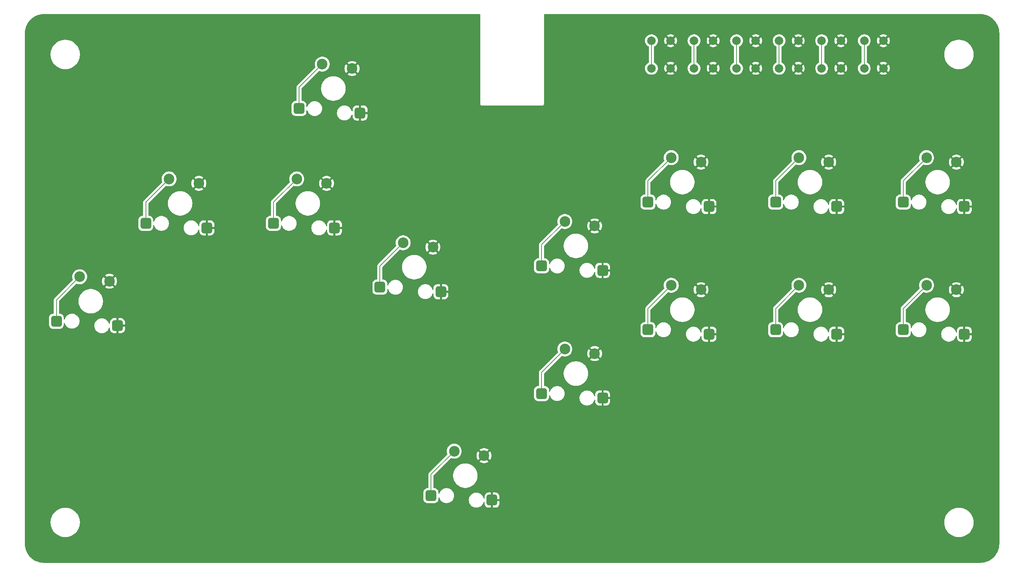
<source format=gbl>
G04 #@! TF.GenerationSoftware,KiCad,Pcbnew,8.0.4-8.0.4-0~ubuntu22.04.1*
G04 #@! TF.CreationDate,2024-07-29T20:53:54+08:00*
G04 #@! TF.ProjectId,halalsnackbox,68616c61-6c73-46e6-9163-6b626f782e6b,rev?*
G04 #@! TF.SameCoordinates,Original*
G04 #@! TF.FileFunction,Copper,L2,Bot*
G04 #@! TF.FilePolarity,Positive*
%FSLAX46Y46*%
G04 Gerber Fmt 4.6, Leading zero omitted, Abs format (unit mm)*
G04 Created by KiCad (PCBNEW 8.0.4-8.0.4-0~ubuntu22.04.1) date 2024-07-29 20:53:54*
%MOMM*%
%LPD*%
G01*
G04 APERTURE LIST*
G04 Aperture macros list*
%AMRoundRect*
0 Rectangle with rounded corners*
0 $1 Rounding radius*
0 $2 $3 $4 $5 $6 $7 $8 $9 X,Y pos of 4 corners*
0 Add a 4 corners polygon primitive as box body*
4,1,4,$2,$3,$4,$5,$6,$7,$8,$9,$2,$3,0*
0 Add four circle primitives for the rounded corners*
1,1,$1+$1,$2,$3*
1,1,$1+$1,$4,$5*
1,1,$1+$1,$6,$7*
1,1,$1+$1,$8,$9*
0 Add four rect primitives between the rounded corners*
20,1,$1+$1,$2,$3,$4,$5,0*
20,1,$1+$1,$4,$5,$6,$7,0*
20,1,$1+$1,$6,$7,$8,$9,0*
20,1,$1+$1,$8,$9,$2,$3,0*%
G04 Aperture macros list end*
G04 #@! TA.AperFunction,ComponentPad*
%ADD10C,2.000000*%
G04 #@! TD*
G04 #@! TA.AperFunction,SMDPad,CuDef*
%ADD11RoundRect,0.500000X-0.750000X-0.775000X0.750000X-0.775000X0.750000X0.775000X-0.750000X0.775000X0*%
G04 #@! TD*
G04 #@! TA.AperFunction,ComponentPad*
%ADD12C,2.500000*%
G04 #@! TD*
G04 #@! TA.AperFunction,ViaPad*
%ADD13C,0.600000*%
G04 #@! TD*
G04 #@! TA.AperFunction,Conductor*
%ADD14C,0.200000*%
G04 #@! TD*
G04 APERTURE END LIST*
D10*
X157750000Y-13250000D03*
X157750000Y-6750000D03*
X162250000Y-13250000D03*
X162250000Y-6750000D03*
X197750000Y-13250000D03*
X197750000Y-6750000D03*
X202250000Y-13250000D03*
X202250000Y-6750000D03*
X177750000Y-13250000D03*
X177750000Y-6750000D03*
X182250000Y-13250000D03*
X182250000Y-6750000D03*
X167750000Y-13250000D03*
X167750000Y-6750000D03*
X172250000Y-13250000D03*
X172250000Y-6750000D03*
D11*
X7925000Y-72700000D03*
D12*
X13400000Y-62250000D03*
X20400000Y-63300000D03*
D11*
X22275000Y-73750000D03*
X146925000Y-44700000D03*
D12*
X152400000Y-34250000D03*
X159400000Y-35300000D03*
D11*
X161275000Y-45750000D03*
X83925000Y-64700000D03*
D12*
X89400000Y-54250000D03*
X96400000Y-55300000D03*
D11*
X98275000Y-65750000D03*
X121925000Y-89700000D03*
D12*
X127400000Y-79250000D03*
X134400000Y-80300000D03*
D11*
X136275000Y-90750000D03*
X28925000Y-49700000D03*
D12*
X34400000Y-39250000D03*
X41400000Y-40300000D03*
D11*
X43275000Y-50750000D03*
X64925000Y-22700000D03*
D12*
X70400000Y-12250000D03*
X77400000Y-13300000D03*
D11*
X79275000Y-23750000D03*
X176925000Y-74700000D03*
D12*
X182400000Y-64250000D03*
X189400000Y-65300000D03*
D11*
X191275000Y-75750000D03*
X121925000Y-59700000D03*
D12*
X127400000Y-49250000D03*
X134400000Y-50300000D03*
D11*
X136275000Y-60750000D03*
D10*
X147750000Y-13250000D03*
X147750000Y-6750000D03*
X152250000Y-13250000D03*
X152250000Y-6750000D03*
D11*
X58925000Y-49700000D03*
D12*
X64400000Y-39250000D03*
X71400000Y-40300000D03*
D11*
X73275000Y-50750000D03*
X95925000Y-113700000D03*
D12*
X101400000Y-103250000D03*
X108400000Y-104300000D03*
D11*
X110275000Y-114750000D03*
D10*
X187750000Y-13250000D03*
X187750000Y-6750000D03*
X192250000Y-13250000D03*
X192250000Y-6750000D03*
D11*
X206925000Y-74700000D03*
D12*
X212400000Y-64250000D03*
X219400000Y-65300000D03*
D11*
X221275000Y-75750000D03*
X146925000Y-74700000D03*
D12*
X152400000Y-64250000D03*
X159400000Y-65300000D03*
D11*
X161275000Y-75750000D03*
X176925000Y-44700000D03*
D12*
X182400000Y-34250000D03*
X189400000Y-35300000D03*
D11*
X191275000Y-45750000D03*
X206925000Y-44700000D03*
D12*
X212400000Y-34250000D03*
X219400000Y-35300000D03*
D11*
X221275000Y-45750000D03*
D13*
X101500000Y-4500000D03*
D14*
X47000000Y-50657387D02*
X47000000Y-44078000D01*
X146925000Y-39725000D02*
X146925000Y-44700000D01*
X152400000Y-34250000D02*
X146925000Y-39725000D01*
X121925000Y-54725000D02*
X121925000Y-59700000D01*
X127400000Y-49250000D02*
X121925000Y-54725000D01*
X197750000Y-6750000D02*
X197750000Y-13250000D01*
X64400000Y-39250000D02*
X58925000Y-44725000D01*
X58925000Y-44725000D02*
X58925000Y-49700000D01*
X64925000Y-17725000D02*
X64925000Y-22700000D01*
X70400000Y-12250000D02*
X64925000Y-17725000D01*
X157750000Y-6750000D02*
X157750000Y-13250000D01*
X167750000Y-6750000D02*
X167750000Y-13250000D01*
X34400000Y-39250000D02*
X28925000Y-44725000D01*
X28925000Y-44725000D02*
X28925000Y-49700000D01*
X177750000Y-6750000D02*
X177750000Y-13250000D01*
X147750000Y-6750000D02*
X147750000Y-13250000D01*
X206925000Y-39725000D02*
X206925000Y-44700000D01*
X212400000Y-34250000D02*
X206925000Y-39725000D01*
X121925000Y-84725000D02*
X121925000Y-89700000D01*
X127400000Y-79250000D02*
X121925000Y-84725000D01*
X187750000Y-13250000D02*
X187750000Y-6750000D01*
X83925000Y-59725000D02*
X83925000Y-64700000D01*
X89400000Y-54250000D02*
X83925000Y-59725000D01*
X13400000Y-62250000D02*
X7925000Y-67725000D01*
X7925000Y-67725000D02*
X7925000Y-72700000D01*
X206925000Y-69725000D02*
X206925000Y-74700000D01*
X212400000Y-64250000D02*
X206925000Y-69725000D01*
X182400000Y-64250000D02*
X176925000Y-69725000D01*
X176925000Y-69725000D02*
X176925000Y-74700000D01*
X95925000Y-108725000D02*
X95925000Y-113700000D01*
X101400000Y-103250000D02*
X95925000Y-108725000D01*
X152400000Y-64250000D02*
X146925000Y-69725000D01*
X146925000Y-69725000D02*
X146925000Y-74700000D01*
X182400000Y-34250000D02*
X176925000Y-39725000D01*
X176925000Y-39725000D02*
X176925000Y-44700000D01*
G04 #@! TA.AperFunction,Conductor*
G36*
X107442539Y-520185D02*
G01*
X107488294Y-572989D01*
X107499500Y-624500D01*
X107499500Y-21565891D01*
X107533608Y-21693187D01*
X107552196Y-21725382D01*
X107599500Y-21807314D01*
X107692686Y-21900500D01*
X107806814Y-21966392D01*
X107934108Y-22000500D01*
X107934110Y-22000500D01*
X122065890Y-22000500D01*
X122065892Y-22000500D01*
X122193186Y-21966392D01*
X122307314Y-21900500D01*
X122400500Y-21807314D01*
X122466392Y-21693186D01*
X122500500Y-21565892D01*
X122500500Y-6749994D01*
X146244357Y-6749994D01*
X146244357Y-6750005D01*
X146264890Y-6997812D01*
X146264892Y-6997824D01*
X146325936Y-7238881D01*
X146425826Y-7466606D01*
X146561833Y-7674782D01*
X146561836Y-7674785D01*
X146730256Y-7857738D01*
X146926491Y-8010474D01*
X146926494Y-8010476D01*
X146926496Y-8010477D01*
X146992609Y-8046255D01*
X147084517Y-8095993D01*
X147134108Y-8145212D01*
X147149500Y-8205048D01*
X147149500Y-11794951D01*
X147129815Y-11861990D01*
X147084518Y-11904006D01*
X146926493Y-11989524D01*
X146730257Y-12142261D01*
X146561833Y-12325217D01*
X146425826Y-12533393D01*
X146325936Y-12761118D01*
X146264892Y-13002175D01*
X146264890Y-13002187D01*
X146244357Y-13249994D01*
X146244357Y-13250005D01*
X146264890Y-13497812D01*
X146264892Y-13497824D01*
X146325936Y-13738881D01*
X146425826Y-13966606D01*
X146561833Y-14174782D01*
X146561836Y-14174785D01*
X146730256Y-14357738D01*
X146926491Y-14510474D01*
X146926493Y-14510475D01*
X147144332Y-14628364D01*
X147145190Y-14628828D01*
X147360430Y-14702720D01*
X147378964Y-14709083D01*
X147380386Y-14709571D01*
X147625665Y-14750500D01*
X147874335Y-14750500D01*
X148119614Y-14709571D01*
X148354810Y-14628828D01*
X148573509Y-14510474D01*
X148769744Y-14357738D01*
X148938164Y-14174785D01*
X149074173Y-13966607D01*
X149174063Y-13738881D01*
X149235108Y-13497821D01*
X149239569Y-13443985D01*
X149255643Y-13250005D01*
X149255643Y-13249994D01*
X150744859Y-13249994D01*
X150744859Y-13250005D01*
X150765385Y-13497729D01*
X150765387Y-13497738D01*
X150826412Y-13738717D01*
X150926266Y-13966364D01*
X151026564Y-14119882D01*
X151726212Y-13420234D01*
X151737482Y-13462292D01*
X151809890Y-13587708D01*
X151912292Y-13690110D01*
X152037708Y-13762518D01*
X152079765Y-13773787D01*
X151379942Y-14473609D01*
X151426768Y-14510055D01*
X151426770Y-14510056D01*
X151645385Y-14628364D01*
X151645396Y-14628369D01*
X151880506Y-14709083D01*
X152125707Y-14750000D01*
X152374293Y-14750000D01*
X152619493Y-14709083D01*
X152854603Y-14628369D01*
X152854614Y-14628364D01*
X153073228Y-14510057D01*
X153073231Y-14510055D01*
X153120056Y-14473609D01*
X152420234Y-13773787D01*
X152462292Y-13762518D01*
X152587708Y-13690110D01*
X152690110Y-13587708D01*
X152762518Y-13462292D01*
X152773787Y-13420235D01*
X153473434Y-14119882D01*
X153573731Y-13966369D01*
X153673587Y-13738717D01*
X153734612Y-13497738D01*
X153734614Y-13497729D01*
X153755141Y-13250005D01*
X153755141Y-13249994D01*
X153734614Y-13002270D01*
X153734612Y-13002261D01*
X153673587Y-12761282D01*
X153573731Y-12533630D01*
X153473434Y-12380116D01*
X152773787Y-13079764D01*
X152762518Y-13037708D01*
X152690110Y-12912292D01*
X152587708Y-12809890D01*
X152462292Y-12737482D01*
X152420235Y-12726212D01*
X153120057Y-12026390D01*
X153120056Y-12026389D01*
X153073229Y-11989943D01*
X152854614Y-11871635D01*
X152854603Y-11871630D01*
X152619493Y-11790916D01*
X152374293Y-11750000D01*
X152125707Y-11750000D01*
X151880506Y-11790916D01*
X151645396Y-11871630D01*
X151645390Y-11871632D01*
X151426761Y-11989949D01*
X151379942Y-12026388D01*
X151379942Y-12026390D01*
X152079765Y-12726212D01*
X152037708Y-12737482D01*
X151912292Y-12809890D01*
X151809890Y-12912292D01*
X151737482Y-13037708D01*
X151726212Y-13079764D01*
X151026564Y-12380116D01*
X150926267Y-12533632D01*
X150826412Y-12761282D01*
X150765387Y-13002261D01*
X150765385Y-13002270D01*
X150744859Y-13249994D01*
X149255643Y-13249994D01*
X149235109Y-13002187D01*
X149235107Y-13002175D01*
X149174063Y-12761118D01*
X149074173Y-12533393D01*
X148938166Y-12325217D01*
X148868927Y-12250004D01*
X148769744Y-12142262D01*
X148573509Y-11989526D01*
X148573507Y-11989525D01*
X148573506Y-11989524D01*
X148415482Y-11904006D01*
X148365892Y-11854786D01*
X148350500Y-11794951D01*
X148350500Y-8205048D01*
X148370185Y-8138009D01*
X148415481Y-8095993D01*
X148573509Y-8010474D01*
X148769744Y-7857738D01*
X148938164Y-7674785D01*
X149074173Y-7466607D01*
X149174063Y-7238881D01*
X149235108Y-6997821D01*
X149238052Y-6962292D01*
X149255643Y-6750005D01*
X149255643Y-6749994D01*
X150744859Y-6749994D01*
X150744859Y-6750005D01*
X150765385Y-6997729D01*
X150765387Y-6997738D01*
X150826412Y-7238717D01*
X150926266Y-7466364D01*
X151026564Y-7619882D01*
X151726212Y-6920234D01*
X151737482Y-6962292D01*
X151809890Y-7087708D01*
X151912292Y-7190110D01*
X152037708Y-7262518D01*
X152079765Y-7273787D01*
X151379942Y-7973609D01*
X151426768Y-8010055D01*
X151426770Y-8010056D01*
X151645385Y-8128364D01*
X151645396Y-8128369D01*
X151880506Y-8209083D01*
X152125707Y-8250000D01*
X152374293Y-8250000D01*
X152619493Y-8209083D01*
X152854603Y-8128369D01*
X152854614Y-8128364D01*
X153073228Y-8010057D01*
X153073231Y-8010055D01*
X153120056Y-7973609D01*
X152420234Y-7273787D01*
X152462292Y-7262518D01*
X152587708Y-7190110D01*
X152690110Y-7087708D01*
X152762518Y-6962292D01*
X152773787Y-6920235D01*
X153473434Y-7619882D01*
X153573731Y-7466369D01*
X153673587Y-7238717D01*
X153734612Y-6997738D01*
X153734614Y-6997729D01*
X153755141Y-6750005D01*
X153755141Y-6749994D01*
X156244357Y-6749994D01*
X156244357Y-6750005D01*
X156264890Y-6997812D01*
X156264892Y-6997824D01*
X156325936Y-7238881D01*
X156425826Y-7466606D01*
X156561833Y-7674782D01*
X156561836Y-7674785D01*
X156730256Y-7857738D01*
X156926491Y-8010474D01*
X156926494Y-8010476D01*
X156926496Y-8010477D01*
X156992609Y-8046255D01*
X157084517Y-8095993D01*
X157134108Y-8145212D01*
X157149500Y-8205048D01*
X157149500Y-11794951D01*
X157129815Y-11861990D01*
X157084518Y-11904006D01*
X156926493Y-11989524D01*
X156730257Y-12142261D01*
X156561833Y-12325217D01*
X156425826Y-12533393D01*
X156325936Y-12761118D01*
X156264892Y-13002175D01*
X156264890Y-13002187D01*
X156244357Y-13249994D01*
X156244357Y-13250005D01*
X156264890Y-13497812D01*
X156264892Y-13497824D01*
X156325936Y-13738881D01*
X156425826Y-13966606D01*
X156561833Y-14174782D01*
X156561836Y-14174785D01*
X156730256Y-14357738D01*
X156926491Y-14510474D01*
X156926493Y-14510475D01*
X157144332Y-14628364D01*
X157145190Y-14628828D01*
X157360430Y-14702720D01*
X157378964Y-14709083D01*
X157380386Y-14709571D01*
X157625665Y-14750500D01*
X157874335Y-14750500D01*
X158119614Y-14709571D01*
X158354810Y-14628828D01*
X158573509Y-14510474D01*
X158769744Y-14357738D01*
X158938164Y-14174785D01*
X159074173Y-13966607D01*
X159174063Y-13738881D01*
X159235108Y-13497821D01*
X159239569Y-13443985D01*
X159255643Y-13250005D01*
X159255643Y-13249994D01*
X160744859Y-13249994D01*
X160744859Y-13250005D01*
X160765385Y-13497729D01*
X160765387Y-13497738D01*
X160826412Y-13738717D01*
X160926266Y-13966364D01*
X161026564Y-14119882D01*
X161726212Y-13420234D01*
X161737482Y-13462292D01*
X161809890Y-13587708D01*
X161912292Y-13690110D01*
X162037708Y-13762518D01*
X162079765Y-13773787D01*
X161379942Y-14473609D01*
X161426768Y-14510055D01*
X161426770Y-14510056D01*
X161645385Y-14628364D01*
X161645396Y-14628369D01*
X161880506Y-14709083D01*
X162125707Y-14750000D01*
X162374293Y-14750000D01*
X162619493Y-14709083D01*
X162854603Y-14628369D01*
X162854614Y-14628364D01*
X163073228Y-14510057D01*
X163073231Y-14510055D01*
X163120056Y-14473609D01*
X162420234Y-13773787D01*
X162462292Y-13762518D01*
X162587708Y-13690110D01*
X162690110Y-13587708D01*
X162762518Y-13462292D01*
X162773787Y-13420235D01*
X163473434Y-14119882D01*
X163573731Y-13966369D01*
X163673587Y-13738717D01*
X163734612Y-13497738D01*
X163734614Y-13497729D01*
X163755141Y-13250005D01*
X163755141Y-13249994D01*
X163734614Y-13002270D01*
X163734612Y-13002261D01*
X163673587Y-12761282D01*
X163573731Y-12533630D01*
X163473434Y-12380116D01*
X162773787Y-13079764D01*
X162762518Y-13037708D01*
X162690110Y-12912292D01*
X162587708Y-12809890D01*
X162462292Y-12737482D01*
X162420235Y-12726212D01*
X163120057Y-12026390D01*
X163120056Y-12026389D01*
X163073229Y-11989943D01*
X162854614Y-11871635D01*
X162854603Y-11871630D01*
X162619493Y-11790916D01*
X162374293Y-11750000D01*
X162125707Y-11750000D01*
X161880506Y-11790916D01*
X161645396Y-11871630D01*
X161645390Y-11871632D01*
X161426761Y-11989949D01*
X161379942Y-12026388D01*
X161379942Y-12026390D01*
X162079765Y-12726212D01*
X162037708Y-12737482D01*
X161912292Y-12809890D01*
X161809890Y-12912292D01*
X161737482Y-13037708D01*
X161726212Y-13079764D01*
X161026564Y-12380116D01*
X160926267Y-12533632D01*
X160826412Y-12761282D01*
X160765387Y-13002261D01*
X160765385Y-13002270D01*
X160744859Y-13249994D01*
X159255643Y-13249994D01*
X159235109Y-13002187D01*
X159235107Y-13002175D01*
X159174063Y-12761118D01*
X159074173Y-12533393D01*
X158938166Y-12325217D01*
X158868927Y-12250004D01*
X158769744Y-12142262D01*
X158573509Y-11989526D01*
X158573507Y-11989525D01*
X158573506Y-11989524D01*
X158415482Y-11904006D01*
X158365892Y-11854786D01*
X158350500Y-11794951D01*
X158350500Y-8205048D01*
X158370185Y-8138009D01*
X158415481Y-8095993D01*
X158573509Y-8010474D01*
X158769744Y-7857738D01*
X158938164Y-7674785D01*
X159074173Y-7466607D01*
X159174063Y-7238881D01*
X159235108Y-6997821D01*
X159238052Y-6962292D01*
X159255643Y-6750005D01*
X159255643Y-6749994D01*
X160744859Y-6749994D01*
X160744859Y-6750005D01*
X160765385Y-6997729D01*
X160765387Y-6997738D01*
X160826412Y-7238717D01*
X160926266Y-7466364D01*
X161026564Y-7619882D01*
X161726212Y-6920234D01*
X161737482Y-6962292D01*
X161809890Y-7087708D01*
X161912292Y-7190110D01*
X162037708Y-7262518D01*
X162079765Y-7273787D01*
X161379942Y-7973609D01*
X161426768Y-8010055D01*
X161426770Y-8010056D01*
X161645385Y-8128364D01*
X161645396Y-8128369D01*
X161880506Y-8209083D01*
X162125707Y-8250000D01*
X162374293Y-8250000D01*
X162619493Y-8209083D01*
X162854603Y-8128369D01*
X162854614Y-8128364D01*
X163073228Y-8010057D01*
X163073231Y-8010055D01*
X163120056Y-7973609D01*
X162420234Y-7273787D01*
X162462292Y-7262518D01*
X162587708Y-7190110D01*
X162690110Y-7087708D01*
X162762518Y-6962292D01*
X162773787Y-6920235D01*
X163473434Y-7619882D01*
X163573731Y-7466369D01*
X163673587Y-7238717D01*
X163734612Y-6997738D01*
X163734614Y-6997729D01*
X163755141Y-6750005D01*
X163755141Y-6749994D01*
X166244357Y-6749994D01*
X166244357Y-6750005D01*
X166264890Y-6997812D01*
X166264892Y-6997824D01*
X166325936Y-7238881D01*
X166425826Y-7466606D01*
X166561833Y-7674782D01*
X166561836Y-7674785D01*
X166730256Y-7857738D01*
X166926491Y-8010474D01*
X166926494Y-8010476D01*
X166926496Y-8010477D01*
X166992609Y-8046255D01*
X167084517Y-8095993D01*
X167134108Y-8145212D01*
X167149500Y-8205048D01*
X167149500Y-11794951D01*
X167129815Y-11861990D01*
X167084518Y-11904006D01*
X166926493Y-11989524D01*
X166730257Y-12142261D01*
X166561833Y-12325217D01*
X166425826Y-12533393D01*
X166325936Y-12761118D01*
X166264892Y-13002175D01*
X166264890Y-13002187D01*
X166244357Y-13249994D01*
X166244357Y-13250005D01*
X166264890Y-13497812D01*
X166264892Y-13497824D01*
X166325936Y-13738881D01*
X166425826Y-13966606D01*
X166561833Y-14174782D01*
X166561836Y-14174785D01*
X166730256Y-14357738D01*
X166926491Y-14510474D01*
X166926493Y-14510475D01*
X167144332Y-14628364D01*
X167145190Y-14628828D01*
X167360430Y-14702720D01*
X167378964Y-14709083D01*
X167380386Y-14709571D01*
X167625665Y-14750500D01*
X167874335Y-14750500D01*
X168119614Y-14709571D01*
X168354810Y-14628828D01*
X168573509Y-14510474D01*
X168769744Y-14357738D01*
X168938164Y-14174785D01*
X169074173Y-13966607D01*
X169174063Y-13738881D01*
X169235108Y-13497821D01*
X169239569Y-13443985D01*
X169255643Y-13250005D01*
X169255643Y-13249994D01*
X170744859Y-13249994D01*
X170744859Y-13250005D01*
X170765385Y-13497729D01*
X170765387Y-13497738D01*
X170826412Y-13738717D01*
X170926266Y-13966364D01*
X171026564Y-14119882D01*
X171726212Y-13420234D01*
X171737482Y-13462292D01*
X171809890Y-13587708D01*
X171912292Y-13690110D01*
X172037708Y-13762518D01*
X172079765Y-13773787D01*
X171379942Y-14473609D01*
X171426768Y-14510055D01*
X171426770Y-14510056D01*
X171645385Y-14628364D01*
X171645396Y-14628369D01*
X171880506Y-14709083D01*
X172125707Y-14750000D01*
X172374293Y-14750000D01*
X172619493Y-14709083D01*
X172854603Y-14628369D01*
X172854614Y-14628364D01*
X173073228Y-14510057D01*
X173073231Y-14510055D01*
X173120056Y-14473609D01*
X172420234Y-13773787D01*
X172462292Y-13762518D01*
X172587708Y-13690110D01*
X172690110Y-13587708D01*
X172762518Y-13462292D01*
X172773787Y-13420235D01*
X173473434Y-14119882D01*
X173573731Y-13966369D01*
X173673587Y-13738717D01*
X173734612Y-13497738D01*
X173734614Y-13497729D01*
X173755141Y-13250005D01*
X173755141Y-13249994D01*
X173734614Y-13002270D01*
X173734612Y-13002261D01*
X173673587Y-12761282D01*
X173573731Y-12533630D01*
X173473434Y-12380116D01*
X172773787Y-13079764D01*
X172762518Y-13037708D01*
X172690110Y-12912292D01*
X172587708Y-12809890D01*
X172462292Y-12737482D01*
X172420235Y-12726212D01*
X173120057Y-12026390D01*
X173120056Y-12026389D01*
X173073229Y-11989943D01*
X172854614Y-11871635D01*
X172854603Y-11871630D01*
X172619493Y-11790916D01*
X172374293Y-11750000D01*
X172125707Y-11750000D01*
X171880506Y-11790916D01*
X171645396Y-11871630D01*
X171645390Y-11871632D01*
X171426761Y-11989949D01*
X171379942Y-12026388D01*
X171379942Y-12026390D01*
X172079765Y-12726212D01*
X172037708Y-12737482D01*
X171912292Y-12809890D01*
X171809890Y-12912292D01*
X171737482Y-13037708D01*
X171726212Y-13079764D01*
X171026564Y-12380116D01*
X170926267Y-12533632D01*
X170826412Y-12761282D01*
X170765387Y-13002261D01*
X170765385Y-13002270D01*
X170744859Y-13249994D01*
X169255643Y-13249994D01*
X169235109Y-13002187D01*
X169235107Y-13002175D01*
X169174063Y-12761118D01*
X169074173Y-12533393D01*
X168938166Y-12325217D01*
X168868927Y-12250004D01*
X168769744Y-12142262D01*
X168573509Y-11989526D01*
X168573507Y-11989525D01*
X168573506Y-11989524D01*
X168415482Y-11904006D01*
X168365892Y-11854786D01*
X168350500Y-11794951D01*
X168350500Y-8205048D01*
X168370185Y-8138009D01*
X168415481Y-8095993D01*
X168573509Y-8010474D01*
X168769744Y-7857738D01*
X168938164Y-7674785D01*
X169074173Y-7466607D01*
X169174063Y-7238881D01*
X169235108Y-6997821D01*
X169238052Y-6962292D01*
X169255643Y-6750005D01*
X169255643Y-6749994D01*
X170744859Y-6749994D01*
X170744859Y-6750005D01*
X170765385Y-6997729D01*
X170765387Y-6997738D01*
X170826412Y-7238717D01*
X170926266Y-7466364D01*
X171026564Y-7619882D01*
X171726212Y-6920234D01*
X171737482Y-6962292D01*
X171809890Y-7087708D01*
X171912292Y-7190110D01*
X172037708Y-7262518D01*
X172079765Y-7273787D01*
X171379942Y-7973609D01*
X171426768Y-8010055D01*
X171426770Y-8010056D01*
X171645385Y-8128364D01*
X171645396Y-8128369D01*
X171880506Y-8209083D01*
X172125707Y-8250000D01*
X172374293Y-8250000D01*
X172619493Y-8209083D01*
X172854603Y-8128369D01*
X172854614Y-8128364D01*
X173073228Y-8010057D01*
X173073231Y-8010055D01*
X173120056Y-7973609D01*
X172420234Y-7273787D01*
X172462292Y-7262518D01*
X172587708Y-7190110D01*
X172690110Y-7087708D01*
X172762518Y-6962292D01*
X172773787Y-6920235D01*
X173473434Y-7619882D01*
X173573731Y-7466369D01*
X173673587Y-7238717D01*
X173734612Y-6997738D01*
X173734614Y-6997729D01*
X173755141Y-6750005D01*
X173755141Y-6749994D01*
X176244357Y-6749994D01*
X176244357Y-6750005D01*
X176264890Y-6997812D01*
X176264892Y-6997824D01*
X176325936Y-7238881D01*
X176425826Y-7466606D01*
X176561833Y-7674782D01*
X176561836Y-7674785D01*
X176730256Y-7857738D01*
X176926491Y-8010474D01*
X176926494Y-8010476D01*
X176926496Y-8010477D01*
X176992609Y-8046255D01*
X177084517Y-8095993D01*
X177134108Y-8145212D01*
X177149500Y-8205048D01*
X177149500Y-11794951D01*
X177129815Y-11861990D01*
X177084518Y-11904006D01*
X176926493Y-11989524D01*
X176730257Y-12142261D01*
X176561833Y-12325217D01*
X176425826Y-12533393D01*
X176325936Y-12761118D01*
X176264892Y-13002175D01*
X176264890Y-13002187D01*
X176244357Y-13249994D01*
X176244357Y-13250005D01*
X176264890Y-13497812D01*
X176264892Y-13497824D01*
X176325936Y-13738881D01*
X176425826Y-13966606D01*
X176561833Y-14174782D01*
X176561836Y-14174785D01*
X176730256Y-14357738D01*
X176926491Y-14510474D01*
X176926493Y-14510475D01*
X177144332Y-14628364D01*
X177145190Y-14628828D01*
X177360430Y-14702720D01*
X177378964Y-14709083D01*
X177380386Y-14709571D01*
X177625665Y-14750500D01*
X177874335Y-14750500D01*
X178119614Y-14709571D01*
X178354810Y-14628828D01*
X178573509Y-14510474D01*
X178769744Y-14357738D01*
X178938164Y-14174785D01*
X179074173Y-13966607D01*
X179174063Y-13738881D01*
X179235108Y-13497821D01*
X179239569Y-13443985D01*
X179255643Y-13250005D01*
X179255643Y-13249994D01*
X180744859Y-13249994D01*
X180744859Y-13250005D01*
X180765385Y-13497729D01*
X180765387Y-13497738D01*
X180826412Y-13738717D01*
X180926266Y-13966364D01*
X181026564Y-14119882D01*
X181726212Y-13420234D01*
X181737482Y-13462292D01*
X181809890Y-13587708D01*
X181912292Y-13690110D01*
X182037708Y-13762518D01*
X182079765Y-13773787D01*
X181379942Y-14473609D01*
X181426768Y-14510055D01*
X181426770Y-14510056D01*
X181645385Y-14628364D01*
X181645396Y-14628369D01*
X181880506Y-14709083D01*
X182125707Y-14750000D01*
X182374293Y-14750000D01*
X182619493Y-14709083D01*
X182854603Y-14628369D01*
X182854614Y-14628364D01*
X183073228Y-14510057D01*
X183073231Y-14510055D01*
X183120056Y-14473609D01*
X182420234Y-13773787D01*
X182462292Y-13762518D01*
X182587708Y-13690110D01*
X182690110Y-13587708D01*
X182762518Y-13462292D01*
X182773787Y-13420235D01*
X183473434Y-14119882D01*
X183573731Y-13966369D01*
X183673587Y-13738717D01*
X183734612Y-13497738D01*
X183734614Y-13497729D01*
X183755141Y-13250005D01*
X183755141Y-13249994D01*
X183734614Y-13002270D01*
X183734612Y-13002261D01*
X183673587Y-12761282D01*
X183573731Y-12533630D01*
X183473434Y-12380116D01*
X182773787Y-13079764D01*
X182762518Y-13037708D01*
X182690110Y-12912292D01*
X182587708Y-12809890D01*
X182462292Y-12737482D01*
X182420235Y-12726212D01*
X183120057Y-12026390D01*
X183120056Y-12026389D01*
X183073229Y-11989943D01*
X182854614Y-11871635D01*
X182854603Y-11871630D01*
X182619493Y-11790916D01*
X182374293Y-11750000D01*
X182125707Y-11750000D01*
X181880506Y-11790916D01*
X181645396Y-11871630D01*
X181645390Y-11871632D01*
X181426761Y-11989949D01*
X181379942Y-12026388D01*
X181379942Y-12026390D01*
X182079765Y-12726212D01*
X182037708Y-12737482D01*
X181912292Y-12809890D01*
X181809890Y-12912292D01*
X181737482Y-13037708D01*
X181726212Y-13079764D01*
X181026564Y-12380116D01*
X180926267Y-12533632D01*
X180826412Y-12761282D01*
X180765387Y-13002261D01*
X180765385Y-13002270D01*
X180744859Y-13249994D01*
X179255643Y-13249994D01*
X179235109Y-13002187D01*
X179235107Y-13002175D01*
X179174063Y-12761118D01*
X179074173Y-12533393D01*
X178938166Y-12325217D01*
X178868927Y-12250004D01*
X178769744Y-12142262D01*
X178573509Y-11989526D01*
X178573507Y-11989525D01*
X178573506Y-11989524D01*
X178415482Y-11904006D01*
X178365892Y-11854786D01*
X178350500Y-11794951D01*
X178350500Y-8205048D01*
X178370185Y-8138009D01*
X178415481Y-8095993D01*
X178573509Y-8010474D01*
X178769744Y-7857738D01*
X178938164Y-7674785D01*
X179074173Y-7466607D01*
X179174063Y-7238881D01*
X179235108Y-6997821D01*
X179238052Y-6962292D01*
X179255643Y-6750005D01*
X179255643Y-6749994D01*
X180744859Y-6749994D01*
X180744859Y-6750005D01*
X180765385Y-6997729D01*
X180765387Y-6997738D01*
X180826412Y-7238717D01*
X180926266Y-7466364D01*
X181026564Y-7619882D01*
X181726212Y-6920234D01*
X181737482Y-6962292D01*
X181809890Y-7087708D01*
X181912292Y-7190110D01*
X182037708Y-7262518D01*
X182079765Y-7273787D01*
X181379942Y-7973609D01*
X181426768Y-8010055D01*
X181426770Y-8010056D01*
X181645385Y-8128364D01*
X181645396Y-8128369D01*
X181880506Y-8209083D01*
X182125707Y-8250000D01*
X182374293Y-8250000D01*
X182619493Y-8209083D01*
X182854603Y-8128369D01*
X182854614Y-8128364D01*
X183073228Y-8010057D01*
X183073231Y-8010055D01*
X183120056Y-7973609D01*
X182420234Y-7273787D01*
X182462292Y-7262518D01*
X182587708Y-7190110D01*
X182690110Y-7087708D01*
X182762518Y-6962292D01*
X182773787Y-6920235D01*
X183473434Y-7619882D01*
X183573731Y-7466369D01*
X183673587Y-7238717D01*
X183734612Y-6997738D01*
X183734614Y-6997729D01*
X183755141Y-6750005D01*
X183755141Y-6749994D01*
X186244357Y-6749994D01*
X186244357Y-6750005D01*
X186264890Y-6997812D01*
X186264892Y-6997824D01*
X186325936Y-7238881D01*
X186425826Y-7466606D01*
X186561833Y-7674782D01*
X186561836Y-7674785D01*
X186730256Y-7857738D01*
X186926491Y-8010474D01*
X186926494Y-8010476D01*
X186926496Y-8010477D01*
X186992609Y-8046255D01*
X187084517Y-8095993D01*
X187134108Y-8145212D01*
X187149500Y-8205048D01*
X187149500Y-11794951D01*
X187129815Y-11861990D01*
X187084518Y-11904006D01*
X186926493Y-11989524D01*
X186730257Y-12142261D01*
X186561833Y-12325217D01*
X186425826Y-12533393D01*
X186325936Y-12761118D01*
X186264892Y-13002175D01*
X186264890Y-13002187D01*
X186244357Y-13249994D01*
X186244357Y-13250005D01*
X186264890Y-13497812D01*
X186264892Y-13497824D01*
X186325936Y-13738881D01*
X186425826Y-13966606D01*
X186561833Y-14174782D01*
X186561836Y-14174785D01*
X186730256Y-14357738D01*
X186926491Y-14510474D01*
X186926493Y-14510475D01*
X187144332Y-14628364D01*
X187145190Y-14628828D01*
X187360430Y-14702720D01*
X187378964Y-14709083D01*
X187380386Y-14709571D01*
X187625665Y-14750500D01*
X187874335Y-14750500D01*
X188119614Y-14709571D01*
X188354810Y-14628828D01*
X188573509Y-14510474D01*
X188769744Y-14357738D01*
X188938164Y-14174785D01*
X189074173Y-13966607D01*
X189174063Y-13738881D01*
X189235108Y-13497821D01*
X189239569Y-13443985D01*
X189255643Y-13250005D01*
X189255643Y-13249994D01*
X190744859Y-13249994D01*
X190744859Y-13250005D01*
X190765385Y-13497729D01*
X190765387Y-13497738D01*
X190826412Y-13738717D01*
X190926266Y-13966364D01*
X191026564Y-14119882D01*
X191726212Y-13420234D01*
X191737482Y-13462292D01*
X191809890Y-13587708D01*
X191912292Y-13690110D01*
X192037708Y-13762518D01*
X192079765Y-13773787D01*
X191379942Y-14473609D01*
X191426768Y-14510055D01*
X191426770Y-14510056D01*
X191645385Y-14628364D01*
X191645396Y-14628369D01*
X191880506Y-14709083D01*
X192125707Y-14750000D01*
X192374293Y-14750000D01*
X192619493Y-14709083D01*
X192854603Y-14628369D01*
X192854614Y-14628364D01*
X193073228Y-14510057D01*
X193073231Y-14510055D01*
X193120056Y-14473609D01*
X192420234Y-13773787D01*
X192462292Y-13762518D01*
X192587708Y-13690110D01*
X192690110Y-13587708D01*
X192762518Y-13462292D01*
X192773787Y-13420234D01*
X193473434Y-14119882D01*
X193573731Y-13966369D01*
X193673587Y-13738717D01*
X193734612Y-13497738D01*
X193734614Y-13497729D01*
X193755141Y-13250005D01*
X193755141Y-13249994D01*
X193734614Y-13002270D01*
X193734612Y-13002261D01*
X193673587Y-12761282D01*
X193573731Y-12533630D01*
X193473434Y-12380116D01*
X192773787Y-13079764D01*
X192762518Y-13037708D01*
X192690110Y-12912292D01*
X192587708Y-12809890D01*
X192462292Y-12737482D01*
X192420235Y-12726212D01*
X193120057Y-12026390D01*
X193120056Y-12026389D01*
X193073229Y-11989943D01*
X192854614Y-11871635D01*
X192854603Y-11871630D01*
X192619493Y-11790916D01*
X192374293Y-11750000D01*
X192125707Y-11750000D01*
X191880506Y-11790916D01*
X191645396Y-11871630D01*
X191645390Y-11871632D01*
X191426761Y-11989949D01*
X191379942Y-12026388D01*
X191379942Y-12026390D01*
X192079765Y-12726212D01*
X192037708Y-12737482D01*
X191912292Y-12809890D01*
X191809890Y-12912292D01*
X191737482Y-13037708D01*
X191726212Y-13079764D01*
X191026564Y-12380116D01*
X190926267Y-12533632D01*
X190826412Y-12761282D01*
X190765387Y-13002261D01*
X190765385Y-13002270D01*
X190744859Y-13249994D01*
X189255643Y-13249994D01*
X189235109Y-13002187D01*
X189235107Y-13002175D01*
X189174063Y-12761118D01*
X189074173Y-12533393D01*
X188938166Y-12325217D01*
X188868927Y-12250004D01*
X188769744Y-12142262D01*
X188573509Y-11989526D01*
X188573507Y-11989525D01*
X188573506Y-11989524D01*
X188415482Y-11904006D01*
X188365892Y-11854786D01*
X188350500Y-11794951D01*
X188350500Y-8205048D01*
X188370185Y-8138009D01*
X188415481Y-8095993D01*
X188573509Y-8010474D01*
X188769744Y-7857738D01*
X188938164Y-7674785D01*
X189074173Y-7466607D01*
X189174063Y-7238881D01*
X189235108Y-6997821D01*
X189238052Y-6962292D01*
X189255643Y-6750005D01*
X189255643Y-6749994D01*
X190744859Y-6749994D01*
X190744859Y-6750005D01*
X190765385Y-6997729D01*
X190765387Y-6997738D01*
X190826412Y-7238717D01*
X190926266Y-7466364D01*
X191026564Y-7619882D01*
X191726212Y-6920234D01*
X191737482Y-6962292D01*
X191809890Y-7087708D01*
X191912292Y-7190110D01*
X192037708Y-7262518D01*
X192079765Y-7273787D01*
X191379942Y-7973609D01*
X191426768Y-8010055D01*
X191426770Y-8010056D01*
X191645385Y-8128364D01*
X191645396Y-8128369D01*
X191880506Y-8209083D01*
X192125707Y-8250000D01*
X192374293Y-8250000D01*
X192619493Y-8209083D01*
X192854603Y-8128369D01*
X192854614Y-8128364D01*
X193073228Y-8010057D01*
X193073231Y-8010055D01*
X193120056Y-7973609D01*
X192420234Y-7273787D01*
X192462292Y-7262518D01*
X192587708Y-7190110D01*
X192690110Y-7087708D01*
X192762518Y-6962292D01*
X192773787Y-6920234D01*
X193473434Y-7619882D01*
X193573731Y-7466369D01*
X193673587Y-7238717D01*
X193734612Y-6997738D01*
X193734614Y-6997729D01*
X193755141Y-6750005D01*
X193755141Y-6749994D01*
X196244357Y-6749994D01*
X196244357Y-6750005D01*
X196264890Y-6997812D01*
X196264892Y-6997824D01*
X196325936Y-7238881D01*
X196425826Y-7466606D01*
X196561833Y-7674782D01*
X196561836Y-7674785D01*
X196730256Y-7857738D01*
X196926491Y-8010474D01*
X196926494Y-8010476D01*
X196926496Y-8010477D01*
X196992609Y-8046255D01*
X197084517Y-8095993D01*
X197134108Y-8145212D01*
X197149500Y-8205048D01*
X197149500Y-11794951D01*
X197129815Y-11861990D01*
X197084518Y-11904006D01*
X196926493Y-11989524D01*
X196730257Y-12142261D01*
X196561833Y-12325217D01*
X196425826Y-12533393D01*
X196325936Y-12761118D01*
X196264892Y-13002175D01*
X196264890Y-13002187D01*
X196244357Y-13249994D01*
X196244357Y-13250005D01*
X196264890Y-13497812D01*
X196264892Y-13497824D01*
X196325936Y-13738881D01*
X196425826Y-13966606D01*
X196561833Y-14174782D01*
X196561836Y-14174785D01*
X196730256Y-14357738D01*
X196926491Y-14510474D01*
X196926493Y-14510475D01*
X197144332Y-14628364D01*
X197145190Y-14628828D01*
X197360430Y-14702720D01*
X197378964Y-14709083D01*
X197380386Y-14709571D01*
X197625665Y-14750500D01*
X197874335Y-14750500D01*
X198119614Y-14709571D01*
X198354810Y-14628828D01*
X198573509Y-14510474D01*
X198769744Y-14357738D01*
X198938164Y-14174785D01*
X199074173Y-13966607D01*
X199174063Y-13738881D01*
X199235108Y-13497821D01*
X199239569Y-13443985D01*
X199255643Y-13250005D01*
X199255643Y-13249994D01*
X200744859Y-13249994D01*
X200744859Y-13250005D01*
X200765385Y-13497729D01*
X200765387Y-13497738D01*
X200826412Y-13738717D01*
X200926266Y-13966364D01*
X201026564Y-14119882D01*
X201726212Y-13420234D01*
X201737482Y-13462292D01*
X201809890Y-13587708D01*
X201912292Y-13690110D01*
X202037708Y-13762518D01*
X202079765Y-13773787D01*
X201379942Y-14473609D01*
X201426768Y-14510055D01*
X201426770Y-14510056D01*
X201645385Y-14628364D01*
X201645396Y-14628369D01*
X201880506Y-14709083D01*
X202125707Y-14750000D01*
X202374293Y-14750000D01*
X202619493Y-14709083D01*
X202854603Y-14628369D01*
X202854614Y-14628364D01*
X203073228Y-14510057D01*
X203073231Y-14510055D01*
X203120056Y-14473609D01*
X202420234Y-13773787D01*
X202462292Y-13762518D01*
X202587708Y-13690110D01*
X202690110Y-13587708D01*
X202762518Y-13462292D01*
X202773787Y-13420234D01*
X203473434Y-14119882D01*
X203573731Y-13966369D01*
X203673587Y-13738717D01*
X203734612Y-13497738D01*
X203734614Y-13497729D01*
X203755141Y-13250005D01*
X203755141Y-13249994D01*
X203734614Y-13002270D01*
X203734612Y-13002261D01*
X203673587Y-12761282D01*
X203573731Y-12533630D01*
X203473434Y-12380116D01*
X202773787Y-13079764D01*
X202762518Y-13037708D01*
X202690110Y-12912292D01*
X202587708Y-12809890D01*
X202462292Y-12737482D01*
X202420235Y-12726212D01*
X203120057Y-12026390D01*
X203120056Y-12026389D01*
X203073229Y-11989943D01*
X202854614Y-11871635D01*
X202854603Y-11871630D01*
X202619493Y-11790916D01*
X202374293Y-11750000D01*
X202125707Y-11750000D01*
X201880506Y-11790916D01*
X201645396Y-11871630D01*
X201645390Y-11871632D01*
X201426761Y-11989949D01*
X201379942Y-12026388D01*
X201379942Y-12026390D01*
X202079765Y-12726212D01*
X202037708Y-12737482D01*
X201912292Y-12809890D01*
X201809890Y-12912292D01*
X201737482Y-13037708D01*
X201726212Y-13079764D01*
X201026564Y-12380116D01*
X200926267Y-12533632D01*
X200826412Y-12761282D01*
X200765387Y-13002261D01*
X200765385Y-13002270D01*
X200744859Y-13249994D01*
X199255643Y-13249994D01*
X199235109Y-13002187D01*
X199235107Y-13002175D01*
X199174063Y-12761118D01*
X199074173Y-12533393D01*
X198938166Y-12325217D01*
X198868927Y-12250004D01*
X198769744Y-12142262D01*
X198573509Y-11989526D01*
X198573507Y-11989525D01*
X198573506Y-11989524D01*
X198415482Y-11904006D01*
X198365892Y-11854786D01*
X198350500Y-11794951D01*
X198350500Y-9830491D01*
X216549500Y-9830491D01*
X216549500Y-10169508D01*
X216582729Y-10506901D01*
X216648870Y-10839410D01*
X216747284Y-11163841D01*
X216877024Y-11477060D01*
X216877026Y-11477065D01*
X217036831Y-11776039D01*
X217036842Y-11776057D01*
X217225184Y-12057930D01*
X217225194Y-12057944D01*
X217440269Y-12320014D01*
X217679985Y-12559730D01*
X217679990Y-12559734D01*
X217679991Y-12559735D01*
X217942061Y-12774810D01*
X218223949Y-12963162D01*
X218223958Y-12963167D01*
X218223960Y-12963168D01*
X218522934Y-13122973D01*
X218522936Y-13122973D01*
X218522942Y-13122977D01*
X218836160Y-13252716D01*
X219160586Y-13351129D01*
X219493096Y-13417270D01*
X219830488Y-13450500D01*
X219830491Y-13450500D01*
X220169509Y-13450500D01*
X220169512Y-13450500D01*
X220506904Y-13417270D01*
X220839414Y-13351129D01*
X221163840Y-13252716D01*
X221477058Y-13122977D01*
X221776051Y-12963162D01*
X222057939Y-12774810D01*
X222320009Y-12559735D01*
X222559735Y-12320009D01*
X222774810Y-12057939D01*
X222963162Y-11776051D01*
X223122977Y-11477058D01*
X223252716Y-11163840D01*
X223351129Y-10839414D01*
X223417270Y-10506904D01*
X223450500Y-10169512D01*
X223450500Y-9830488D01*
X223417270Y-9493096D01*
X223351129Y-9160586D01*
X223252716Y-8836160D01*
X223122977Y-8522942D01*
X222963162Y-8223949D01*
X222774810Y-7942061D01*
X222559735Y-7679991D01*
X222559734Y-7679990D01*
X222559730Y-7679985D01*
X222320014Y-7440269D01*
X222057944Y-7225194D01*
X222057943Y-7225193D01*
X222057939Y-7225190D01*
X221776051Y-7036838D01*
X221776046Y-7036835D01*
X221776039Y-7036831D01*
X221477065Y-6877026D01*
X221477060Y-6877024D01*
X221163841Y-6747284D01*
X220973382Y-6689509D01*
X220839414Y-6648871D01*
X220839411Y-6648870D01*
X220839410Y-6648870D01*
X220506901Y-6582729D01*
X220269199Y-6559318D01*
X220169512Y-6549500D01*
X219830488Y-6549500D01*
X219739738Y-6558437D01*
X219493098Y-6582729D01*
X219160589Y-6648870D01*
X218836158Y-6747284D01*
X218522939Y-6877024D01*
X218522934Y-6877026D01*
X218223960Y-7036831D01*
X218223942Y-7036842D01*
X217942069Y-7225184D01*
X217942055Y-7225194D01*
X217679985Y-7440269D01*
X217440269Y-7679985D01*
X217225194Y-7942055D01*
X217225184Y-7942069D01*
X217036842Y-8223942D01*
X217036831Y-8223960D01*
X216877026Y-8522934D01*
X216877024Y-8522939D01*
X216747284Y-8836158D01*
X216648870Y-9160589D01*
X216582729Y-9493098D01*
X216549500Y-9830491D01*
X198350500Y-9830491D01*
X198350500Y-8205048D01*
X198370185Y-8138009D01*
X198415481Y-8095993D01*
X198573509Y-8010474D01*
X198769744Y-7857738D01*
X198938164Y-7674785D01*
X199074173Y-7466607D01*
X199174063Y-7238881D01*
X199235108Y-6997821D01*
X199238052Y-6962292D01*
X199255643Y-6750005D01*
X199255643Y-6749994D01*
X200744859Y-6749994D01*
X200744859Y-6750005D01*
X200765385Y-6997729D01*
X200765387Y-6997738D01*
X200826412Y-7238717D01*
X200926266Y-7466364D01*
X201026564Y-7619882D01*
X201726212Y-6920234D01*
X201737482Y-6962292D01*
X201809890Y-7087708D01*
X201912292Y-7190110D01*
X202037708Y-7262518D01*
X202079765Y-7273787D01*
X201379942Y-7973609D01*
X201426768Y-8010055D01*
X201426770Y-8010056D01*
X201645385Y-8128364D01*
X201645396Y-8128369D01*
X201880506Y-8209083D01*
X202125707Y-8250000D01*
X202374293Y-8250000D01*
X202619493Y-8209083D01*
X202854603Y-8128369D01*
X202854614Y-8128364D01*
X203073228Y-8010057D01*
X203073231Y-8010055D01*
X203120056Y-7973609D01*
X202420234Y-7273787D01*
X202462292Y-7262518D01*
X202587708Y-7190110D01*
X202690110Y-7087708D01*
X202762518Y-6962292D01*
X202773787Y-6920234D01*
X203473434Y-7619882D01*
X203573731Y-7466369D01*
X203673587Y-7238717D01*
X203734612Y-6997738D01*
X203734614Y-6997729D01*
X203755141Y-6750005D01*
X203755141Y-6749994D01*
X203734614Y-6502270D01*
X203734612Y-6502261D01*
X203673587Y-6261282D01*
X203573731Y-6033630D01*
X203473434Y-5880116D01*
X202773787Y-6579764D01*
X202762518Y-6537708D01*
X202690110Y-6412292D01*
X202587708Y-6309890D01*
X202462292Y-6237482D01*
X202420235Y-6226212D01*
X203120057Y-5526390D01*
X203120056Y-5526389D01*
X203073229Y-5489943D01*
X202854614Y-5371635D01*
X202854603Y-5371630D01*
X202619493Y-5290916D01*
X202374293Y-5250000D01*
X202125707Y-5250000D01*
X201880506Y-5290916D01*
X201645396Y-5371630D01*
X201645390Y-5371632D01*
X201426761Y-5489949D01*
X201379942Y-5526388D01*
X201379942Y-5526390D01*
X202079765Y-6226212D01*
X202037708Y-6237482D01*
X201912292Y-6309890D01*
X201809890Y-6412292D01*
X201737482Y-6537708D01*
X201726212Y-6579764D01*
X201026564Y-5880116D01*
X200926267Y-6033632D01*
X200826412Y-6261282D01*
X200765387Y-6502261D01*
X200765385Y-6502270D01*
X200744859Y-6749994D01*
X199255643Y-6749994D01*
X199235109Y-6502187D01*
X199235107Y-6502175D01*
X199174063Y-6261118D01*
X199074173Y-6033393D01*
X198938166Y-5825217D01*
X198916557Y-5801744D01*
X198769744Y-5642262D01*
X198573509Y-5489526D01*
X198573507Y-5489525D01*
X198573506Y-5489524D01*
X198354811Y-5371172D01*
X198354802Y-5371169D01*
X198119616Y-5290429D01*
X197874335Y-5249500D01*
X197625665Y-5249500D01*
X197380383Y-5290429D01*
X197145197Y-5371169D01*
X197145188Y-5371172D01*
X196926493Y-5489524D01*
X196730257Y-5642261D01*
X196561833Y-5825217D01*
X196425826Y-6033393D01*
X196325936Y-6261118D01*
X196264892Y-6502175D01*
X196264890Y-6502187D01*
X196244357Y-6749994D01*
X193755141Y-6749994D01*
X193734614Y-6502270D01*
X193734612Y-6502261D01*
X193673587Y-6261282D01*
X193573731Y-6033630D01*
X193473434Y-5880116D01*
X192773787Y-6579764D01*
X192762518Y-6537708D01*
X192690110Y-6412292D01*
X192587708Y-6309890D01*
X192462292Y-6237482D01*
X192420235Y-6226212D01*
X193120057Y-5526390D01*
X193120056Y-5526389D01*
X193073229Y-5489943D01*
X192854614Y-5371635D01*
X192854603Y-5371630D01*
X192619493Y-5290916D01*
X192374293Y-5250000D01*
X192125707Y-5250000D01*
X191880506Y-5290916D01*
X191645396Y-5371630D01*
X191645390Y-5371632D01*
X191426761Y-5489949D01*
X191379942Y-5526388D01*
X191379942Y-5526390D01*
X192079765Y-6226212D01*
X192037708Y-6237482D01*
X191912292Y-6309890D01*
X191809890Y-6412292D01*
X191737482Y-6537708D01*
X191726212Y-6579764D01*
X191026564Y-5880116D01*
X190926267Y-6033632D01*
X190826412Y-6261282D01*
X190765387Y-6502261D01*
X190765385Y-6502270D01*
X190744859Y-6749994D01*
X189255643Y-6749994D01*
X189235109Y-6502187D01*
X189235107Y-6502175D01*
X189174063Y-6261118D01*
X189074173Y-6033393D01*
X188938166Y-5825217D01*
X188916557Y-5801744D01*
X188769744Y-5642262D01*
X188573509Y-5489526D01*
X188573507Y-5489525D01*
X188573506Y-5489524D01*
X188354811Y-5371172D01*
X188354802Y-5371169D01*
X188119616Y-5290429D01*
X187874335Y-5249500D01*
X187625665Y-5249500D01*
X187380383Y-5290429D01*
X187145197Y-5371169D01*
X187145188Y-5371172D01*
X186926493Y-5489524D01*
X186730257Y-5642261D01*
X186561833Y-5825217D01*
X186425826Y-6033393D01*
X186325936Y-6261118D01*
X186264892Y-6502175D01*
X186264890Y-6502187D01*
X186244357Y-6749994D01*
X183755141Y-6749994D01*
X183734614Y-6502270D01*
X183734612Y-6502261D01*
X183673587Y-6261282D01*
X183573731Y-6033630D01*
X183473434Y-5880116D01*
X182773787Y-6579764D01*
X182762518Y-6537708D01*
X182690110Y-6412292D01*
X182587708Y-6309890D01*
X182462292Y-6237482D01*
X182420235Y-6226212D01*
X183120057Y-5526390D01*
X183120056Y-5526389D01*
X183073229Y-5489943D01*
X182854614Y-5371635D01*
X182854603Y-5371630D01*
X182619493Y-5290916D01*
X182374293Y-5250000D01*
X182125707Y-5250000D01*
X181880506Y-5290916D01*
X181645396Y-5371630D01*
X181645390Y-5371632D01*
X181426761Y-5489949D01*
X181379942Y-5526388D01*
X181379942Y-5526390D01*
X182079765Y-6226212D01*
X182037708Y-6237482D01*
X181912292Y-6309890D01*
X181809890Y-6412292D01*
X181737482Y-6537708D01*
X181726212Y-6579764D01*
X181026564Y-5880116D01*
X180926267Y-6033632D01*
X180826412Y-6261282D01*
X180765387Y-6502261D01*
X180765385Y-6502270D01*
X180744859Y-6749994D01*
X179255643Y-6749994D01*
X179235109Y-6502187D01*
X179235107Y-6502175D01*
X179174063Y-6261118D01*
X179074173Y-6033393D01*
X178938166Y-5825217D01*
X178916557Y-5801744D01*
X178769744Y-5642262D01*
X178573509Y-5489526D01*
X178573507Y-5489525D01*
X178573506Y-5489524D01*
X178354811Y-5371172D01*
X178354802Y-5371169D01*
X178119616Y-5290429D01*
X177874335Y-5249500D01*
X177625665Y-5249500D01*
X177380383Y-5290429D01*
X177145197Y-5371169D01*
X177145188Y-5371172D01*
X176926493Y-5489524D01*
X176730257Y-5642261D01*
X176561833Y-5825217D01*
X176425826Y-6033393D01*
X176325936Y-6261118D01*
X176264892Y-6502175D01*
X176264890Y-6502187D01*
X176244357Y-6749994D01*
X173755141Y-6749994D01*
X173734614Y-6502270D01*
X173734612Y-6502261D01*
X173673587Y-6261282D01*
X173573731Y-6033630D01*
X173473434Y-5880116D01*
X172773787Y-6579764D01*
X172762518Y-6537708D01*
X172690110Y-6412292D01*
X172587708Y-6309890D01*
X172462292Y-6237482D01*
X172420235Y-6226212D01*
X173120057Y-5526390D01*
X173120056Y-5526389D01*
X173073229Y-5489943D01*
X172854614Y-5371635D01*
X172854603Y-5371630D01*
X172619493Y-5290916D01*
X172374293Y-5250000D01*
X172125707Y-5250000D01*
X171880506Y-5290916D01*
X171645396Y-5371630D01*
X171645390Y-5371632D01*
X171426761Y-5489949D01*
X171379942Y-5526388D01*
X171379942Y-5526390D01*
X172079765Y-6226212D01*
X172037708Y-6237482D01*
X171912292Y-6309890D01*
X171809890Y-6412292D01*
X171737482Y-6537708D01*
X171726212Y-6579764D01*
X171026564Y-5880116D01*
X170926267Y-6033632D01*
X170826412Y-6261282D01*
X170765387Y-6502261D01*
X170765385Y-6502270D01*
X170744859Y-6749994D01*
X169255643Y-6749994D01*
X169235109Y-6502187D01*
X169235107Y-6502175D01*
X169174063Y-6261118D01*
X169074173Y-6033393D01*
X168938166Y-5825217D01*
X168916557Y-5801744D01*
X168769744Y-5642262D01*
X168573509Y-5489526D01*
X168573507Y-5489525D01*
X168573506Y-5489524D01*
X168354811Y-5371172D01*
X168354802Y-5371169D01*
X168119616Y-5290429D01*
X167874335Y-5249500D01*
X167625665Y-5249500D01*
X167380383Y-5290429D01*
X167145197Y-5371169D01*
X167145188Y-5371172D01*
X166926493Y-5489524D01*
X166730257Y-5642261D01*
X166561833Y-5825217D01*
X166425826Y-6033393D01*
X166325936Y-6261118D01*
X166264892Y-6502175D01*
X166264890Y-6502187D01*
X166244357Y-6749994D01*
X163755141Y-6749994D01*
X163734614Y-6502270D01*
X163734612Y-6502261D01*
X163673587Y-6261282D01*
X163573731Y-6033630D01*
X163473434Y-5880116D01*
X162773787Y-6579764D01*
X162762518Y-6537708D01*
X162690110Y-6412292D01*
X162587708Y-6309890D01*
X162462292Y-6237482D01*
X162420235Y-6226212D01*
X163120057Y-5526390D01*
X163120056Y-5526389D01*
X163073229Y-5489943D01*
X162854614Y-5371635D01*
X162854603Y-5371630D01*
X162619493Y-5290916D01*
X162374293Y-5250000D01*
X162125707Y-5250000D01*
X161880506Y-5290916D01*
X161645396Y-5371630D01*
X161645390Y-5371632D01*
X161426761Y-5489949D01*
X161379942Y-5526388D01*
X161379942Y-5526390D01*
X162079765Y-6226212D01*
X162037708Y-6237482D01*
X161912292Y-6309890D01*
X161809890Y-6412292D01*
X161737482Y-6537708D01*
X161726212Y-6579764D01*
X161026564Y-5880116D01*
X160926267Y-6033632D01*
X160826412Y-6261282D01*
X160765387Y-6502261D01*
X160765385Y-6502270D01*
X160744859Y-6749994D01*
X159255643Y-6749994D01*
X159235109Y-6502187D01*
X159235107Y-6502175D01*
X159174063Y-6261118D01*
X159074173Y-6033393D01*
X158938166Y-5825217D01*
X158916557Y-5801744D01*
X158769744Y-5642262D01*
X158573509Y-5489526D01*
X158573507Y-5489525D01*
X158573506Y-5489524D01*
X158354811Y-5371172D01*
X158354802Y-5371169D01*
X158119616Y-5290429D01*
X157874335Y-5249500D01*
X157625665Y-5249500D01*
X157380383Y-5290429D01*
X157145197Y-5371169D01*
X157145188Y-5371172D01*
X156926493Y-5489524D01*
X156730257Y-5642261D01*
X156561833Y-5825217D01*
X156425826Y-6033393D01*
X156325936Y-6261118D01*
X156264892Y-6502175D01*
X156264890Y-6502187D01*
X156244357Y-6749994D01*
X153755141Y-6749994D01*
X153734614Y-6502270D01*
X153734612Y-6502261D01*
X153673587Y-6261282D01*
X153573731Y-6033630D01*
X153473434Y-5880116D01*
X152773787Y-6579764D01*
X152762518Y-6537708D01*
X152690110Y-6412292D01*
X152587708Y-6309890D01*
X152462292Y-6237482D01*
X152420235Y-6226212D01*
X153120057Y-5526390D01*
X153120056Y-5526389D01*
X153073229Y-5489943D01*
X152854614Y-5371635D01*
X152854603Y-5371630D01*
X152619493Y-5290916D01*
X152374293Y-5250000D01*
X152125707Y-5250000D01*
X151880506Y-5290916D01*
X151645396Y-5371630D01*
X151645390Y-5371632D01*
X151426761Y-5489949D01*
X151379942Y-5526388D01*
X151379942Y-5526390D01*
X152079765Y-6226212D01*
X152037708Y-6237482D01*
X151912292Y-6309890D01*
X151809890Y-6412292D01*
X151737482Y-6537708D01*
X151726212Y-6579764D01*
X151026564Y-5880116D01*
X150926267Y-6033632D01*
X150826412Y-6261282D01*
X150765387Y-6502261D01*
X150765385Y-6502270D01*
X150744859Y-6749994D01*
X149255643Y-6749994D01*
X149235109Y-6502187D01*
X149235107Y-6502175D01*
X149174063Y-6261118D01*
X149074173Y-6033393D01*
X148938166Y-5825217D01*
X148916557Y-5801744D01*
X148769744Y-5642262D01*
X148573509Y-5489526D01*
X148573507Y-5489525D01*
X148573506Y-5489524D01*
X148354811Y-5371172D01*
X148354802Y-5371169D01*
X148119616Y-5290429D01*
X147874335Y-5249500D01*
X147625665Y-5249500D01*
X147380383Y-5290429D01*
X147145197Y-5371169D01*
X147145188Y-5371172D01*
X146926493Y-5489524D01*
X146730257Y-5642261D01*
X146561833Y-5825217D01*
X146425826Y-6033393D01*
X146325936Y-6261118D01*
X146264892Y-6502175D01*
X146264890Y-6502187D01*
X146244357Y-6749994D01*
X122500500Y-6749994D01*
X122500500Y-624500D01*
X122520185Y-557461D01*
X122572989Y-511706D01*
X122624500Y-500500D01*
X224934108Y-500500D01*
X224997294Y-500500D01*
X225002702Y-500617D01*
X225386771Y-517386D01*
X225397506Y-518326D01*
X225775971Y-568152D01*
X225786597Y-570025D01*
X226159284Y-652648D01*
X226169710Y-655442D01*
X226533765Y-770227D01*
X226543911Y-773920D01*
X226896578Y-920000D01*
X226906369Y-924566D01*
X227244942Y-1100816D01*
X227254310Y-1106224D01*
X227576244Y-1311318D01*
X227585105Y-1317523D01*
X227887930Y-1549889D01*
X227896217Y-1556843D01*
X228177635Y-1814715D01*
X228185284Y-1822364D01*
X228443156Y-2103782D01*
X228450110Y-2112069D01*
X228682476Y-2414894D01*
X228688681Y-2423755D01*
X228893775Y-2745689D01*
X228899183Y-2755057D01*
X229075430Y-3093623D01*
X229080002Y-3103427D01*
X229226075Y-3456078D01*
X229229775Y-3466244D01*
X229344554Y-3830278D01*
X229347354Y-3840727D01*
X229429971Y-4213389D01*
X229431849Y-4224042D01*
X229481671Y-4602473D01*
X229482614Y-4613249D01*
X229499382Y-4997297D01*
X229499500Y-5002706D01*
X229499500Y-124997293D01*
X229499382Y-125002702D01*
X229482614Y-125386750D01*
X229481671Y-125397526D01*
X229431849Y-125775957D01*
X229429971Y-125786610D01*
X229347354Y-126159272D01*
X229344554Y-126169721D01*
X229229775Y-126533755D01*
X229226075Y-126543921D01*
X229080002Y-126896572D01*
X229075430Y-126906376D01*
X228899183Y-127244942D01*
X228893775Y-127254310D01*
X228688681Y-127576244D01*
X228682476Y-127585105D01*
X228450110Y-127887930D01*
X228443156Y-127896217D01*
X228185284Y-128177635D01*
X228177635Y-128185284D01*
X227896217Y-128443156D01*
X227887930Y-128450110D01*
X227585105Y-128682476D01*
X227576244Y-128688681D01*
X227254310Y-128893775D01*
X227244942Y-128899183D01*
X226906376Y-129075430D01*
X226896572Y-129080002D01*
X226543921Y-129226075D01*
X226533755Y-129229775D01*
X226169721Y-129344554D01*
X226159272Y-129347354D01*
X225786610Y-129429971D01*
X225775957Y-129431849D01*
X225397526Y-129481671D01*
X225386750Y-129482614D01*
X225002703Y-129499382D01*
X224997294Y-129499500D01*
X5002706Y-129499500D01*
X4997297Y-129499382D01*
X4613249Y-129482614D01*
X4602473Y-129481671D01*
X4224042Y-129431849D01*
X4213389Y-129429971D01*
X3840727Y-129347354D01*
X3830278Y-129344554D01*
X3466244Y-129229775D01*
X3456078Y-129226075D01*
X3103427Y-129080002D01*
X3093623Y-129075430D01*
X2755057Y-128899183D01*
X2745689Y-128893775D01*
X2423755Y-128688681D01*
X2414894Y-128682476D01*
X2112069Y-128450110D01*
X2103782Y-128443156D01*
X1822364Y-128185284D01*
X1814715Y-128177635D01*
X1556843Y-127896217D01*
X1549889Y-127887930D01*
X1317523Y-127585105D01*
X1311318Y-127576244D01*
X1106224Y-127254310D01*
X1100816Y-127244942D01*
X924569Y-126906376D01*
X919997Y-126896572D01*
X773924Y-126543921D01*
X770224Y-126533755D01*
X655442Y-126169710D01*
X652648Y-126159284D01*
X570025Y-125786597D01*
X568152Y-125775971D01*
X518326Y-125397506D01*
X517386Y-125386771D01*
X500618Y-125002702D01*
X500500Y-124997293D01*
X500500Y-119830491D01*
X6549500Y-119830491D01*
X6549500Y-120169508D01*
X6582729Y-120506901D01*
X6648870Y-120839410D01*
X6747284Y-121163841D01*
X6877024Y-121477060D01*
X6877026Y-121477065D01*
X7036831Y-121776039D01*
X7036842Y-121776057D01*
X7225184Y-122057930D01*
X7225194Y-122057944D01*
X7440269Y-122320014D01*
X7679985Y-122559730D01*
X7679990Y-122559734D01*
X7679991Y-122559735D01*
X7942061Y-122774810D01*
X8223949Y-122963162D01*
X8223958Y-122963167D01*
X8223960Y-122963168D01*
X8522934Y-123122973D01*
X8522936Y-123122973D01*
X8522942Y-123122977D01*
X8836160Y-123252716D01*
X9160586Y-123351129D01*
X9493096Y-123417270D01*
X9830488Y-123450500D01*
X9830491Y-123450500D01*
X10169509Y-123450500D01*
X10169512Y-123450500D01*
X10506904Y-123417270D01*
X10839414Y-123351129D01*
X11163840Y-123252716D01*
X11477058Y-123122977D01*
X11776051Y-122963162D01*
X12057939Y-122774810D01*
X12320009Y-122559735D01*
X12559735Y-122320009D01*
X12774810Y-122057939D01*
X12963162Y-121776051D01*
X13122977Y-121477058D01*
X13252716Y-121163840D01*
X13351129Y-120839414D01*
X13417270Y-120506904D01*
X13450500Y-120169512D01*
X13450500Y-119830491D01*
X216549500Y-119830491D01*
X216549500Y-120169508D01*
X216582729Y-120506901D01*
X216648870Y-120839410D01*
X216747284Y-121163841D01*
X216877024Y-121477060D01*
X216877026Y-121477065D01*
X217036831Y-121776039D01*
X217036842Y-121776057D01*
X217225184Y-122057930D01*
X217225194Y-122057944D01*
X217440269Y-122320014D01*
X217679985Y-122559730D01*
X217679990Y-122559734D01*
X217679991Y-122559735D01*
X217942061Y-122774810D01*
X218223949Y-122963162D01*
X218223958Y-122963167D01*
X218223960Y-122963168D01*
X218522934Y-123122973D01*
X218522936Y-123122973D01*
X218522942Y-123122977D01*
X218836160Y-123252716D01*
X219160586Y-123351129D01*
X219493096Y-123417270D01*
X219830488Y-123450500D01*
X219830491Y-123450500D01*
X220169509Y-123450500D01*
X220169512Y-123450500D01*
X220506904Y-123417270D01*
X220839414Y-123351129D01*
X221163840Y-123252716D01*
X221477058Y-123122977D01*
X221776051Y-122963162D01*
X222057939Y-122774810D01*
X222320009Y-122559735D01*
X222559735Y-122320009D01*
X222774810Y-122057939D01*
X222963162Y-121776051D01*
X223122977Y-121477058D01*
X223252716Y-121163840D01*
X223351129Y-120839414D01*
X223417270Y-120506904D01*
X223450500Y-120169512D01*
X223450500Y-119830488D01*
X223417270Y-119493096D01*
X223351129Y-119160586D01*
X223252716Y-118836160D01*
X223122977Y-118522942D01*
X222963162Y-118223949D01*
X222774810Y-117942061D01*
X222559735Y-117679991D01*
X222559734Y-117679990D01*
X222559730Y-117679985D01*
X222320014Y-117440269D01*
X222057944Y-117225194D01*
X222057943Y-117225193D01*
X222057939Y-117225190D01*
X221776051Y-117036838D01*
X221776046Y-117036835D01*
X221776039Y-117036831D01*
X221477065Y-116877026D01*
X221477060Y-116877024D01*
X221163841Y-116747284D01*
X220973382Y-116689509D01*
X220839414Y-116648871D01*
X220839411Y-116648870D01*
X220839410Y-116648870D01*
X220506901Y-116582729D01*
X220269199Y-116559318D01*
X220169512Y-116549500D01*
X219830488Y-116549500D01*
X219739738Y-116558437D01*
X219493098Y-116582729D01*
X219160589Y-116648870D01*
X218836158Y-116747284D01*
X218522939Y-116877024D01*
X218522934Y-116877026D01*
X218223960Y-117036831D01*
X218223942Y-117036842D01*
X217942069Y-117225184D01*
X217942055Y-117225194D01*
X217679985Y-117440269D01*
X217440269Y-117679985D01*
X217225194Y-117942055D01*
X217225184Y-117942069D01*
X217036842Y-118223942D01*
X217036831Y-118223960D01*
X216877026Y-118522934D01*
X216877024Y-118522939D01*
X216747284Y-118836158D01*
X216648870Y-119160589D01*
X216582729Y-119493098D01*
X216549500Y-119830491D01*
X13450500Y-119830491D01*
X13450500Y-119830488D01*
X13417270Y-119493096D01*
X13351129Y-119160586D01*
X13252716Y-118836160D01*
X13122977Y-118522942D01*
X12963162Y-118223949D01*
X12774810Y-117942061D01*
X12559735Y-117679991D01*
X12559734Y-117679990D01*
X12559730Y-117679985D01*
X12320014Y-117440269D01*
X12057944Y-117225194D01*
X12057943Y-117225193D01*
X12057939Y-117225190D01*
X11776051Y-117036838D01*
X11776046Y-117036835D01*
X11776039Y-117036831D01*
X11477065Y-116877026D01*
X11477060Y-116877024D01*
X11163841Y-116747284D01*
X10973382Y-116689509D01*
X10839414Y-116648871D01*
X10839411Y-116648870D01*
X10839410Y-116648870D01*
X10506901Y-116582729D01*
X10269199Y-116559318D01*
X10169512Y-116549500D01*
X9830488Y-116549500D01*
X9739738Y-116558437D01*
X9493098Y-116582729D01*
X9160589Y-116648870D01*
X8836158Y-116747284D01*
X8522939Y-116877024D01*
X8522934Y-116877026D01*
X8223960Y-117036831D01*
X8223942Y-117036842D01*
X7942069Y-117225184D01*
X7942055Y-117225194D01*
X7679985Y-117440269D01*
X7440269Y-117679985D01*
X7225194Y-117942055D01*
X7225184Y-117942069D01*
X7036842Y-118223942D01*
X7036831Y-118223960D01*
X6877026Y-118522934D01*
X6877024Y-118522939D01*
X6747284Y-118836158D01*
X6648870Y-119160589D01*
X6582729Y-119493098D01*
X6549500Y-119830491D01*
X500500Y-119830491D01*
X500500Y-112866966D01*
X94174500Y-112866966D01*
X94174500Y-114533028D01*
X94174501Y-114533034D01*
X94185113Y-114652415D01*
X94241089Y-114848045D01*
X94241090Y-114848048D01*
X94241091Y-114848049D01*
X94335302Y-115028407D01*
X94335304Y-115028409D01*
X94463890Y-115186109D01*
X94482868Y-115201583D01*
X94621593Y-115314698D01*
X94801951Y-115408909D01*
X94997582Y-115464886D01*
X95116963Y-115475500D01*
X96733036Y-115475499D01*
X96852418Y-115464886D01*
X97048049Y-115408909D01*
X97228407Y-115314698D01*
X97386109Y-115186109D01*
X97514698Y-115028407D01*
X97608909Y-114848049D01*
X97664886Y-114652418D01*
X97675500Y-114533037D01*
X97675499Y-114222948D01*
X97695183Y-114155912D01*
X97747987Y-114110157D01*
X97817146Y-114100213D01*
X97880701Y-114129238D01*
X97918476Y-114188016D01*
X97919271Y-114190848D01*
X97927873Y-114222951D01*
X97938843Y-114263889D01*
X98026650Y-114475876D01*
X98026656Y-114475888D01*
X98128572Y-114652413D01*
X98141392Y-114674617D01*
X98281081Y-114856661D01*
X98281089Y-114856670D01*
X98443330Y-115018911D01*
X98443338Y-115018918D01*
X98625382Y-115158607D01*
X98625385Y-115158608D01*
X98625388Y-115158611D01*
X98824112Y-115273344D01*
X98824117Y-115273346D01*
X98824123Y-115273349D01*
X98915480Y-115311190D01*
X99036113Y-115361158D01*
X99257762Y-115420548D01*
X99485266Y-115450500D01*
X99485273Y-115450500D01*
X99714727Y-115450500D01*
X99714734Y-115450500D01*
X99942238Y-115420548D01*
X100163887Y-115361158D01*
X100375888Y-115273344D01*
X100574612Y-115158611D01*
X100756661Y-115018919D01*
X100756665Y-115018914D01*
X100756670Y-115018911D01*
X100918911Y-114856670D01*
X100918914Y-114856665D01*
X100918919Y-114856661D01*
X101058611Y-114674612D01*
X101081332Y-114635258D01*
X104849500Y-114635258D01*
X104849500Y-114864741D01*
X104874446Y-115054215D01*
X104879452Y-115092238D01*
X104926583Y-115268134D01*
X104938842Y-115313887D01*
X105026650Y-115525876D01*
X105026657Y-115525890D01*
X105141392Y-115724617D01*
X105281081Y-115906661D01*
X105281089Y-115906670D01*
X105443330Y-116068911D01*
X105443338Y-116068918D01*
X105625382Y-116208607D01*
X105625385Y-116208608D01*
X105625388Y-116208611D01*
X105824112Y-116323344D01*
X105824117Y-116323346D01*
X105824123Y-116323349D01*
X105915480Y-116361190D01*
X106036113Y-116411158D01*
X106257762Y-116470548D01*
X106485266Y-116500500D01*
X106485273Y-116500500D01*
X106714727Y-116500500D01*
X106714734Y-116500500D01*
X106942238Y-116470548D01*
X107163887Y-116411158D01*
X107375888Y-116323344D01*
X107574612Y-116208611D01*
X107756661Y-116068919D01*
X107756665Y-116068914D01*
X107756670Y-116068911D01*
X107918911Y-115906670D01*
X107918914Y-115906665D01*
X107918919Y-115906661D01*
X108058611Y-115724612D01*
X108173344Y-115525888D01*
X108261158Y-115313887D01*
X108281225Y-115238991D01*
X108317590Y-115179332D01*
X108380436Y-115148803D01*
X108449812Y-115157097D01*
X108503690Y-115201583D01*
X108524965Y-115268134D01*
X108525000Y-115271086D01*
X108525000Y-115583000D01*
X108535608Y-115702325D01*
X108535609Y-115702328D01*
X108591557Y-115897861D01*
X108685721Y-116078129D01*
X108814246Y-116235753D01*
X108971870Y-116364278D01*
X109152138Y-116458442D01*
X109347671Y-116514390D01*
X109347674Y-116514391D01*
X109466999Y-116524999D01*
X109467002Y-116525000D01*
X110025000Y-116525000D01*
X110525000Y-116525000D01*
X111082998Y-116525000D01*
X111083000Y-116524999D01*
X111202325Y-116514391D01*
X111202328Y-116514390D01*
X111397861Y-116458442D01*
X111578129Y-116364278D01*
X111735753Y-116235753D01*
X111864278Y-116078129D01*
X111958442Y-115897861D01*
X112014390Y-115702328D01*
X112014391Y-115702325D01*
X112024999Y-115583000D01*
X112025000Y-115582998D01*
X112025000Y-115000000D01*
X110525000Y-115000000D01*
X110525000Y-116525000D01*
X110025000Y-116525000D01*
X110025000Y-114500000D01*
X110525000Y-114500000D01*
X112025000Y-114500000D01*
X112025000Y-113917002D01*
X112024999Y-113916999D01*
X112014391Y-113797674D01*
X112014390Y-113797671D01*
X111958442Y-113602138D01*
X111864278Y-113421870D01*
X111735753Y-113264246D01*
X111578129Y-113135721D01*
X111397861Y-113041557D01*
X111202328Y-112985609D01*
X111202325Y-112985608D01*
X111083000Y-112975000D01*
X110525000Y-112975000D01*
X110525000Y-114500000D01*
X110025000Y-114500000D01*
X110025000Y-112975000D01*
X109466999Y-112975000D01*
X109347674Y-112985608D01*
X109347671Y-112985609D01*
X109152138Y-113041557D01*
X108971870Y-113135721D01*
X108814246Y-113264246D01*
X108685721Y-113421870D01*
X108591557Y-113602138D01*
X108535609Y-113797671D01*
X108535608Y-113797674D01*
X108525000Y-113916999D01*
X108525000Y-114228913D01*
X108505315Y-114295952D01*
X108452511Y-114341707D01*
X108383353Y-114351651D01*
X108319797Y-114322626D01*
X108282023Y-114263848D01*
X108281225Y-114261006D01*
X108272626Y-114228913D01*
X108261158Y-114186113D01*
X108173344Y-113974112D01*
X108058611Y-113775388D01*
X108058608Y-113775385D01*
X108058607Y-113775382D01*
X107918918Y-113593338D01*
X107918911Y-113593330D01*
X107756670Y-113431089D01*
X107756661Y-113431081D01*
X107574617Y-113291392D01*
X107535493Y-113268804D01*
X107381682Y-113180001D01*
X107375890Y-113176657D01*
X107375876Y-113176650D01*
X107163887Y-113088842D01*
X106942238Y-113029452D01*
X106904215Y-113024446D01*
X106714741Y-112999500D01*
X106714734Y-112999500D01*
X106485266Y-112999500D01*
X106485258Y-112999500D01*
X106268715Y-113028009D01*
X106257762Y-113029452D01*
X106212585Y-113041557D01*
X106036112Y-113088842D01*
X105824123Y-113176650D01*
X105824109Y-113176657D01*
X105625382Y-113291392D01*
X105443338Y-113431081D01*
X105281081Y-113593338D01*
X105141392Y-113775382D01*
X105026657Y-113974109D01*
X105026650Y-113974123D01*
X104938842Y-114186112D01*
X104879453Y-114407759D01*
X104879451Y-114407770D01*
X104849500Y-114635258D01*
X101081332Y-114635258D01*
X101173344Y-114475888D01*
X101261158Y-114263887D01*
X101320548Y-114042238D01*
X101350500Y-113814734D01*
X101350500Y-113585266D01*
X101320548Y-113357762D01*
X101261158Y-113136113D01*
X101173344Y-112924112D01*
X101058611Y-112725388D01*
X101058608Y-112725385D01*
X101058607Y-112725382D01*
X100957764Y-112593962D01*
X100918919Y-112543339D01*
X100918918Y-112543338D01*
X100918911Y-112543330D01*
X100756670Y-112381089D01*
X100756661Y-112381081D01*
X100574617Y-112241392D01*
X100375890Y-112126657D01*
X100375876Y-112126650D01*
X100163887Y-112038842D01*
X99942238Y-111979452D01*
X99904215Y-111974446D01*
X99714741Y-111949500D01*
X99714734Y-111949500D01*
X99485266Y-111949500D01*
X99485258Y-111949500D01*
X99268715Y-111978009D01*
X99257762Y-111979452D01*
X99164076Y-112004554D01*
X99036112Y-112038842D01*
X98824123Y-112126650D01*
X98824109Y-112126657D01*
X98625382Y-112241392D01*
X98443338Y-112381081D01*
X98281081Y-112543338D01*
X98141392Y-112725382D01*
X98026657Y-112924109D01*
X98026650Y-112924123D01*
X97958422Y-113088842D01*
X97938842Y-113136113D01*
X97927083Y-113180001D01*
X97919274Y-113209144D01*
X97882909Y-113268804D01*
X97820062Y-113299333D01*
X97750686Y-113291038D01*
X97696808Y-113246553D01*
X97675534Y-113180001D01*
X97675499Y-113177050D01*
X97675499Y-112866971D01*
X97675499Y-112866964D01*
X97664886Y-112747582D01*
X97608909Y-112551951D01*
X97514698Y-112371593D01*
X97462684Y-112307803D01*
X97386109Y-112213890D01*
X97228409Y-112085304D01*
X97228410Y-112085304D01*
X97228407Y-112085302D01*
X97048049Y-111991091D01*
X97048048Y-111991090D01*
X97048045Y-111991089D01*
X96930829Y-111957550D01*
X96852418Y-111935114D01*
X96852415Y-111935113D01*
X96852413Y-111935113D01*
X96779631Y-111928642D01*
X96733037Y-111924500D01*
X96733033Y-111924500D01*
X96649500Y-111924500D01*
X96582461Y-111904815D01*
X96536706Y-111852011D01*
X96525500Y-111800500D01*
X96525500Y-109025096D01*
X96545185Y-108958057D01*
X96561814Y-108937420D01*
X96660724Y-108838510D01*
X101124500Y-108838510D01*
X101124500Y-109161489D01*
X101160659Y-109482410D01*
X101160661Y-109482426D01*
X101232527Y-109797294D01*
X101232531Y-109797306D01*
X101339195Y-110102133D01*
X101339201Y-110102147D01*
X101479327Y-110393122D01*
X101479329Y-110393125D01*
X101651159Y-110666591D01*
X101852527Y-110919099D01*
X102080901Y-111147473D01*
X102333409Y-111348841D01*
X102606875Y-111520671D01*
X102897860Y-111660802D01*
X102897866Y-111660804D01*
X103202693Y-111767468D01*
X103202705Y-111767472D01*
X103517577Y-111839339D01*
X103838511Y-111875499D01*
X103838512Y-111875500D01*
X103838515Y-111875500D01*
X104161488Y-111875500D01*
X104161488Y-111875499D01*
X104482423Y-111839339D01*
X104797295Y-111767472D01*
X105102140Y-111660802D01*
X105393125Y-111520671D01*
X105666591Y-111348841D01*
X105919099Y-111147473D01*
X106147473Y-110919099D01*
X106348841Y-110666591D01*
X106520671Y-110393125D01*
X106660802Y-110102140D01*
X106767472Y-109797295D01*
X106839339Y-109482423D01*
X106875500Y-109161485D01*
X106875500Y-108838515D01*
X106839339Y-108517577D01*
X106767472Y-108202705D01*
X106660802Y-107897860D01*
X106520671Y-107606875D01*
X106348841Y-107333409D01*
X106147473Y-107080901D01*
X105919099Y-106852527D01*
X105666591Y-106651159D01*
X105393125Y-106479329D01*
X105393122Y-106479327D01*
X105102147Y-106339201D01*
X105102133Y-106339195D01*
X104797306Y-106232531D01*
X104797294Y-106232527D01*
X104482426Y-106160661D01*
X104482410Y-106160659D01*
X104161489Y-106124500D01*
X104161485Y-106124500D01*
X103838515Y-106124500D01*
X103838510Y-106124500D01*
X103517589Y-106160659D01*
X103517573Y-106160661D01*
X103202705Y-106232527D01*
X103202693Y-106232531D01*
X102897866Y-106339195D01*
X102897852Y-106339201D01*
X102606877Y-106479327D01*
X102333410Y-106651158D01*
X102080901Y-106852526D01*
X101852526Y-107080901D01*
X101651158Y-107333410D01*
X101479327Y-107606877D01*
X101339201Y-107897852D01*
X101339195Y-107897866D01*
X101232531Y-108202693D01*
X101232527Y-108202705D01*
X101160661Y-108517573D01*
X101160659Y-108517589D01*
X101124500Y-108838510D01*
X96660724Y-108838510D01*
X100599605Y-104899628D01*
X100660926Y-104866145D01*
X100730618Y-104871129D01*
X100741079Y-104875588D01*
X100758677Y-104884063D01*
X101009385Y-104961396D01*
X101268818Y-105000500D01*
X101531182Y-105000500D01*
X101790615Y-104961396D01*
X102041323Y-104884063D01*
X102277704Y-104770228D01*
X102494479Y-104622433D01*
X102686805Y-104443981D01*
X102801630Y-104299995D01*
X106645093Y-104299995D01*
X106645093Y-104300004D01*
X106664692Y-104561545D01*
X106664693Y-104561550D01*
X106723058Y-104817270D01*
X106818883Y-105061426D01*
X106818882Y-105061426D01*
X106950027Y-105288573D01*
X106997874Y-105348571D01*
X107722421Y-104624024D01*
X107735359Y-104655258D01*
X107817437Y-104778097D01*
X107921903Y-104882563D01*
X108044742Y-104964641D01*
X108075974Y-104977577D01*
X107350830Y-105702720D01*
X107522546Y-105819793D01*
X107522550Y-105819795D01*
X107758854Y-105933594D01*
X107758858Y-105933595D01*
X108009494Y-106010907D01*
X108009500Y-106010909D01*
X108268848Y-106049999D01*
X108268857Y-106050000D01*
X108531143Y-106050000D01*
X108531151Y-106049999D01*
X108790499Y-106010909D01*
X108790505Y-106010907D01*
X109041143Y-105933595D01*
X109277445Y-105819798D01*
X109277447Y-105819797D01*
X109449168Y-105702720D01*
X108724025Y-104977578D01*
X108755258Y-104964641D01*
X108878097Y-104882563D01*
X108982563Y-104778097D01*
X109064641Y-104655258D01*
X109077578Y-104624025D01*
X109802125Y-105348572D01*
X109849971Y-105288573D01*
X109981116Y-105061426D01*
X110076941Y-104817270D01*
X110135306Y-104561550D01*
X110135307Y-104561545D01*
X110154907Y-104300004D01*
X110154907Y-104299995D01*
X110135307Y-104038454D01*
X110135306Y-104038449D01*
X110076941Y-103782729D01*
X109981116Y-103538573D01*
X109981117Y-103538573D01*
X109849972Y-103311426D01*
X109802124Y-103251427D01*
X109077577Y-103975973D01*
X109064641Y-103944742D01*
X108982563Y-103821903D01*
X108878097Y-103717437D01*
X108755258Y-103635359D01*
X108724025Y-103622421D01*
X109449168Y-102897278D01*
X109277454Y-102780206D01*
X109277445Y-102780201D01*
X109041142Y-102666404D01*
X109041144Y-102666404D01*
X108790505Y-102589092D01*
X108790499Y-102589090D01*
X108531151Y-102550000D01*
X108268848Y-102550000D01*
X108009500Y-102589090D01*
X108009494Y-102589092D01*
X107758858Y-102666404D01*
X107758854Y-102666405D01*
X107522547Y-102780205D01*
X107522539Y-102780210D01*
X107350830Y-102897277D01*
X108075974Y-103622421D01*
X108044742Y-103635359D01*
X107921903Y-103717437D01*
X107817437Y-103821903D01*
X107735359Y-103944742D01*
X107722422Y-103975974D01*
X106997874Y-103251427D01*
X106950028Y-103311425D01*
X106818883Y-103538573D01*
X106723058Y-103782729D01*
X106664693Y-104038449D01*
X106664692Y-104038454D01*
X106645093Y-104299995D01*
X102801630Y-104299995D01*
X102850386Y-104238857D01*
X102981568Y-104011643D01*
X103077420Y-103767416D01*
X103135802Y-103511630D01*
X103155408Y-103250000D01*
X103135802Y-102988370D01*
X103077420Y-102732584D01*
X102981568Y-102488357D01*
X102850386Y-102261143D01*
X102686805Y-102056019D01*
X102686804Y-102056018D01*
X102686801Y-102056014D01*
X102494479Y-101877567D01*
X102277704Y-101729772D01*
X102277700Y-101729770D01*
X102277697Y-101729768D01*
X102277696Y-101729767D01*
X102041325Y-101615938D01*
X102041327Y-101615938D01*
X101790623Y-101538606D01*
X101790619Y-101538605D01*
X101790615Y-101538604D01*
X101665823Y-101519794D01*
X101531187Y-101499500D01*
X101531182Y-101499500D01*
X101268818Y-101499500D01*
X101268812Y-101499500D01*
X101107247Y-101523853D01*
X101009385Y-101538604D01*
X101009382Y-101538605D01*
X101009376Y-101538606D01*
X100758673Y-101615938D01*
X100522303Y-101729767D01*
X100522302Y-101729768D01*
X100305520Y-101877567D01*
X100113198Y-102056014D01*
X99949614Y-102261143D01*
X99818432Y-102488356D01*
X99722582Y-102732578D01*
X99722576Y-102732597D01*
X99664197Y-102988374D01*
X99664196Y-102988379D01*
X99644592Y-103249995D01*
X99644592Y-103250004D01*
X99664196Y-103511620D01*
X99664197Y-103511625D01*
X99722578Y-103767412D01*
X99780509Y-103915019D01*
X99786677Y-103984616D01*
X99754239Y-104046500D01*
X99752761Y-104048002D01*
X95556286Y-108244478D01*
X95444481Y-108356282D01*
X95444479Y-108356285D01*
X95394361Y-108443094D01*
X95394359Y-108443096D01*
X95365425Y-108493209D01*
X95365424Y-108493210D01*
X95365423Y-108493215D01*
X95324499Y-108645943D01*
X95324499Y-108645945D01*
X95324499Y-108814046D01*
X95324500Y-108814059D01*
X95324500Y-111800500D01*
X95304815Y-111867539D01*
X95252011Y-111913294D01*
X95200501Y-111924500D01*
X95116972Y-111924500D01*
X95116964Y-111924501D01*
X94997584Y-111935113D01*
X94801954Y-111991089D01*
X94711772Y-112038196D01*
X94621593Y-112085302D01*
X94621591Y-112085303D01*
X94621590Y-112085304D01*
X94463890Y-112213890D01*
X94335304Y-112371590D01*
X94241089Y-112551954D01*
X94196332Y-112708376D01*
X94191465Y-112725388D01*
X94185114Y-112747583D01*
X94185113Y-112747586D01*
X94174500Y-112866966D01*
X500500Y-112866966D01*
X500500Y-88866966D01*
X120174500Y-88866966D01*
X120174500Y-90533028D01*
X120174501Y-90533034D01*
X120185113Y-90652415D01*
X120241089Y-90848045D01*
X120241090Y-90848048D01*
X120241091Y-90848049D01*
X120335302Y-91028407D01*
X120335304Y-91028409D01*
X120463890Y-91186109D01*
X120482868Y-91201583D01*
X120621593Y-91314698D01*
X120801951Y-91408909D01*
X120997582Y-91464886D01*
X121116963Y-91475500D01*
X122733036Y-91475499D01*
X122852418Y-91464886D01*
X123048049Y-91408909D01*
X123228407Y-91314698D01*
X123386109Y-91186109D01*
X123514698Y-91028407D01*
X123608909Y-90848049D01*
X123664886Y-90652418D01*
X123675500Y-90533037D01*
X123675499Y-90222948D01*
X123695183Y-90155912D01*
X123747987Y-90110157D01*
X123817146Y-90100213D01*
X123880701Y-90129238D01*
X123918476Y-90188016D01*
X123919271Y-90190848D01*
X123927873Y-90222951D01*
X123938843Y-90263889D01*
X124026650Y-90475876D01*
X124026656Y-90475888D01*
X124128572Y-90652413D01*
X124141392Y-90674617D01*
X124281081Y-90856661D01*
X124281089Y-90856670D01*
X124443330Y-91018911D01*
X124443338Y-91018918D01*
X124625382Y-91158607D01*
X124625385Y-91158608D01*
X124625388Y-91158611D01*
X124824112Y-91273344D01*
X124824117Y-91273346D01*
X124824123Y-91273349D01*
X124915480Y-91311190D01*
X125036113Y-91361158D01*
X125257762Y-91420548D01*
X125485266Y-91450500D01*
X125485273Y-91450500D01*
X125714727Y-91450500D01*
X125714734Y-91450500D01*
X125942238Y-91420548D01*
X126163887Y-91361158D01*
X126375888Y-91273344D01*
X126574612Y-91158611D01*
X126756661Y-91018919D01*
X126756665Y-91018914D01*
X126756670Y-91018911D01*
X126918911Y-90856670D01*
X126918914Y-90856665D01*
X126918919Y-90856661D01*
X127058611Y-90674612D01*
X127081332Y-90635258D01*
X130849500Y-90635258D01*
X130849500Y-90864741D01*
X130874446Y-91054215D01*
X130879452Y-91092238D01*
X130926583Y-91268134D01*
X130938842Y-91313887D01*
X131026650Y-91525876D01*
X131026657Y-91525890D01*
X131141392Y-91724617D01*
X131281081Y-91906661D01*
X131281089Y-91906670D01*
X131443330Y-92068911D01*
X131443338Y-92068918D01*
X131625382Y-92208607D01*
X131625385Y-92208608D01*
X131625388Y-92208611D01*
X131824112Y-92323344D01*
X131824117Y-92323346D01*
X131824123Y-92323349D01*
X131915480Y-92361190D01*
X132036113Y-92411158D01*
X132257762Y-92470548D01*
X132485266Y-92500500D01*
X132485273Y-92500500D01*
X132714727Y-92500500D01*
X132714734Y-92500500D01*
X132942238Y-92470548D01*
X133163887Y-92411158D01*
X133375888Y-92323344D01*
X133574612Y-92208611D01*
X133756661Y-92068919D01*
X133756665Y-92068914D01*
X133756670Y-92068911D01*
X133918911Y-91906670D01*
X133918914Y-91906665D01*
X133918919Y-91906661D01*
X134058611Y-91724612D01*
X134173344Y-91525888D01*
X134261158Y-91313887D01*
X134281225Y-91238991D01*
X134317590Y-91179332D01*
X134380436Y-91148803D01*
X134449812Y-91157097D01*
X134503690Y-91201583D01*
X134524965Y-91268134D01*
X134525000Y-91271086D01*
X134525000Y-91583000D01*
X134535608Y-91702325D01*
X134535609Y-91702328D01*
X134591557Y-91897861D01*
X134685721Y-92078129D01*
X134814246Y-92235753D01*
X134971870Y-92364278D01*
X135152138Y-92458442D01*
X135347671Y-92514390D01*
X135347674Y-92514391D01*
X135466999Y-92524999D01*
X135467002Y-92525000D01*
X136025000Y-92525000D01*
X136525000Y-92525000D01*
X137082998Y-92525000D01*
X137083000Y-92524999D01*
X137202325Y-92514391D01*
X137202328Y-92514390D01*
X137397861Y-92458442D01*
X137578129Y-92364278D01*
X137735753Y-92235753D01*
X137864278Y-92078129D01*
X137958442Y-91897861D01*
X138014390Y-91702328D01*
X138014391Y-91702325D01*
X138024999Y-91583000D01*
X138025000Y-91582998D01*
X138025000Y-91000000D01*
X136525000Y-91000000D01*
X136525000Y-92525000D01*
X136025000Y-92525000D01*
X136025000Y-90500000D01*
X136525000Y-90500000D01*
X138025000Y-90500000D01*
X138025000Y-89917002D01*
X138024999Y-89916999D01*
X138014391Y-89797674D01*
X138014390Y-89797671D01*
X137958442Y-89602138D01*
X137864278Y-89421870D01*
X137735753Y-89264246D01*
X137578129Y-89135721D01*
X137397861Y-89041557D01*
X137202328Y-88985609D01*
X137202325Y-88985608D01*
X137083000Y-88975000D01*
X136525000Y-88975000D01*
X136525000Y-90500000D01*
X136025000Y-90500000D01*
X136025000Y-88975000D01*
X135466999Y-88975000D01*
X135347674Y-88985608D01*
X135347671Y-88985609D01*
X135152138Y-89041557D01*
X134971870Y-89135721D01*
X134814246Y-89264246D01*
X134685721Y-89421870D01*
X134591557Y-89602138D01*
X134535609Y-89797671D01*
X134535608Y-89797674D01*
X134525000Y-89916999D01*
X134525000Y-90228913D01*
X134505315Y-90295952D01*
X134452511Y-90341707D01*
X134383353Y-90351651D01*
X134319797Y-90322626D01*
X134282023Y-90263848D01*
X134281225Y-90261006D01*
X134272626Y-90228913D01*
X134261158Y-90186113D01*
X134173344Y-89974112D01*
X134058611Y-89775388D01*
X134058608Y-89775385D01*
X134058607Y-89775382D01*
X133918918Y-89593338D01*
X133918911Y-89593330D01*
X133756670Y-89431089D01*
X133756661Y-89431081D01*
X133574617Y-89291392D01*
X133535493Y-89268804D01*
X133381682Y-89180001D01*
X133375890Y-89176657D01*
X133375876Y-89176650D01*
X133163887Y-89088842D01*
X132942238Y-89029452D01*
X132904215Y-89024446D01*
X132714741Y-88999500D01*
X132714734Y-88999500D01*
X132485266Y-88999500D01*
X132485258Y-88999500D01*
X132268715Y-89028009D01*
X132257762Y-89029452D01*
X132212585Y-89041557D01*
X132036112Y-89088842D01*
X131824123Y-89176650D01*
X131824109Y-89176657D01*
X131625382Y-89291392D01*
X131443338Y-89431081D01*
X131281081Y-89593338D01*
X131141392Y-89775382D01*
X131026657Y-89974109D01*
X131026650Y-89974123D01*
X130938842Y-90186112D01*
X130879453Y-90407759D01*
X130879451Y-90407770D01*
X130849500Y-90635258D01*
X127081332Y-90635258D01*
X127173344Y-90475888D01*
X127261158Y-90263887D01*
X127320548Y-90042238D01*
X127350500Y-89814734D01*
X127350500Y-89585266D01*
X127320548Y-89357762D01*
X127261158Y-89136113D01*
X127173344Y-88924112D01*
X127058611Y-88725388D01*
X127058608Y-88725385D01*
X127058607Y-88725382D01*
X126957764Y-88593962D01*
X126918919Y-88543339D01*
X126918918Y-88543338D01*
X126918911Y-88543330D01*
X126756670Y-88381089D01*
X126756661Y-88381081D01*
X126574617Y-88241392D01*
X126375890Y-88126657D01*
X126375876Y-88126650D01*
X126163887Y-88038842D01*
X125942238Y-87979452D01*
X125904215Y-87974446D01*
X125714741Y-87949500D01*
X125714734Y-87949500D01*
X125485266Y-87949500D01*
X125485258Y-87949500D01*
X125268715Y-87978009D01*
X125257762Y-87979452D01*
X125164076Y-88004554D01*
X125036112Y-88038842D01*
X124824123Y-88126650D01*
X124824109Y-88126657D01*
X124625382Y-88241392D01*
X124443338Y-88381081D01*
X124281081Y-88543338D01*
X124141392Y-88725382D01*
X124026657Y-88924109D01*
X124026650Y-88924123D01*
X123958422Y-89088842D01*
X123938842Y-89136113D01*
X123927083Y-89180001D01*
X123919274Y-89209144D01*
X123882909Y-89268804D01*
X123820062Y-89299333D01*
X123750686Y-89291038D01*
X123696808Y-89246553D01*
X123675534Y-89180001D01*
X123675499Y-89177050D01*
X123675499Y-88866971D01*
X123675499Y-88866964D01*
X123664886Y-88747582D01*
X123608909Y-88551951D01*
X123514698Y-88371593D01*
X123462684Y-88307803D01*
X123386109Y-88213890D01*
X123228409Y-88085304D01*
X123228410Y-88085304D01*
X123228407Y-88085302D01*
X123048049Y-87991091D01*
X123048048Y-87991090D01*
X123048045Y-87991089D01*
X122930829Y-87957550D01*
X122852418Y-87935114D01*
X122852415Y-87935113D01*
X122852413Y-87935113D01*
X122779631Y-87928642D01*
X122733037Y-87924500D01*
X122733033Y-87924500D01*
X122649500Y-87924500D01*
X122582461Y-87904815D01*
X122536706Y-87852011D01*
X122525500Y-87800500D01*
X122525500Y-85025096D01*
X122545185Y-84958057D01*
X122561814Y-84937420D01*
X122660724Y-84838510D01*
X127124500Y-84838510D01*
X127124500Y-85161489D01*
X127160659Y-85482410D01*
X127160661Y-85482426D01*
X127232527Y-85797294D01*
X127232531Y-85797306D01*
X127339195Y-86102133D01*
X127339201Y-86102147D01*
X127479327Y-86393122D01*
X127479329Y-86393125D01*
X127651159Y-86666591D01*
X127852527Y-86919099D01*
X128080901Y-87147473D01*
X128333409Y-87348841D01*
X128606875Y-87520671D01*
X128897860Y-87660802D01*
X128897866Y-87660804D01*
X129202693Y-87767468D01*
X129202705Y-87767472D01*
X129517577Y-87839339D01*
X129838511Y-87875499D01*
X129838512Y-87875500D01*
X129838515Y-87875500D01*
X130161488Y-87875500D01*
X130161488Y-87875499D01*
X130482423Y-87839339D01*
X130797295Y-87767472D01*
X131102140Y-87660802D01*
X131393125Y-87520671D01*
X131666591Y-87348841D01*
X131919099Y-87147473D01*
X132147473Y-86919099D01*
X132348841Y-86666591D01*
X132520671Y-86393125D01*
X132660802Y-86102140D01*
X132767472Y-85797295D01*
X132839339Y-85482423D01*
X132875500Y-85161485D01*
X132875500Y-84838515D01*
X132839339Y-84517577D01*
X132767472Y-84202705D01*
X132660802Y-83897860D01*
X132520671Y-83606875D01*
X132348841Y-83333409D01*
X132147473Y-83080901D01*
X131919099Y-82852527D01*
X131666591Y-82651159D01*
X131393125Y-82479329D01*
X131393122Y-82479327D01*
X131102147Y-82339201D01*
X131102133Y-82339195D01*
X130797306Y-82232531D01*
X130797294Y-82232527D01*
X130482426Y-82160661D01*
X130482410Y-82160659D01*
X130161489Y-82124500D01*
X130161485Y-82124500D01*
X129838515Y-82124500D01*
X129838510Y-82124500D01*
X129517589Y-82160659D01*
X129517573Y-82160661D01*
X129202705Y-82232527D01*
X129202693Y-82232531D01*
X128897866Y-82339195D01*
X128897852Y-82339201D01*
X128606877Y-82479327D01*
X128333410Y-82651158D01*
X128080901Y-82852526D01*
X127852526Y-83080901D01*
X127651158Y-83333410D01*
X127479327Y-83606877D01*
X127339201Y-83897852D01*
X127339195Y-83897866D01*
X127232531Y-84202693D01*
X127232527Y-84202705D01*
X127160661Y-84517573D01*
X127160659Y-84517589D01*
X127124500Y-84838510D01*
X122660724Y-84838510D01*
X126599605Y-80899628D01*
X126660926Y-80866145D01*
X126730618Y-80871129D01*
X126741079Y-80875588D01*
X126758677Y-80884063D01*
X127009385Y-80961396D01*
X127268818Y-81000500D01*
X127531182Y-81000500D01*
X127790615Y-80961396D01*
X128041323Y-80884063D01*
X128277704Y-80770228D01*
X128494479Y-80622433D01*
X128686805Y-80443981D01*
X128801630Y-80299995D01*
X132645093Y-80299995D01*
X132645093Y-80300004D01*
X132664692Y-80561545D01*
X132664693Y-80561550D01*
X132723058Y-80817270D01*
X132818883Y-81061426D01*
X132818882Y-81061426D01*
X132950027Y-81288573D01*
X132997874Y-81348571D01*
X133722421Y-80624024D01*
X133735359Y-80655258D01*
X133817437Y-80778097D01*
X133921903Y-80882563D01*
X134044742Y-80964641D01*
X134075974Y-80977577D01*
X133350830Y-81702720D01*
X133522546Y-81819793D01*
X133522550Y-81819795D01*
X133758854Y-81933594D01*
X133758858Y-81933595D01*
X134009494Y-82010907D01*
X134009500Y-82010909D01*
X134268848Y-82049999D01*
X134268857Y-82050000D01*
X134531143Y-82050000D01*
X134531151Y-82049999D01*
X134790499Y-82010909D01*
X134790505Y-82010907D01*
X135041143Y-81933595D01*
X135277445Y-81819798D01*
X135277447Y-81819797D01*
X135449168Y-81702720D01*
X134724025Y-80977578D01*
X134755258Y-80964641D01*
X134878097Y-80882563D01*
X134982563Y-80778097D01*
X135064641Y-80655258D01*
X135077578Y-80624025D01*
X135802125Y-81348572D01*
X135849971Y-81288573D01*
X135981116Y-81061426D01*
X136076941Y-80817270D01*
X136135306Y-80561550D01*
X136135307Y-80561545D01*
X136154907Y-80300004D01*
X136154907Y-80299995D01*
X136135307Y-80038454D01*
X136135306Y-80038449D01*
X136076941Y-79782729D01*
X135981116Y-79538573D01*
X135981117Y-79538573D01*
X135849972Y-79311426D01*
X135802124Y-79251427D01*
X135077577Y-79975973D01*
X135064641Y-79944742D01*
X134982563Y-79821903D01*
X134878097Y-79717437D01*
X134755258Y-79635359D01*
X134724025Y-79622421D01*
X135449168Y-78897278D01*
X135277454Y-78780206D01*
X135277445Y-78780201D01*
X135041142Y-78666404D01*
X135041144Y-78666404D01*
X134790505Y-78589092D01*
X134790499Y-78589090D01*
X134531151Y-78550000D01*
X134268848Y-78550000D01*
X134009500Y-78589090D01*
X134009494Y-78589092D01*
X133758858Y-78666404D01*
X133758854Y-78666405D01*
X133522547Y-78780205D01*
X133522539Y-78780210D01*
X133350830Y-78897277D01*
X134075974Y-79622421D01*
X134044742Y-79635359D01*
X133921903Y-79717437D01*
X133817437Y-79821903D01*
X133735359Y-79944742D01*
X133722422Y-79975974D01*
X132997874Y-79251427D01*
X132950028Y-79311425D01*
X132818883Y-79538573D01*
X132723058Y-79782729D01*
X132664693Y-80038449D01*
X132664692Y-80038454D01*
X132645093Y-80299995D01*
X128801630Y-80299995D01*
X128850386Y-80238857D01*
X128981568Y-80011643D01*
X129077420Y-79767416D01*
X129135802Y-79511630D01*
X129155408Y-79250000D01*
X129135802Y-78988370D01*
X129077420Y-78732584D01*
X128981568Y-78488357D01*
X128850386Y-78261143D01*
X128686805Y-78056019D01*
X128686804Y-78056018D01*
X128686801Y-78056014D01*
X128494479Y-77877567D01*
X128277704Y-77729772D01*
X128277700Y-77729770D01*
X128277697Y-77729768D01*
X128277696Y-77729767D01*
X128041325Y-77615938D01*
X128041327Y-77615938D01*
X127790623Y-77538606D01*
X127790619Y-77538605D01*
X127790615Y-77538604D01*
X127665823Y-77519794D01*
X127531187Y-77499500D01*
X127531182Y-77499500D01*
X127268818Y-77499500D01*
X127268812Y-77499500D01*
X127107247Y-77523853D01*
X127009385Y-77538604D01*
X127009382Y-77538605D01*
X127009376Y-77538606D01*
X126758673Y-77615938D01*
X126522303Y-77729767D01*
X126522302Y-77729768D01*
X126305520Y-77877567D01*
X126113198Y-78056014D01*
X125949614Y-78261143D01*
X125818432Y-78488356D01*
X125722582Y-78732578D01*
X125722576Y-78732597D01*
X125664197Y-78988374D01*
X125664196Y-78988379D01*
X125644592Y-79249995D01*
X125644592Y-79250004D01*
X125664196Y-79511620D01*
X125664197Y-79511625D01*
X125722578Y-79767412D01*
X125780509Y-79915019D01*
X125786677Y-79984616D01*
X125754239Y-80046500D01*
X125752761Y-80048002D01*
X121556286Y-84244478D01*
X121444481Y-84356282D01*
X121444479Y-84356285D01*
X121394361Y-84443094D01*
X121394359Y-84443096D01*
X121365425Y-84493209D01*
X121365424Y-84493210D01*
X121365423Y-84493215D01*
X121324499Y-84645943D01*
X121324499Y-84645945D01*
X121324499Y-84814046D01*
X121324500Y-84814059D01*
X121324500Y-87800500D01*
X121304815Y-87867539D01*
X121252011Y-87913294D01*
X121200501Y-87924500D01*
X121116972Y-87924500D01*
X121116964Y-87924501D01*
X120997584Y-87935113D01*
X120801954Y-87991089D01*
X120711772Y-88038196D01*
X120621593Y-88085302D01*
X120621591Y-88085303D01*
X120621590Y-88085304D01*
X120463890Y-88213890D01*
X120335304Y-88371590D01*
X120241089Y-88551954D01*
X120196332Y-88708376D01*
X120191465Y-88725388D01*
X120185114Y-88747583D01*
X120185113Y-88747586D01*
X120174500Y-88866966D01*
X500500Y-88866966D01*
X500500Y-71866966D01*
X6174500Y-71866966D01*
X6174500Y-73533028D01*
X6174501Y-73533034D01*
X6185113Y-73652415D01*
X6241089Y-73848045D01*
X6241090Y-73848048D01*
X6241091Y-73848049D01*
X6335302Y-74028407D01*
X6369977Y-74070933D01*
X6463890Y-74186109D01*
X6482868Y-74201583D01*
X6621593Y-74314698D01*
X6801951Y-74408909D01*
X6997582Y-74464886D01*
X7116963Y-74475500D01*
X8733036Y-74475499D01*
X8852418Y-74464886D01*
X9048049Y-74408909D01*
X9228407Y-74314698D01*
X9386109Y-74186109D01*
X9514698Y-74028407D01*
X9608909Y-73848049D01*
X9664886Y-73652418D01*
X9675500Y-73533037D01*
X9675499Y-73222948D01*
X9695183Y-73155912D01*
X9747987Y-73110157D01*
X9817146Y-73100213D01*
X9880701Y-73129238D01*
X9918476Y-73188016D01*
X9919271Y-73190848D01*
X9927873Y-73222951D01*
X9938843Y-73263889D01*
X10026650Y-73475876D01*
X10026657Y-73475890D01*
X10065598Y-73543338D01*
X10128572Y-73652413D01*
X10141392Y-73674617D01*
X10281081Y-73856661D01*
X10281089Y-73856670D01*
X10443330Y-74018911D01*
X10443338Y-74018918D01*
X10443339Y-74018919D01*
X10457066Y-74029452D01*
X10625382Y-74158607D01*
X10625385Y-74158608D01*
X10625388Y-74158611D01*
X10824112Y-74273344D01*
X10824117Y-74273346D01*
X10824123Y-74273349D01*
X10915480Y-74311190D01*
X11036113Y-74361158D01*
X11257762Y-74420548D01*
X11485266Y-74450500D01*
X11485273Y-74450500D01*
X11714727Y-74450500D01*
X11714734Y-74450500D01*
X11942238Y-74420548D01*
X12163887Y-74361158D01*
X12375888Y-74273344D01*
X12574612Y-74158611D01*
X12756661Y-74018919D01*
X12756665Y-74018914D01*
X12756670Y-74018911D01*
X12918911Y-73856670D01*
X12918914Y-73856665D01*
X12918919Y-73856661D01*
X13058611Y-73674612D01*
X13081332Y-73635258D01*
X16849500Y-73635258D01*
X16849500Y-73864741D01*
X16871186Y-74029451D01*
X16879452Y-74092238D01*
X16920800Y-74246553D01*
X16938842Y-74313887D01*
X17026650Y-74525876D01*
X17026657Y-74525890D01*
X17141392Y-74724617D01*
X17281081Y-74906661D01*
X17281089Y-74906670D01*
X17443330Y-75068911D01*
X17443338Y-75068918D01*
X17625382Y-75208607D01*
X17625385Y-75208608D01*
X17625388Y-75208611D01*
X17824112Y-75323344D01*
X17824117Y-75323346D01*
X17824123Y-75323349D01*
X17892451Y-75351651D01*
X18036113Y-75411158D01*
X18257762Y-75470548D01*
X18485266Y-75500500D01*
X18485273Y-75500500D01*
X18714727Y-75500500D01*
X18714734Y-75500500D01*
X18942238Y-75470548D01*
X19163887Y-75411158D01*
X19375888Y-75323344D01*
X19574612Y-75208611D01*
X19756661Y-75068919D01*
X19756665Y-75068914D01*
X19756670Y-75068911D01*
X19918911Y-74906670D01*
X19918914Y-74906665D01*
X19918919Y-74906661D01*
X20058611Y-74724612D01*
X20173344Y-74525888D01*
X20261158Y-74313887D01*
X20281225Y-74238991D01*
X20317590Y-74179332D01*
X20380436Y-74148803D01*
X20449812Y-74157097D01*
X20503690Y-74201583D01*
X20524965Y-74268134D01*
X20525000Y-74271086D01*
X20525000Y-74583000D01*
X20535608Y-74702325D01*
X20535609Y-74702328D01*
X20591557Y-74897861D01*
X20685721Y-75078129D01*
X20814246Y-75235753D01*
X20971870Y-75364278D01*
X21152138Y-75458442D01*
X21347671Y-75514390D01*
X21347674Y-75514391D01*
X21466999Y-75524999D01*
X21467002Y-75525000D01*
X22025000Y-75525000D01*
X22525000Y-75525000D01*
X23082998Y-75525000D01*
X23083000Y-75524999D01*
X23202325Y-75514391D01*
X23202328Y-75514390D01*
X23397861Y-75458442D01*
X23578129Y-75364278D01*
X23735753Y-75235753D01*
X23864278Y-75078129D01*
X23958442Y-74897861D01*
X24014390Y-74702328D01*
X24014391Y-74702325D01*
X24024999Y-74583000D01*
X24025000Y-74582998D01*
X24025000Y-74000000D01*
X22525000Y-74000000D01*
X22525000Y-75525000D01*
X22025000Y-75525000D01*
X22025000Y-73866966D01*
X145174500Y-73866966D01*
X145174500Y-75533028D01*
X145174501Y-75533034D01*
X145185113Y-75652415D01*
X145241089Y-75848045D01*
X145241090Y-75848048D01*
X145241091Y-75848049D01*
X145335302Y-76028407D01*
X145335304Y-76028409D01*
X145463890Y-76186109D01*
X145482868Y-76201583D01*
X145621593Y-76314698D01*
X145801951Y-76408909D01*
X145997582Y-76464886D01*
X146116963Y-76475500D01*
X147733036Y-76475499D01*
X147852418Y-76464886D01*
X148048049Y-76408909D01*
X148228407Y-76314698D01*
X148386109Y-76186109D01*
X148514698Y-76028407D01*
X148608909Y-75848049D01*
X148664886Y-75652418D01*
X148675500Y-75533037D01*
X148675499Y-75222948D01*
X148695183Y-75155912D01*
X148747987Y-75110157D01*
X148817146Y-75100213D01*
X148880701Y-75129238D01*
X148918476Y-75188016D01*
X148919271Y-75190848D01*
X148927873Y-75222951D01*
X148938843Y-75263889D01*
X149026650Y-75475876D01*
X149026656Y-75475888D01*
X149128572Y-75652413D01*
X149141392Y-75674617D01*
X149281081Y-75856661D01*
X149281089Y-75856670D01*
X149443330Y-76018911D01*
X149443338Y-76018918D01*
X149625382Y-76158607D01*
X149625385Y-76158608D01*
X149625388Y-76158611D01*
X149824112Y-76273344D01*
X149824117Y-76273346D01*
X149824123Y-76273349D01*
X149915480Y-76311190D01*
X150036113Y-76361158D01*
X150257762Y-76420548D01*
X150485266Y-76450500D01*
X150485273Y-76450500D01*
X150714727Y-76450500D01*
X150714734Y-76450500D01*
X150942238Y-76420548D01*
X151163887Y-76361158D01*
X151375888Y-76273344D01*
X151574612Y-76158611D01*
X151756661Y-76018919D01*
X151756665Y-76018914D01*
X151756670Y-76018911D01*
X151918911Y-75856670D01*
X151918914Y-75856665D01*
X151918919Y-75856661D01*
X152058611Y-75674612D01*
X152081332Y-75635258D01*
X155849500Y-75635258D01*
X155849500Y-75864741D01*
X155874446Y-76054215D01*
X155879452Y-76092238D01*
X155926583Y-76268134D01*
X155938842Y-76313887D01*
X156026650Y-76525876D01*
X156026657Y-76525890D01*
X156141392Y-76724617D01*
X156281081Y-76906661D01*
X156281089Y-76906670D01*
X156443330Y-77068911D01*
X156443338Y-77068918D01*
X156625382Y-77208607D01*
X156625385Y-77208608D01*
X156625388Y-77208611D01*
X156824112Y-77323344D01*
X156824117Y-77323346D01*
X156824123Y-77323349D01*
X156915480Y-77361190D01*
X157036113Y-77411158D01*
X157257762Y-77470548D01*
X157485266Y-77500500D01*
X157485273Y-77500500D01*
X157714727Y-77500500D01*
X157714734Y-77500500D01*
X157942238Y-77470548D01*
X158163887Y-77411158D01*
X158375888Y-77323344D01*
X158574612Y-77208611D01*
X158756661Y-77068919D01*
X158756665Y-77068914D01*
X158756670Y-77068911D01*
X158918911Y-76906670D01*
X158918914Y-76906665D01*
X158918919Y-76906661D01*
X159058611Y-76724612D01*
X159173344Y-76525888D01*
X159261158Y-76313887D01*
X159281225Y-76238991D01*
X159317590Y-76179332D01*
X159380436Y-76148803D01*
X159449812Y-76157097D01*
X159503690Y-76201583D01*
X159524965Y-76268134D01*
X159525000Y-76271086D01*
X159525000Y-76583000D01*
X159535608Y-76702325D01*
X159535609Y-76702328D01*
X159591557Y-76897861D01*
X159685721Y-77078129D01*
X159814246Y-77235753D01*
X159971870Y-77364278D01*
X160152138Y-77458442D01*
X160347671Y-77514390D01*
X160347674Y-77514391D01*
X160466999Y-77524999D01*
X160467002Y-77525000D01*
X161025000Y-77525000D01*
X161525000Y-77525000D01*
X162082998Y-77525000D01*
X162083000Y-77524999D01*
X162202325Y-77514391D01*
X162202328Y-77514390D01*
X162397861Y-77458442D01*
X162578129Y-77364278D01*
X162735753Y-77235753D01*
X162864278Y-77078129D01*
X162958442Y-76897861D01*
X163014390Y-76702328D01*
X163014391Y-76702325D01*
X163024999Y-76583000D01*
X163025000Y-76582998D01*
X163025000Y-76000000D01*
X161525000Y-76000000D01*
X161525000Y-77525000D01*
X161025000Y-77525000D01*
X161025000Y-75500000D01*
X161525000Y-75500000D01*
X163025000Y-75500000D01*
X163025000Y-74917002D01*
X163024999Y-74916999D01*
X163014391Y-74797674D01*
X163014390Y-74797671D01*
X162958442Y-74602138D01*
X162864278Y-74421870D01*
X162735753Y-74264246D01*
X162578129Y-74135721D01*
X162397861Y-74041557D01*
X162202328Y-73985609D01*
X162202325Y-73985608D01*
X162083000Y-73975000D01*
X161525000Y-73975000D01*
X161525000Y-75500000D01*
X161025000Y-75500000D01*
X161025000Y-73975000D01*
X160466999Y-73975000D01*
X160347674Y-73985608D01*
X160347671Y-73985609D01*
X160152138Y-74041557D01*
X159971870Y-74135721D01*
X159814246Y-74264246D01*
X159685721Y-74421870D01*
X159591557Y-74602138D01*
X159535609Y-74797671D01*
X159535608Y-74797674D01*
X159525000Y-74916999D01*
X159525000Y-75228913D01*
X159505315Y-75295952D01*
X159452511Y-75341707D01*
X159383353Y-75351651D01*
X159319797Y-75322626D01*
X159282023Y-75263848D01*
X159281225Y-75261006D01*
X159261158Y-75186113D01*
X159173344Y-74974112D01*
X159058611Y-74775388D01*
X159058608Y-74775385D01*
X159058607Y-74775382D01*
X158918918Y-74593338D01*
X158918911Y-74593330D01*
X158756670Y-74431089D01*
X158756661Y-74431081D01*
X158574617Y-74291392D01*
X158543353Y-74273342D01*
X158380523Y-74179332D01*
X158375890Y-74176657D01*
X158375876Y-74176650D01*
X158163887Y-74088842D01*
X157942238Y-74029452D01*
X157904215Y-74024446D01*
X157714741Y-73999500D01*
X157714734Y-73999500D01*
X157485266Y-73999500D01*
X157485258Y-73999500D01*
X157268715Y-74028009D01*
X157257762Y-74029452D01*
X157212585Y-74041557D01*
X157036112Y-74088842D01*
X156824123Y-74176650D01*
X156824109Y-74176657D01*
X156625382Y-74291392D01*
X156443338Y-74431081D01*
X156281081Y-74593338D01*
X156141392Y-74775382D01*
X156026657Y-74974109D01*
X156026650Y-74974123D01*
X155938842Y-75186112D01*
X155879453Y-75407759D01*
X155879451Y-75407770D01*
X155849500Y-75635258D01*
X152081332Y-75635258D01*
X152173344Y-75475888D01*
X152261158Y-75263887D01*
X152320548Y-75042238D01*
X152350500Y-74814734D01*
X152350500Y-74585266D01*
X152320548Y-74357762D01*
X152261158Y-74136113D01*
X152173344Y-73924112D01*
X152140351Y-73866966D01*
X175174500Y-73866966D01*
X175174500Y-75533028D01*
X175174501Y-75533034D01*
X175185113Y-75652415D01*
X175241089Y-75848045D01*
X175241090Y-75848048D01*
X175241091Y-75848049D01*
X175335302Y-76028407D01*
X175335304Y-76028409D01*
X175463890Y-76186109D01*
X175482868Y-76201583D01*
X175621593Y-76314698D01*
X175801951Y-76408909D01*
X175997582Y-76464886D01*
X176116963Y-76475500D01*
X177733036Y-76475499D01*
X177852418Y-76464886D01*
X178048049Y-76408909D01*
X178228407Y-76314698D01*
X178386109Y-76186109D01*
X178514698Y-76028407D01*
X178608909Y-75848049D01*
X178664886Y-75652418D01*
X178675500Y-75533037D01*
X178675499Y-75222948D01*
X178695183Y-75155912D01*
X178747987Y-75110157D01*
X178817146Y-75100213D01*
X178880701Y-75129238D01*
X178918476Y-75188016D01*
X178919271Y-75190848D01*
X178927873Y-75222951D01*
X178938843Y-75263889D01*
X179026650Y-75475876D01*
X179026656Y-75475888D01*
X179128572Y-75652413D01*
X179141392Y-75674617D01*
X179281081Y-75856661D01*
X179281089Y-75856670D01*
X179443330Y-76018911D01*
X179443338Y-76018918D01*
X179625382Y-76158607D01*
X179625385Y-76158608D01*
X179625388Y-76158611D01*
X179824112Y-76273344D01*
X179824117Y-76273346D01*
X179824123Y-76273349D01*
X179915480Y-76311190D01*
X180036113Y-76361158D01*
X180257762Y-76420548D01*
X180485266Y-76450500D01*
X180485273Y-76450500D01*
X180714727Y-76450500D01*
X180714734Y-76450500D01*
X180942238Y-76420548D01*
X181163887Y-76361158D01*
X181375888Y-76273344D01*
X181574612Y-76158611D01*
X181756661Y-76018919D01*
X181756665Y-76018914D01*
X181756670Y-76018911D01*
X181918911Y-75856670D01*
X181918914Y-75856665D01*
X181918919Y-75856661D01*
X182058611Y-75674612D01*
X182081332Y-75635258D01*
X185849500Y-75635258D01*
X185849500Y-75864741D01*
X185874446Y-76054215D01*
X185879452Y-76092238D01*
X185926583Y-76268134D01*
X185938842Y-76313887D01*
X186026650Y-76525876D01*
X186026657Y-76525890D01*
X186141392Y-76724617D01*
X186281081Y-76906661D01*
X186281089Y-76906670D01*
X186443330Y-77068911D01*
X186443338Y-77068918D01*
X186625382Y-77208607D01*
X186625385Y-77208608D01*
X186625388Y-77208611D01*
X186824112Y-77323344D01*
X186824117Y-77323346D01*
X186824123Y-77323349D01*
X186915480Y-77361190D01*
X187036113Y-77411158D01*
X187257762Y-77470548D01*
X187485266Y-77500500D01*
X187485273Y-77500500D01*
X187714727Y-77500500D01*
X187714734Y-77500500D01*
X187942238Y-77470548D01*
X188163887Y-77411158D01*
X188375888Y-77323344D01*
X188574612Y-77208611D01*
X188756661Y-77068919D01*
X188756665Y-77068914D01*
X188756670Y-77068911D01*
X188918911Y-76906670D01*
X188918914Y-76906665D01*
X188918919Y-76906661D01*
X189058611Y-76724612D01*
X189173344Y-76525888D01*
X189261158Y-76313887D01*
X189281225Y-76238991D01*
X189317590Y-76179332D01*
X189380436Y-76148803D01*
X189449812Y-76157097D01*
X189503690Y-76201583D01*
X189524965Y-76268134D01*
X189525000Y-76271086D01*
X189525000Y-76583000D01*
X189535608Y-76702325D01*
X189535609Y-76702328D01*
X189591557Y-76897861D01*
X189685721Y-77078129D01*
X189814246Y-77235753D01*
X189971870Y-77364278D01*
X190152138Y-77458442D01*
X190347671Y-77514390D01*
X190347674Y-77514391D01*
X190466999Y-77524999D01*
X190467002Y-77525000D01*
X191025000Y-77525000D01*
X191525000Y-77525000D01*
X192082998Y-77525000D01*
X192083000Y-77524999D01*
X192202325Y-77514391D01*
X192202328Y-77514390D01*
X192397861Y-77458442D01*
X192578129Y-77364278D01*
X192735753Y-77235753D01*
X192864278Y-77078129D01*
X192958442Y-76897861D01*
X193014390Y-76702328D01*
X193014391Y-76702325D01*
X193024999Y-76583000D01*
X193025000Y-76582998D01*
X193025000Y-76000000D01*
X191525000Y-76000000D01*
X191525000Y-77525000D01*
X191025000Y-77525000D01*
X191025000Y-75500000D01*
X191525000Y-75500000D01*
X193025000Y-75500000D01*
X193025000Y-74917002D01*
X193024999Y-74916999D01*
X193014391Y-74797674D01*
X193014390Y-74797671D01*
X192958442Y-74602138D01*
X192864278Y-74421870D01*
X192735753Y-74264246D01*
X192578129Y-74135721D01*
X192397861Y-74041557D01*
X192202328Y-73985609D01*
X192202325Y-73985608D01*
X192083000Y-73975000D01*
X191525000Y-73975000D01*
X191525000Y-75500000D01*
X191025000Y-75500000D01*
X191025000Y-73975000D01*
X190466999Y-73975000D01*
X190347674Y-73985608D01*
X190347671Y-73985609D01*
X190152138Y-74041557D01*
X189971870Y-74135721D01*
X189814246Y-74264246D01*
X189685721Y-74421870D01*
X189591557Y-74602138D01*
X189535609Y-74797671D01*
X189535608Y-74797674D01*
X189525000Y-74916999D01*
X189525000Y-75228913D01*
X189505315Y-75295952D01*
X189452511Y-75341707D01*
X189383353Y-75351651D01*
X189319797Y-75322626D01*
X189282023Y-75263848D01*
X189281225Y-75261006D01*
X189261158Y-75186113D01*
X189173344Y-74974112D01*
X189058611Y-74775388D01*
X189058608Y-74775385D01*
X189058607Y-74775382D01*
X188918918Y-74593338D01*
X188918911Y-74593330D01*
X188756670Y-74431089D01*
X188756661Y-74431081D01*
X188574617Y-74291392D01*
X188543353Y-74273342D01*
X188380523Y-74179332D01*
X188375890Y-74176657D01*
X188375876Y-74176650D01*
X188163887Y-74088842D01*
X187942238Y-74029452D01*
X187904215Y-74024446D01*
X187714741Y-73999500D01*
X187714734Y-73999500D01*
X187485266Y-73999500D01*
X187485258Y-73999500D01*
X187268715Y-74028009D01*
X187257762Y-74029452D01*
X187212585Y-74041557D01*
X187036112Y-74088842D01*
X186824123Y-74176650D01*
X186824109Y-74176657D01*
X186625382Y-74291392D01*
X186443338Y-74431081D01*
X186281081Y-74593338D01*
X186141392Y-74775382D01*
X186026657Y-74974109D01*
X186026650Y-74974123D01*
X185938842Y-75186112D01*
X185879453Y-75407759D01*
X185879451Y-75407770D01*
X185849500Y-75635258D01*
X182081332Y-75635258D01*
X182173344Y-75475888D01*
X182261158Y-75263887D01*
X182320548Y-75042238D01*
X182350500Y-74814734D01*
X182350500Y-74585266D01*
X182320548Y-74357762D01*
X182261158Y-74136113D01*
X182173344Y-73924112D01*
X182140351Y-73866966D01*
X205174500Y-73866966D01*
X205174500Y-75533028D01*
X205174501Y-75533034D01*
X205185113Y-75652415D01*
X205241089Y-75848045D01*
X205241090Y-75848048D01*
X205241091Y-75848049D01*
X205335302Y-76028407D01*
X205335304Y-76028409D01*
X205463890Y-76186109D01*
X205482868Y-76201583D01*
X205621593Y-76314698D01*
X205801951Y-76408909D01*
X205997582Y-76464886D01*
X206116963Y-76475500D01*
X207733036Y-76475499D01*
X207852418Y-76464886D01*
X208048049Y-76408909D01*
X208228407Y-76314698D01*
X208386109Y-76186109D01*
X208514698Y-76028407D01*
X208608909Y-75848049D01*
X208664886Y-75652418D01*
X208675500Y-75533037D01*
X208675499Y-75222948D01*
X208695183Y-75155912D01*
X208747987Y-75110157D01*
X208817146Y-75100213D01*
X208880701Y-75129238D01*
X208918476Y-75188016D01*
X208919271Y-75190848D01*
X208927873Y-75222951D01*
X208938843Y-75263889D01*
X209026650Y-75475876D01*
X209026656Y-75475888D01*
X209128572Y-75652413D01*
X209141392Y-75674617D01*
X209281081Y-75856661D01*
X209281089Y-75856670D01*
X209443330Y-76018911D01*
X209443338Y-76018918D01*
X209625382Y-76158607D01*
X209625385Y-76158608D01*
X209625388Y-76158611D01*
X209824112Y-76273344D01*
X209824117Y-76273346D01*
X209824123Y-76273349D01*
X209915480Y-76311190D01*
X210036113Y-76361158D01*
X210257762Y-76420548D01*
X210485266Y-76450500D01*
X210485273Y-76450500D01*
X210714727Y-76450500D01*
X210714734Y-76450500D01*
X210942238Y-76420548D01*
X211163887Y-76361158D01*
X211375888Y-76273344D01*
X211574612Y-76158611D01*
X211756661Y-76018919D01*
X211756665Y-76018914D01*
X211756670Y-76018911D01*
X211918911Y-75856670D01*
X211918914Y-75856665D01*
X211918919Y-75856661D01*
X212058611Y-75674612D01*
X212081332Y-75635258D01*
X215849500Y-75635258D01*
X215849500Y-75864741D01*
X215874446Y-76054215D01*
X215879452Y-76092238D01*
X215926583Y-76268134D01*
X215938842Y-76313887D01*
X216026650Y-76525876D01*
X216026657Y-76525890D01*
X216141392Y-76724617D01*
X216281081Y-76906661D01*
X216281089Y-76906670D01*
X216443330Y-77068911D01*
X216443338Y-77068918D01*
X216625382Y-77208607D01*
X216625385Y-77208608D01*
X216625388Y-77208611D01*
X216824112Y-77323344D01*
X216824117Y-77323346D01*
X216824123Y-77323349D01*
X216915480Y-77361190D01*
X217036113Y-77411158D01*
X217257762Y-77470548D01*
X217485266Y-77500500D01*
X217485273Y-77500500D01*
X217714727Y-77500500D01*
X217714734Y-77500500D01*
X217942238Y-77470548D01*
X218163887Y-77411158D01*
X218375888Y-77323344D01*
X218574612Y-77208611D01*
X218756661Y-77068919D01*
X218756665Y-77068914D01*
X218756670Y-77068911D01*
X218918911Y-76906670D01*
X218918914Y-76906665D01*
X218918919Y-76906661D01*
X219058611Y-76724612D01*
X219173344Y-76525888D01*
X219261158Y-76313887D01*
X219281225Y-76238991D01*
X219317590Y-76179332D01*
X219380436Y-76148803D01*
X219449812Y-76157097D01*
X219503690Y-76201583D01*
X219524965Y-76268134D01*
X219525000Y-76271086D01*
X219525000Y-76583000D01*
X219535608Y-76702325D01*
X219535609Y-76702328D01*
X219591557Y-76897861D01*
X219685721Y-77078129D01*
X219814246Y-77235753D01*
X219971870Y-77364278D01*
X220152138Y-77458442D01*
X220347671Y-77514390D01*
X220347674Y-77514391D01*
X220466999Y-77524999D01*
X220467002Y-77525000D01*
X221025000Y-77525000D01*
X221525000Y-77525000D01*
X222082998Y-77525000D01*
X222083000Y-77524999D01*
X222202325Y-77514391D01*
X222202328Y-77514390D01*
X222397861Y-77458442D01*
X222578129Y-77364278D01*
X222735753Y-77235753D01*
X222864278Y-77078129D01*
X222958442Y-76897861D01*
X223014390Y-76702328D01*
X223014391Y-76702325D01*
X223024999Y-76583000D01*
X223025000Y-76582998D01*
X223025000Y-76000000D01*
X221525000Y-76000000D01*
X221525000Y-77525000D01*
X221025000Y-77525000D01*
X221025000Y-75500000D01*
X221525000Y-75500000D01*
X223025000Y-75500000D01*
X223025000Y-74917002D01*
X223024999Y-74916999D01*
X223014391Y-74797674D01*
X223014390Y-74797671D01*
X222958442Y-74602138D01*
X222864278Y-74421870D01*
X222735753Y-74264246D01*
X222578129Y-74135721D01*
X222397861Y-74041557D01*
X222202328Y-73985609D01*
X222202325Y-73985608D01*
X222083000Y-73975000D01*
X221525000Y-73975000D01*
X221525000Y-75500000D01*
X221025000Y-75500000D01*
X221025000Y-73975000D01*
X220466999Y-73975000D01*
X220347674Y-73985608D01*
X220347671Y-73985609D01*
X220152138Y-74041557D01*
X219971870Y-74135721D01*
X219814246Y-74264246D01*
X219685721Y-74421870D01*
X219591557Y-74602138D01*
X219535609Y-74797671D01*
X219535608Y-74797674D01*
X219525000Y-74916999D01*
X219525000Y-75228913D01*
X219505315Y-75295952D01*
X219452511Y-75341707D01*
X219383353Y-75351651D01*
X219319797Y-75322626D01*
X219282023Y-75263848D01*
X219281225Y-75261006D01*
X219261158Y-75186113D01*
X219173344Y-74974112D01*
X219058611Y-74775388D01*
X219058608Y-74775385D01*
X219058607Y-74775382D01*
X218918918Y-74593338D01*
X218918911Y-74593330D01*
X218756670Y-74431089D01*
X218756661Y-74431081D01*
X218574617Y-74291392D01*
X218543353Y-74273342D01*
X218380523Y-74179332D01*
X218375890Y-74176657D01*
X218375876Y-74176650D01*
X218163887Y-74088842D01*
X217942238Y-74029452D01*
X217904215Y-74024446D01*
X217714741Y-73999500D01*
X217714734Y-73999500D01*
X217485266Y-73999500D01*
X217485258Y-73999500D01*
X217268715Y-74028009D01*
X217257762Y-74029452D01*
X217212585Y-74041557D01*
X217036112Y-74088842D01*
X216824123Y-74176650D01*
X216824109Y-74176657D01*
X216625382Y-74291392D01*
X216443338Y-74431081D01*
X216281081Y-74593338D01*
X216141392Y-74775382D01*
X216026657Y-74974109D01*
X216026650Y-74974123D01*
X215938842Y-75186112D01*
X215879453Y-75407759D01*
X215879451Y-75407770D01*
X215849500Y-75635258D01*
X212081332Y-75635258D01*
X212173344Y-75475888D01*
X212261158Y-75263887D01*
X212320548Y-75042238D01*
X212350500Y-74814734D01*
X212350500Y-74585266D01*
X212320548Y-74357762D01*
X212261158Y-74136113D01*
X212173344Y-73924112D01*
X212058611Y-73725388D01*
X212058608Y-73725385D01*
X212058607Y-73725382D01*
X211957764Y-73593962D01*
X211918919Y-73543339D01*
X211918918Y-73543338D01*
X211918911Y-73543330D01*
X211756670Y-73381089D01*
X211756661Y-73381081D01*
X211574617Y-73241392D01*
X211375890Y-73126657D01*
X211375876Y-73126650D01*
X211163887Y-73038842D01*
X210942238Y-72979452D01*
X210901655Y-72974109D01*
X210714741Y-72949500D01*
X210714734Y-72949500D01*
X210485266Y-72949500D01*
X210485258Y-72949500D01*
X210268715Y-72978009D01*
X210257762Y-72979452D01*
X210164076Y-73004554D01*
X210036112Y-73038842D01*
X209824123Y-73126650D01*
X209824109Y-73126657D01*
X209625382Y-73241392D01*
X209443338Y-73381081D01*
X209281081Y-73543338D01*
X209141392Y-73725382D01*
X209026657Y-73924109D01*
X209026650Y-73924123D01*
X208939004Y-74135721D01*
X208938842Y-74136113D01*
X208927083Y-74180001D01*
X208919274Y-74209144D01*
X208882909Y-74268804D01*
X208820062Y-74299333D01*
X208750686Y-74291038D01*
X208696808Y-74246553D01*
X208675534Y-74180001D01*
X208675499Y-74177050D01*
X208675499Y-73866971D01*
X208675499Y-73866964D01*
X208664886Y-73747582D01*
X208608909Y-73551951D01*
X208514698Y-73371593D01*
X208426877Y-73263889D01*
X208386109Y-73213890D01*
X208228409Y-73085304D01*
X208228410Y-73085304D01*
X208228407Y-73085302D01*
X208048049Y-72991091D01*
X208048048Y-72991090D01*
X208048045Y-72991089D01*
X207930829Y-72957550D01*
X207852418Y-72935114D01*
X207852415Y-72935113D01*
X207852413Y-72935113D01*
X207779631Y-72928642D01*
X207733037Y-72924500D01*
X207733033Y-72924500D01*
X207649500Y-72924500D01*
X207582461Y-72904815D01*
X207536706Y-72852011D01*
X207525500Y-72800500D01*
X207525500Y-70025096D01*
X207545185Y-69958057D01*
X207561814Y-69937420D01*
X207660724Y-69838510D01*
X212124500Y-69838510D01*
X212124500Y-70161489D01*
X212160659Y-70482410D01*
X212160661Y-70482426D01*
X212232527Y-70797294D01*
X212232531Y-70797306D01*
X212339195Y-71102133D01*
X212339201Y-71102147D01*
X212479327Y-71393122D01*
X212479329Y-71393125D01*
X212651159Y-71666591D01*
X212852527Y-71919099D01*
X213080901Y-72147473D01*
X213333409Y-72348841D01*
X213606875Y-72520671D01*
X213897860Y-72660802D01*
X213897866Y-72660804D01*
X214202693Y-72767468D01*
X214202705Y-72767472D01*
X214517577Y-72839339D01*
X214838511Y-72875499D01*
X214838512Y-72875500D01*
X214838515Y-72875500D01*
X215161488Y-72875500D01*
X215161488Y-72875499D01*
X215482423Y-72839339D01*
X215797295Y-72767472D01*
X216102140Y-72660802D01*
X216393125Y-72520671D01*
X216666591Y-72348841D01*
X216919099Y-72147473D01*
X217147473Y-71919099D01*
X217348841Y-71666591D01*
X217520671Y-71393125D01*
X217660802Y-71102140D01*
X217767472Y-70797295D01*
X217839339Y-70482423D01*
X217875500Y-70161485D01*
X217875500Y-69838515D01*
X217839339Y-69517577D01*
X217767472Y-69202705D01*
X217660802Y-68897860D01*
X217520671Y-68606875D01*
X217348841Y-68333409D01*
X217147473Y-68080901D01*
X216919099Y-67852527D01*
X216901528Y-67838515D01*
X216854970Y-67801386D01*
X216666591Y-67651159D01*
X216465808Y-67524999D01*
X216393122Y-67479327D01*
X216102147Y-67339201D01*
X216102133Y-67339195D01*
X215797306Y-67232531D01*
X215797294Y-67232527D01*
X215482426Y-67160661D01*
X215482410Y-67160659D01*
X215161489Y-67124500D01*
X215161485Y-67124500D01*
X214838515Y-67124500D01*
X214838510Y-67124500D01*
X214517589Y-67160659D01*
X214517573Y-67160661D01*
X214202705Y-67232527D01*
X214202693Y-67232531D01*
X213897866Y-67339195D01*
X213897852Y-67339201D01*
X213606877Y-67479327D01*
X213333410Y-67651158D01*
X213080901Y-67852526D01*
X212852526Y-68080901D01*
X212651158Y-68333410D01*
X212479327Y-68606877D01*
X212339201Y-68897852D01*
X212339195Y-68897866D01*
X212232531Y-69202693D01*
X212232527Y-69202705D01*
X212160661Y-69517573D01*
X212160659Y-69517589D01*
X212124500Y-69838510D01*
X207660724Y-69838510D01*
X211599605Y-65899628D01*
X211660926Y-65866145D01*
X211730618Y-65871129D01*
X211741079Y-65875588D01*
X211758677Y-65884063D01*
X212009385Y-65961396D01*
X212268818Y-66000500D01*
X212531182Y-66000500D01*
X212790615Y-65961396D01*
X213041323Y-65884063D01*
X213277704Y-65770228D01*
X213494479Y-65622433D01*
X213686805Y-65443981D01*
X213801630Y-65299995D01*
X217645093Y-65299995D01*
X217645093Y-65300004D01*
X217664692Y-65561545D01*
X217664693Y-65561550D01*
X217723058Y-65817270D01*
X217818883Y-66061426D01*
X217818882Y-66061426D01*
X217950027Y-66288573D01*
X217997874Y-66348571D01*
X218722421Y-65624024D01*
X218735359Y-65655258D01*
X218817437Y-65778097D01*
X218921903Y-65882563D01*
X219044742Y-65964641D01*
X219075974Y-65977577D01*
X218350830Y-66702720D01*
X218522546Y-66819793D01*
X218522550Y-66819795D01*
X218758854Y-66933594D01*
X218758858Y-66933595D01*
X219009494Y-67010907D01*
X219009500Y-67010909D01*
X219268848Y-67049999D01*
X219268857Y-67050000D01*
X219531143Y-67050000D01*
X219531151Y-67049999D01*
X219790499Y-67010909D01*
X219790505Y-67010907D01*
X220041143Y-66933595D01*
X220277445Y-66819798D01*
X220277447Y-66819797D01*
X220449168Y-66702720D01*
X219724025Y-65977578D01*
X219755258Y-65964641D01*
X219878097Y-65882563D01*
X219982563Y-65778097D01*
X220064641Y-65655258D01*
X220077578Y-65624025D01*
X220802125Y-66348572D01*
X220849971Y-66288573D01*
X220981116Y-66061426D01*
X221076941Y-65817270D01*
X221135306Y-65561550D01*
X221135307Y-65561545D01*
X221154907Y-65300004D01*
X221154907Y-65299995D01*
X221135307Y-65038454D01*
X221135306Y-65038449D01*
X221076941Y-64782729D01*
X220981116Y-64538573D01*
X220981117Y-64538573D01*
X220849972Y-64311426D01*
X220802124Y-64251427D01*
X220077577Y-64975973D01*
X220064641Y-64944742D01*
X219982563Y-64821903D01*
X219878097Y-64717437D01*
X219755258Y-64635359D01*
X219724025Y-64622421D01*
X220449168Y-63897278D01*
X220277454Y-63780206D01*
X220277445Y-63780201D01*
X220041142Y-63666404D01*
X220041144Y-63666404D01*
X219790505Y-63589092D01*
X219790499Y-63589090D01*
X219531151Y-63550000D01*
X219268848Y-63550000D01*
X219009500Y-63589090D01*
X219009494Y-63589092D01*
X218758858Y-63666404D01*
X218758854Y-63666405D01*
X218522547Y-63780205D01*
X218522539Y-63780210D01*
X218350830Y-63897277D01*
X219075974Y-64622421D01*
X219044742Y-64635359D01*
X218921903Y-64717437D01*
X218817437Y-64821903D01*
X218735359Y-64944742D01*
X218722422Y-64975974D01*
X217997874Y-64251427D01*
X217950028Y-64311425D01*
X217818883Y-64538573D01*
X217723058Y-64782729D01*
X217664693Y-65038449D01*
X217664692Y-65038454D01*
X217645093Y-65299995D01*
X213801630Y-65299995D01*
X213850386Y-65238857D01*
X213981568Y-65011643D01*
X214077420Y-64767416D01*
X214135802Y-64511630D01*
X214141838Y-64431081D01*
X214155408Y-64250004D01*
X214155408Y-64249995D01*
X214135803Y-63988379D01*
X214135802Y-63988374D01*
X214135802Y-63988370D01*
X214077420Y-63732584D01*
X213981568Y-63488357D01*
X213850386Y-63261143D01*
X213686805Y-63056019D01*
X213686804Y-63056018D01*
X213686801Y-63056014D01*
X213494479Y-62877567D01*
X213412835Y-62821903D01*
X213277704Y-62729772D01*
X213277700Y-62729770D01*
X213277697Y-62729768D01*
X213277696Y-62729767D01*
X213041325Y-62615938D01*
X213041327Y-62615938D01*
X212790623Y-62538606D01*
X212790619Y-62538605D01*
X212790615Y-62538604D01*
X212665823Y-62519794D01*
X212531187Y-62499500D01*
X212531182Y-62499500D01*
X212268818Y-62499500D01*
X212268812Y-62499500D01*
X212107247Y-62523853D01*
X212009385Y-62538604D01*
X212009382Y-62538605D01*
X212009376Y-62538606D01*
X211758673Y-62615938D01*
X211522303Y-62729767D01*
X211522302Y-62729768D01*
X211305520Y-62877567D01*
X211113198Y-63056014D01*
X210949614Y-63261143D01*
X210818432Y-63488356D01*
X210722582Y-63732578D01*
X210722576Y-63732597D01*
X210664197Y-63988374D01*
X210664196Y-63988379D01*
X210644592Y-64249995D01*
X210644592Y-64250004D01*
X210664196Y-64511620D01*
X210664197Y-64511625D01*
X210722578Y-64767412D01*
X210780509Y-64915019D01*
X210786677Y-64984616D01*
X210754239Y-65046500D01*
X210752761Y-65048002D01*
X206556286Y-69244478D01*
X206444481Y-69356282D01*
X206444479Y-69356285D01*
X206394361Y-69443094D01*
X206394359Y-69443096D01*
X206365425Y-69493209D01*
X206365424Y-69493210D01*
X206365423Y-69493215D01*
X206324499Y-69645943D01*
X206324499Y-69645945D01*
X206324499Y-69814046D01*
X206324500Y-69814059D01*
X206324500Y-72800500D01*
X206304815Y-72867539D01*
X206252011Y-72913294D01*
X206200501Y-72924500D01*
X206116972Y-72924500D01*
X206116964Y-72924501D01*
X205997584Y-72935113D01*
X205801954Y-72991089D01*
X205711772Y-73038196D01*
X205621593Y-73085302D01*
X205621591Y-73085303D01*
X205621590Y-73085304D01*
X205463890Y-73213890D01*
X205335304Y-73371590D01*
X205335302Y-73371593D01*
X205316409Y-73407762D01*
X205241089Y-73551954D01*
X205205993Y-73674612D01*
X205191465Y-73725388D01*
X205185114Y-73747583D01*
X205185113Y-73747586D01*
X205174500Y-73866966D01*
X182140351Y-73866966D01*
X182058611Y-73725388D01*
X182058608Y-73725385D01*
X182058607Y-73725382D01*
X181957764Y-73593962D01*
X181918919Y-73543339D01*
X181918918Y-73543338D01*
X181918911Y-73543330D01*
X181756670Y-73381089D01*
X181756661Y-73381081D01*
X181574617Y-73241392D01*
X181375890Y-73126657D01*
X181375876Y-73126650D01*
X181163887Y-73038842D01*
X180942238Y-72979452D01*
X180901655Y-72974109D01*
X180714741Y-72949500D01*
X180714734Y-72949500D01*
X180485266Y-72949500D01*
X180485258Y-72949500D01*
X180268715Y-72978009D01*
X180257762Y-72979452D01*
X180164076Y-73004554D01*
X180036112Y-73038842D01*
X179824123Y-73126650D01*
X179824109Y-73126657D01*
X179625382Y-73241392D01*
X179443338Y-73381081D01*
X179281081Y-73543338D01*
X179141392Y-73725382D01*
X179026657Y-73924109D01*
X179026650Y-73924123D01*
X178939004Y-74135721D01*
X178938842Y-74136113D01*
X178927083Y-74180001D01*
X178919274Y-74209144D01*
X178882909Y-74268804D01*
X178820062Y-74299333D01*
X178750686Y-74291038D01*
X178696808Y-74246553D01*
X178675534Y-74180001D01*
X178675499Y-74177050D01*
X178675499Y-73866971D01*
X178675499Y-73866964D01*
X178664886Y-73747582D01*
X178608909Y-73551951D01*
X178514698Y-73371593D01*
X178426877Y-73263889D01*
X178386109Y-73213890D01*
X178228409Y-73085304D01*
X178228410Y-73085304D01*
X178228407Y-73085302D01*
X178048049Y-72991091D01*
X178048048Y-72991090D01*
X178048045Y-72991089D01*
X177930829Y-72957550D01*
X177852418Y-72935114D01*
X177852415Y-72935113D01*
X177852413Y-72935113D01*
X177779631Y-72928642D01*
X177733037Y-72924500D01*
X177733033Y-72924500D01*
X177649500Y-72924500D01*
X177582461Y-72904815D01*
X177536706Y-72852011D01*
X177525500Y-72800500D01*
X177525500Y-70025096D01*
X177545185Y-69958057D01*
X177561814Y-69937420D01*
X177660724Y-69838510D01*
X182124500Y-69838510D01*
X182124500Y-70161489D01*
X182160659Y-70482410D01*
X182160661Y-70482426D01*
X182232527Y-70797294D01*
X182232531Y-70797306D01*
X182339195Y-71102133D01*
X182339201Y-71102147D01*
X182479327Y-71393122D01*
X182479329Y-71393125D01*
X182651159Y-71666591D01*
X182852527Y-71919099D01*
X183080901Y-72147473D01*
X183333409Y-72348841D01*
X183606875Y-72520671D01*
X183897860Y-72660802D01*
X183897866Y-72660804D01*
X184202693Y-72767468D01*
X184202705Y-72767472D01*
X184517577Y-72839339D01*
X184838511Y-72875499D01*
X184838512Y-72875500D01*
X184838515Y-72875500D01*
X185161488Y-72875500D01*
X185161488Y-72875499D01*
X185482423Y-72839339D01*
X185797295Y-72767472D01*
X186102140Y-72660802D01*
X186393125Y-72520671D01*
X186666591Y-72348841D01*
X186919099Y-72147473D01*
X187147473Y-71919099D01*
X187348841Y-71666591D01*
X187520671Y-71393125D01*
X187660802Y-71102140D01*
X187767472Y-70797295D01*
X187839339Y-70482423D01*
X187875500Y-70161485D01*
X187875500Y-69838515D01*
X187839339Y-69517577D01*
X187767472Y-69202705D01*
X187660802Y-68897860D01*
X187520671Y-68606875D01*
X187348841Y-68333409D01*
X187147473Y-68080901D01*
X186919099Y-67852527D01*
X186901528Y-67838515D01*
X186854970Y-67801386D01*
X186666591Y-67651159D01*
X186465808Y-67524999D01*
X186393122Y-67479327D01*
X186102147Y-67339201D01*
X186102133Y-67339195D01*
X185797306Y-67232531D01*
X185797294Y-67232527D01*
X185482426Y-67160661D01*
X185482410Y-67160659D01*
X185161489Y-67124500D01*
X185161485Y-67124500D01*
X184838515Y-67124500D01*
X184838510Y-67124500D01*
X184517589Y-67160659D01*
X184517573Y-67160661D01*
X184202705Y-67232527D01*
X184202693Y-67232531D01*
X183897866Y-67339195D01*
X183897852Y-67339201D01*
X183606877Y-67479327D01*
X183333410Y-67651158D01*
X183080901Y-67852526D01*
X182852526Y-68080901D01*
X182651158Y-68333410D01*
X182479327Y-68606877D01*
X182339201Y-68897852D01*
X182339195Y-68897866D01*
X182232531Y-69202693D01*
X182232527Y-69202705D01*
X182160661Y-69517573D01*
X182160659Y-69517589D01*
X182124500Y-69838510D01*
X177660724Y-69838510D01*
X181599605Y-65899628D01*
X181660926Y-65866145D01*
X181730618Y-65871129D01*
X181741079Y-65875588D01*
X181758677Y-65884063D01*
X182009385Y-65961396D01*
X182268818Y-66000500D01*
X182531182Y-66000500D01*
X182790615Y-65961396D01*
X183041323Y-65884063D01*
X183277704Y-65770228D01*
X183494479Y-65622433D01*
X183686805Y-65443981D01*
X183801630Y-65299995D01*
X187645093Y-65299995D01*
X187645093Y-65300004D01*
X187664692Y-65561545D01*
X187664693Y-65561550D01*
X187723058Y-65817270D01*
X187818883Y-66061426D01*
X187818882Y-66061426D01*
X187950027Y-66288573D01*
X187997874Y-66348571D01*
X188722421Y-65624024D01*
X188735359Y-65655258D01*
X188817437Y-65778097D01*
X188921903Y-65882563D01*
X189044742Y-65964641D01*
X189075974Y-65977577D01*
X188350830Y-66702720D01*
X188522546Y-66819793D01*
X188522550Y-66819795D01*
X188758854Y-66933594D01*
X188758858Y-66933595D01*
X189009494Y-67010907D01*
X189009500Y-67010909D01*
X189268848Y-67049999D01*
X189268857Y-67050000D01*
X189531143Y-67050000D01*
X189531151Y-67049999D01*
X189790499Y-67010909D01*
X189790505Y-67010907D01*
X190041143Y-66933595D01*
X190277445Y-66819798D01*
X190277447Y-66819797D01*
X190449168Y-66702720D01*
X189724025Y-65977578D01*
X189755258Y-65964641D01*
X189878097Y-65882563D01*
X189982563Y-65778097D01*
X190064641Y-65655258D01*
X190077578Y-65624025D01*
X190802125Y-66348572D01*
X190849971Y-66288573D01*
X190981116Y-66061426D01*
X191076941Y-65817270D01*
X191135306Y-65561550D01*
X191135307Y-65561545D01*
X191154907Y-65300004D01*
X191154907Y-65299995D01*
X191135307Y-65038454D01*
X191135306Y-65038449D01*
X191076941Y-64782729D01*
X190981116Y-64538573D01*
X190981117Y-64538573D01*
X190849972Y-64311426D01*
X190802124Y-64251427D01*
X190077577Y-64975973D01*
X190064641Y-64944742D01*
X189982563Y-64821903D01*
X189878097Y-64717437D01*
X189755258Y-64635359D01*
X189724025Y-64622421D01*
X190449168Y-63897278D01*
X190277454Y-63780206D01*
X190277445Y-63780201D01*
X190041142Y-63666404D01*
X190041144Y-63666404D01*
X189790505Y-63589092D01*
X189790499Y-63589090D01*
X189531151Y-63550000D01*
X189268848Y-63550000D01*
X189009500Y-63589090D01*
X189009494Y-63589092D01*
X188758858Y-63666404D01*
X188758854Y-63666405D01*
X188522547Y-63780205D01*
X188522539Y-63780210D01*
X188350830Y-63897277D01*
X189075974Y-64622421D01*
X189044742Y-64635359D01*
X188921903Y-64717437D01*
X188817437Y-64821903D01*
X188735359Y-64944742D01*
X188722422Y-64975974D01*
X187997874Y-64251427D01*
X187950028Y-64311425D01*
X187818883Y-64538573D01*
X187723058Y-64782729D01*
X187664693Y-65038449D01*
X187664692Y-65038454D01*
X187645093Y-65299995D01*
X183801630Y-65299995D01*
X183850386Y-65238857D01*
X183981568Y-65011643D01*
X184077420Y-64767416D01*
X184135802Y-64511630D01*
X184141838Y-64431081D01*
X184155408Y-64250004D01*
X184155408Y-64249995D01*
X184135803Y-63988379D01*
X184135802Y-63988374D01*
X184135802Y-63988370D01*
X184077420Y-63732584D01*
X183981568Y-63488357D01*
X183850386Y-63261143D01*
X183686805Y-63056019D01*
X183686804Y-63056018D01*
X183686801Y-63056014D01*
X183494479Y-62877567D01*
X183412835Y-62821903D01*
X183277704Y-62729772D01*
X183277700Y-62729770D01*
X183277697Y-62729768D01*
X183277696Y-62729767D01*
X183041325Y-62615938D01*
X183041327Y-62615938D01*
X182790623Y-62538606D01*
X182790619Y-62538605D01*
X182790615Y-62538604D01*
X182665823Y-62519794D01*
X182531187Y-62499500D01*
X182531182Y-62499500D01*
X182268818Y-62499500D01*
X182268812Y-62499500D01*
X182107247Y-62523853D01*
X182009385Y-62538604D01*
X182009382Y-62538605D01*
X182009376Y-62538606D01*
X181758673Y-62615938D01*
X181522303Y-62729767D01*
X181522302Y-62729768D01*
X181305520Y-62877567D01*
X181113198Y-63056014D01*
X180949614Y-63261143D01*
X180818432Y-63488356D01*
X180722582Y-63732578D01*
X180722576Y-63732597D01*
X180664197Y-63988374D01*
X180664196Y-63988379D01*
X180644592Y-64249995D01*
X180644592Y-64250004D01*
X180664196Y-64511620D01*
X180664197Y-64511625D01*
X180722578Y-64767412D01*
X180780509Y-64915019D01*
X180786677Y-64984616D01*
X180754239Y-65046500D01*
X180752761Y-65048002D01*
X176556286Y-69244478D01*
X176444481Y-69356282D01*
X176444479Y-69356285D01*
X176394361Y-69443094D01*
X176394359Y-69443096D01*
X176365425Y-69493209D01*
X176365424Y-69493210D01*
X176365423Y-69493215D01*
X176324499Y-69645943D01*
X176324499Y-69645945D01*
X176324499Y-69814046D01*
X176324500Y-69814059D01*
X176324500Y-72800500D01*
X176304815Y-72867539D01*
X176252011Y-72913294D01*
X176200501Y-72924500D01*
X176116972Y-72924500D01*
X176116964Y-72924501D01*
X175997584Y-72935113D01*
X175801954Y-72991089D01*
X175711772Y-73038196D01*
X175621593Y-73085302D01*
X175621591Y-73085303D01*
X175621590Y-73085304D01*
X175463890Y-73213890D01*
X175335304Y-73371590D01*
X175335302Y-73371593D01*
X175316409Y-73407762D01*
X175241089Y-73551954D01*
X175205993Y-73674612D01*
X175191465Y-73725388D01*
X175185114Y-73747583D01*
X175185113Y-73747586D01*
X175174500Y-73866966D01*
X152140351Y-73866966D01*
X152058611Y-73725388D01*
X152058608Y-73725385D01*
X152058607Y-73725382D01*
X151957764Y-73593962D01*
X151918919Y-73543339D01*
X151918918Y-73543338D01*
X151918911Y-73543330D01*
X151756670Y-73381089D01*
X151756661Y-73381081D01*
X151574617Y-73241392D01*
X151375890Y-73126657D01*
X151375876Y-73126650D01*
X151163887Y-73038842D01*
X150942238Y-72979452D01*
X150901655Y-72974109D01*
X150714741Y-72949500D01*
X150714734Y-72949500D01*
X150485266Y-72949500D01*
X150485258Y-72949500D01*
X150268715Y-72978009D01*
X150257762Y-72979452D01*
X150164076Y-73004554D01*
X150036112Y-73038842D01*
X149824123Y-73126650D01*
X149824109Y-73126657D01*
X149625382Y-73241392D01*
X149443338Y-73381081D01*
X149281081Y-73543338D01*
X149141392Y-73725382D01*
X149026657Y-73924109D01*
X149026650Y-73924123D01*
X148939004Y-74135721D01*
X148938842Y-74136113D01*
X148927083Y-74180001D01*
X148919274Y-74209144D01*
X148882909Y-74268804D01*
X148820062Y-74299333D01*
X148750686Y-74291038D01*
X148696808Y-74246553D01*
X148675534Y-74180001D01*
X148675499Y-74177050D01*
X148675499Y-73866971D01*
X148675499Y-73866964D01*
X148664886Y-73747582D01*
X148608909Y-73551951D01*
X148514698Y-73371593D01*
X148426877Y-73263889D01*
X148386109Y-73213890D01*
X148228409Y-73085304D01*
X148228410Y-73085304D01*
X148228407Y-73085302D01*
X148048049Y-72991091D01*
X148048048Y-72991090D01*
X148048045Y-72991089D01*
X147930829Y-72957550D01*
X147852418Y-72935114D01*
X147852415Y-72935113D01*
X147852413Y-72935113D01*
X147779631Y-72928642D01*
X147733037Y-72924500D01*
X147733033Y-72924500D01*
X147649500Y-72924500D01*
X147582461Y-72904815D01*
X147536706Y-72852011D01*
X147525500Y-72800500D01*
X147525500Y-70025096D01*
X147545185Y-69958057D01*
X147561814Y-69937420D01*
X147660724Y-69838510D01*
X152124500Y-69838510D01*
X152124500Y-70161489D01*
X152160659Y-70482410D01*
X152160661Y-70482426D01*
X152232527Y-70797294D01*
X152232531Y-70797306D01*
X152339195Y-71102133D01*
X152339201Y-71102147D01*
X152479327Y-71393122D01*
X152479329Y-71393125D01*
X152651159Y-71666591D01*
X152852527Y-71919099D01*
X153080901Y-72147473D01*
X153333409Y-72348841D01*
X153606875Y-72520671D01*
X153897860Y-72660802D01*
X153897866Y-72660804D01*
X154202693Y-72767468D01*
X154202705Y-72767472D01*
X154517577Y-72839339D01*
X154838511Y-72875499D01*
X154838512Y-72875500D01*
X154838515Y-72875500D01*
X155161488Y-72875500D01*
X155161488Y-72875499D01*
X155482423Y-72839339D01*
X155797295Y-72767472D01*
X156102140Y-72660802D01*
X156393125Y-72520671D01*
X156666591Y-72348841D01*
X156919099Y-72147473D01*
X157147473Y-71919099D01*
X157348841Y-71666591D01*
X157520671Y-71393125D01*
X157660802Y-71102140D01*
X157767472Y-70797295D01*
X157839339Y-70482423D01*
X157875500Y-70161485D01*
X157875500Y-69838515D01*
X157839339Y-69517577D01*
X157767472Y-69202705D01*
X157660802Y-68897860D01*
X157520671Y-68606875D01*
X157348841Y-68333409D01*
X157147473Y-68080901D01*
X156919099Y-67852527D01*
X156901528Y-67838515D01*
X156854970Y-67801386D01*
X156666591Y-67651159D01*
X156465808Y-67524999D01*
X156393122Y-67479327D01*
X156102147Y-67339201D01*
X156102133Y-67339195D01*
X155797306Y-67232531D01*
X155797294Y-67232527D01*
X155482426Y-67160661D01*
X155482410Y-67160659D01*
X155161489Y-67124500D01*
X155161485Y-67124500D01*
X154838515Y-67124500D01*
X154838510Y-67124500D01*
X154517589Y-67160659D01*
X154517573Y-67160661D01*
X154202705Y-67232527D01*
X154202693Y-67232531D01*
X153897866Y-67339195D01*
X153897852Y-67339201D01*
X153606877Y-67479327D01*
X153333410Y-67651158D01*
X153080901Y-67852526D01*
X152852526Y-68080901D01*
X152651158Y-68333410D01*
X152479327Y-68606877D01*
X152339201Y-68897852D01*
X152339195Y-68897866D01*
X152232531Y-69202693D01*
X152232527Y-69202705D01*
X152160661Y-69517573D01*
X152160659Y-69517589D01*
X152124500Y-69838510D01*
X147660724Y-69838510D01*
X151599605Y-65899628D01*
X151660926Y-65866145D01*
X151730618Y-65871129D01*
X151741079Y-65875588D01*
X151758677Y-65884063D01*
X152009385Y-65961396D01*
X152268818Y-66000500D01*
X152531182Y-66000500D01*
X152790615Y-65961396D01*
X153041323Y-65884063D01*
X153277704Y-65770228D01*
X153494479Y-65622433D01*
X153686805Y-65443981D01*
X153801630Y-65299995D01*
X157645093Y-65299995D01*
X157645093Y-65300004D01*
X157664692Y-65561545D01*
X157664693Y-65561550D01*
X157723058Y-65817270D01*
X157818883Y-66061426D01*
X157818882Y-66061426D01*
X157950027Y-66288573D01*
X157997874Y-66348571D01*
X158722421Y-65624024D01*
X158735359Y-65655258D01*
X158817437Y-65778097D01*
X158921903Y-65882563D01*
X159044742Y-65964641D01*
X159075974Y-65977577D01*
X158350830Y-66702720D01*
X158522546Y-66819793D01*
X158522550Y-66819795D01*
X158758854Y-66933594D01*
X158758858Y-66933595D01*
X159009494Y-67010907D01*
X159009500Y-67010909D01*
X159268848Y-67049999D01*
X159268857Y-67050000D01*
X159531143Y-67050000D01*
X159531151Y-67049999D01*
X159790499Y-67010909D01*
X159790505Y-67010907D01*
X160041143Y-66933595D01*
X160277445Y-66819798D01*
X160277447Y-66819797D01*
X160449168Y-66702720D01*
X159724025Y-65977578D01*
X159755258Y-65964641D01*
X159878097Y-65882563D01*
X159982563Y-65778097D01*
X160064641Y-65655258D01*
X160077578Y-65624025D01*
X160802125Y-66348572D01*
X160849971Y-66288573D01*
X160981116Y-66061426D01*
X161076941Y-65817270D01*
X161135306Y-65561550D01*
X161135307Y-65561545D01*
X161154907Y-65300004D01*
X161154907Y-65299995D01*
X161135307Y-65038454D01*
X161135306Y-65038449D01*
X161076941Y-64782729D01*
X160981116Y-64538573D01*
X160981117Y-64538573D01*
X160849972Y-64311426D01*
X160802124Y-64251427D01*
X160077577Y-64975973D01*
X160064641Y-64944742D01*
X159982563Y-64821903D01*
X159878097Y-64717437D01*
X159755258Y-64635359D01*
X159724025Y-64622421D01*
X160449168Y-63897278D01*
X160277454Y-63780206D01*
X160277445Y-63780201D01*
X160041142Y-63666404D01*
X160041144Y-63666404D01*
X159790505Y-63589092D01*
X159790499Y-63589090D01*
X159531151Y-63550000D01*
X159268848Y-63550000D01*
X159009500Y-63589090D01*
X159009494Y-63589092D01*
X158758858Y-63666404D01*
X158758854Y-63666405D01*
X158522547Y-63780205D01*
X158522539Y-63780210D01*
X158350830Y-63897277D01*
X159075974Y-64622421D01*
X159044742Y-64635359D01*
X158921903Y-64717437D01*
X158817437Y-64821903D01*
X158735359Y-64944742D01*
X158722422Y-64975974D01*
X157997875Y-64251427D01*
X157997874Y-64251427D01*
X157950028Y-64311425D01*
X157818883Y-64538573D01*
X157723058Y-64782729D01*
X157664693Y-65038449D01*
X157664692Y-65038454D01*
X157645093Y-65299995D01*
X153801630Y-65299995D01*
X153850386Y-65238857D01*
X153981568Y-65011643D01*
X154077420Y-64767416D01*
X154135802Y-64511630D01*
X154141838Y-64431081D01*
X154155408Y-64250004D01*
X154155408Y-64249995D01*
X154135803Y-63988379D01*
X154135802Y-63988374D01*
X154135802Y-63988370D01*
X154077420Y-63732584D01*
X153981568Y-63488357D01*
X153850386Y-63261143D01*
X153686805Y-63056019D01*
X153686804Y-63056018D01*
X153686801Y-63056014D01*
X153494479Y-62877567D01*
X153412835Y-62821903D01*
X153277704Y-62729772D01*
X153277700Y-62729770D01*
X153277697Y-62729768D01*
X153277696Y-62729767D01*
X153041325Y-62615938D01*
X153041327Y-62615938D01*
X152790623Y-62538606D01*
X152790619Y-62538605D01*
X152790615Y-62538604D01*
X152665823Y-62519794D01*
X152531187Y-62499500D01*
X152531182Y-62499500D01*
X152268818Y-62499500D01*
X152268812Y-62499500D01*
X152107247Y-62523853D01*
X152009385Y-62538604D01*
X152009382Y-62538605D01*
X152009376Y-62538606D01*
X151758673Y-62615938D01*
X151522303Y-62729767D01*
X151522302Y-62729768D01*
X151305520Y-62877567D01*
X151113198Y-63056014D01*
X150949614Y-63261143D01*
X150818432Y-63488356D01*
X150722582Y-63732578D01*
X150722576Y-63732597D01*
X150664197Y-63988374D01*
X150664196Y-63988379D01*
X150644592Y-64249995D01*
X150644592Y-64250004D01*
X150664196Y-64511620D01*
X150664197Y-64511625D01*
X150722578Y-64767412D01*
X150780509Y-64915019D01*
X150786677Y-64984616D01*
X150754239Y-65046500D01*
X150752761Y-65048002D01*
X146556286Y-69244478D01*
X146444481Y-69356282D01*
X146444479Y-69356285D01*
X146394361Y-69443094D01*
X146394359Y-69443096D01*
X146365425Y-69493209D01*
X146365424Y-69493210D01*
X146365423Y-69493215D01*
X146324499Y-69645943D01*
X146324499Y-69645945D01*
X146324499Y-69814046D01*
X146324500Y-69814059D01*
X146324500Y-72800500D01*
X146304815Y-72867539D01*
X146252011Y-72913294D01*
X146200501Y-72924500D01*
X146116972Y-72924500D01*
X146116964Y-72924501D01*
X145997584Y-72935113D01*
X145801954Y-72991089D01*
X145711772Y-73038196D01*
X145621593Y-73085302D01*
X145621591Y-73085303D01*
X145621590Y-73085304D01*
X145463890Y-73213890D01*
X145335304Y-73371590D01*
X145335302Y-73371593D01*
X145316409Y-73407762D01*
X145241089Y-73551954D01*
X145205993Y-73674612D01*
X145191465Y-73725388D01*
X145185114Y-73747583D01*
X145185113Y-73747586D01*
X145174500Y-73866966D01*
X22025000Y-73866966D01*
X22025000Y-73500000D01*
X22525000Y-73500000D01*
X24025000Y-73500000D01*
X24025000Y-72917002D01*
X24024999Y-72916999D01*
X24014391Y-72797674D01*
X24014390Y-72797671D01*
X23958442Y-72602138D01*
X23864278Y-72421870D01*
X23735753Y-72264246D01*
X23578129Y-72135721D01*
X23397861Y-72041557D01*
X23202328Y-71985609D01*
X23202325Y-71985608D01*
X23083000Y-71975000D01*
X22525000Y-71975000D01*
X22525000Y-73500000D01*
X22025000Y-73500000D01*
X22025000Y-71975000D01*
X21466999Y-71975000D01*
X21347674Y-71985608D01*
X21347671Y-71985609D01*
X21152138Y-72041557D01*
X20971870Y-72135721D01*
X20814246Y-72264246D01*
X20685721Y-72421870D01*
X20591557Y-72602138D01*
X20535609Y-72797671D01*
X20535608Y-72797674D01*
X20525000Y-72916999D01*
X20525000Y-73228913D01*
X20505315Y-73295952D01*
X20452511Y-73341707D01*
X20383353Y-73351651D01*
X20319797Y-73322626D01*
X20282023Y-73263848D01*
X20281225Y-73261006D01*
X20261158Y-73186113D01*
X20180376Y-72991089D01*
X20173349Y-72974123D01*
X20173346Y-72974117D01*
X20173344Y-72974112D01*
X20058611Y-72775388D01*
X20058608Y-72775385D01*
X20058607Y-72775382D01*
X19918918Y-72593338D01*
X19918911Y-72593330D01*
X19756670Y-72431089D01*
X19756661Y-72431081D01*
X19574617Y-72291392D01*
X19535493Y-72268804D01*
X19381682Y-72180001D01*
X19375890Y-72176657D01*
X19375876Y-72176650D01*
X19163887Y-72088842D01*
X18942238Y-72029452D01*
X18904215Y-72024446D01*
X18714741Y-71999500D01*
X18714734Y-71999500D01*
X18485266Y-71999500D01*
X18485258Y-71999500D01*
X18268715Y-72028009D01*
X18257762Y-72029452D01*
X18212585Y-72041557D01*
X18036112Y-72088842D01*
X17824123Y-72176650D01*
X17824109Y-72176657D01*
X17625382Y-72291392D01*
X17443338Y-72431081D01*
X17281081Y-72593338D01*
X17141392Y-72775382D01*
X17026657Y-72974109D01*
X17026650Y-72974123D01*
X16938842Y-73186112D01*
X16879453Y-73407759D01*
X16879451Y-73407770D01*
X16849500Y-73635258D01*
X13081332Y-73635258D01*
X13173344Y-73475888D01*
X13261158Y-73263887D01*
X13320548Y-73042238D01*
X13350500Y-72814734D01*
X13350500Y-72585266D01*
X13320548Y-72357762D01*
X13261158Y-72136113D01*
X13173344Y-71924112D01*
X13058611Y-71725388D01*
X13058608Y-71725385D01*
X13058607Y-71725382D01*
X12957764Y-71593962D01*
X12918919Y-71543339D01*
X12918918Y-71543338D01*
X12918911Y-71543330D01*
X12756670Y-71381089D01*
X12756661Y-71381081D01*
X12574617Y-71241392D01*
X12375890Y-71126657D01*
X12375876Y-71126650D01*
X12163887Y-71038842D01*
X11942238Y-70979452D01*
X11904215Y-70974446D01*
X11714741Y-70949500D01*
X11714734Y-70949500D01*
X11485266Y-70949500D01*
X11485258Y-70949500D01*
X11268715Y-70978009D01*
X11257762Y-70979452D01*
X11164076Y-71004554D01*
X11036112Y-71038842D01*
X10824123Y-71126650D01*
X10824109Y-71126657D01*
X10625382Y-71241392D01*
X10443338Y-71381081D01*
X10281081Y-71543338D01*
X10141392Y-71725382D01*
X10026657Y-71924109D01*
X10026650Y-71924123D01*
X9958422Y-72088842D01*
X9938842Y-72136113D01*
X9927083Y-72180001D01*
X9919274Y-72209144D01*
X9882909Y-72268804D01*
X9820062Y-72299333D01*
X9750686Y-72291038D01*
X9696808Y-72246553D01*
X9675534Y-72180001D01*
X9675499Y-72177050D01*
X9675499Y-71866971D01*
X9675499Y-71866964D01*
X9664886Y-71747582D01*
X9608909Y-71551951D01*
X9514698Y-71371593D01*
X9462684Y-71307803D01*
X9386109Y-71213890D01*
X9249057Y-71102140D01*
X9228407Y-71085302D01*
X9048049Y-70991091D01*
X9048048Y-70991090D01*
X9048045Y-70991089D01*
X8930829Y-70957550D01*
X8852418Y-70935114D01*
X8852415Y-70935113D01*
X8852413Y-70935113D01*
X8779631Y-70928642D01*
X8733037Y-70924500D01*
X8733033Y-70924500D01*
X8649500Y-70924500D01*
X8582461Y-70904815D01*
X8536706Y-70852011D01*
X8525500Y-70800500D01*
X8525500Y-68025096D01*
X8545185Y-67958057D01*
X8561814Y-67937420D01*
X8660724Y-67838510D01*
X13124500Y-67838510D01*
X13124500Y-68161489D01*
X13160659Y-68482410D01*
X13160661Y-68482426D01*
X13232527Y-68797294D01*
X13232531Y-68797306D01*
X13339195Y-69102133D01*
X13339201Y-69102147D01*
X13479327Y-69393122D01*
X13479329Y-69393125D01*
X13651159Y-69666591D01*
X13852527Y-69919099D01*
X14080901Y-70147473D01*
X14333409Y-70348841D01*
X14606875Y-70520671D01*
X14897860Y-70660802D01*
X14897866Y-70660804D01*
X15202693Y-70767468D01*
X15202705Y-70767472D01*
X15517577Y-70839339D01*
X15838511Y-70875499D01*
X15838512Y-70875500D01*
X15838515Y-70875500D01*
X16161488Y-70875500D01*
X16161488Y-70875499D01*
X16482423Y-70839339D01*
X16797295Y-70767472D01*
X17102140Y-70660802D01*
X17393125Y-70520671D01*
X17666591Y-70348841D01*
X17919099Y-70147473D01*
X18147473Y-69919099D01*
X18348841Y-69666591D01*
X18520671Y-69393125D01*
X18660802Y-69102140D01*
X18767472Y-68797295D01*
X18839339Y-68482423D01*
X18875500Y-68161485D01*
X18875500Y-67838515D01*
X18839339Y-67517577D01*
X18767472Y-67202705D01*
X18752759Y-67160659D01*
X18660804Y-66897866D01*
X18660802Y-66897861D01*
X18660802Y-66897860D01*
X18520671Y-66606875D01*
X18348841Y-66333409D01*
X18147473Y-66080901D01*
X17919099Y-65852527D01*
X17666591Y-65651159D01*
X17393125Y-65479329D01*
X17393122Y-65479327D01*
X17102147Y-65339201D01*
X17102133Y-65339195D01*
X16797306Y-65232531D01*
X16797294Y-65232527D01*
X16482426Y-65160661D01*
X16482410Y-65160659D01*
X16161489Y-65124500D01*
X16161485Y-65124500D01*
X15838515Y-65124500D01*
X15838510Y-65124500D01*
X15517589Y-65160659D01*
X15517573Y-65160661D01*
X15202705Y-65232527D01*
X15202693Y-65232531D01*
X14897866Y-65339195D01*
X14897852Y-65339201D01*
X14606877Y-65479327D01*
X14333410Y-65651158D01*
X14080901Y-65852526D01*
X13852526Y-66080901D01*
X13651158Y-66333410D01*
X13479327Y-66606877D01*
X13339201Y-66897852D01*
X13339195Y-66897866D01*
X13232531Y-67202693D01*
X13232527Y-67202705D01*
X13160661Y-67517573D01*
X13160659Y-67517589D01*
X13124500Y-67838510D01*
X8660724Y-67838510D01*
X12599605Y-63899628D01*
X12660926Y-63866145D01*
X12730618Y-63871129D01*
X12741079Y-63875588D01*
X12758677Y-63884063D01*
X13009385Y-63961396D01*
X13268818Y-64000500D01*
X13531182Y-64000500D01*
X13790615Y-63961396D01*
X14041323Y-63884063D01*
X14256976Y-63780210D01*
X14277696Y-63770232D01*
X14277696Y-63770231D01*
X14277704Y-63770228D01*
X14494479Y-63622433D01*
X14686805Y-63443981D01*
X14801630Y-63299995D01*
X18645093Y-63299995D01*
X18645093Y-63300004D01*
X18664692Y-63561545D01*
X18664693Y-63561550D01*
X18723058Y-63817270D01*
X18818883Y-64061426D01*
X18818882Y-64061426D01*
X18950027Y-64288573D01*
X18997874Y-64348571D01*
X19722421Y-63624024D01*
X19735359Y-63655258D01*
X19817437Y-63778097D01*
X19921903Y-63882563D01*
X20044742Y-63964641D01*
X20075974Y-63977577D01*
X19350830Y-64702720D01*
X19522546Y-64819793D01*
X19522550Y-64819795D01*
X19758854Y-64933594D01*
X19758858Y-64933595D01*
X20009494Y-65010907D01*
X20009500Y-65010909D01*
X20268848Y-65049999D01*
X20268857Y-65050000D01*
X20531143Y-65050000D01*
X20531151Y-65049999D01*
X20790499Y-65010909D01*
X20790505Y-65010907D01*
X21041143Y-64933595D01*
X21277445Y-64819798D01*
X21277447Y-64819797D01*
X21449168Y-64702720D01*
X20724025Y-63977578D01*
X20755258Y-63964641D01*
X20878097Y-63882563D01*
X20982563Y-63778097D01*
X21064641Y-63655258D01*
X21077578Y-63624025D01*
X21802125Y-64348572D01*
X21849971Y-64288573D01*
X21981116Y-64061426D01*
X22057437Y-63866966D01*
X82174500Y-63866966D01*
X82174500Y-65533028D01*
X82174501Y-65533034D01*
X82185113Y-65652415D01*
X82241089Y-65848045D01*
X82241090Y-65848048D01*
X82241091Y-65848049D01*
X82335302Y-66028407D01*
X82369977Y-66070933D01*
X82463890Y-66186109D01*
X82482868Y-66201583D01*
X82621593Y-66314698D01*
X82801951Y-66408909D01*
X82997582Y-66464886D01*
X83116963Y-66475500D01*
X84733036Y-66475499D01*
X84852418Y-66464886D01*
X85048049Y-66408909D01*
X85228407Y-66314698D01*
X85386109Y-66186109D01*
X85514698Y-66028407D01*
X85608909Y-65848049D01*
X85664886Y-65652418D01*
X85675500Y-65533037D01*
X85675499Y-65222948D01*
X85695183Y-65155912D01*
X85747987Y-65110157D01*
X85817146Y-65100213D01*
X85880701Y-65129238D01*
X85918476Y-65188016D01*
X85919271Y-65190848D01*
X85932135Y-65238857D01*
X85938843Y-65263889D01*
X86026650Y-65475876D01*
X86026657Y-65475890D01*
X86028643Y-65479329D01*
X86128572Y-65652413D01*
X86141392Y-65674617D01*
X86281081Y-65856661D01*
X86281089Y-65856670D01*
X86443330Y-66018911D01*
X86443338Y-66018918D01*
X86625382Y-66158607D01*
X86625385Y-66158608D01*
X86625388Y-66158611D01*
X86824112Y-66273344D01*
X86824117Y-66273346D01*
X86824123Y-66273349D01*
X86915480Y-66311190D01*
X87036113Y-66361158D01*
X87257762Y-66420548D01*
X87485266Y-66450500D01*
X87485273Y-66450500D01*
X87714727Y-66450500D01*
X87714734Y-66450500D01*
X87942238Y-66420548D01*
X88163887Y-66361158D01*
X88375888Y-66273344D01*
X88574612Y-66158611D01*
X88756661Y-66018919D01*
X88756665Y-66018914D01*
X88756670Y-66018911D01*
X88918911Y-65856670D01*
X88918914Y-65856665D01*
X88918919Y-65856661D01*
X89058611Y-65674612D01*
X89081332Y-65635258D01*
X92849500Y-65635258D01*
X92849500Y-65864741D01*
X92873891Y-66050000D01*
X92879452Y-66092238D01*
X92926583Y-66268134D01*
X92938842Y-66313887D01*
X93026650Y-66525876D01*
X93026657Y-66525890D01*
X93141392Y-66724617D01*
X93281081Y-66906661D01*
X93281089Y-66906670D01*
X93443330Y-67068911D01*
X93443338Y-67068918D01*
X93625382Y-67208607D01*
X93625385Y-67208608D01*
X93625388Y-67208611D01*
X93824112Y-67323344D01*
X93824117Y-67323346D01*
X93824123Y-67323349D01*
X93903631Y-67356282D01*
X94036113Y-67411158D01*
X94257762Y-67470548D01*
X94485266Y-67500500D01*
X94485273Y-67500500D01*
X94714727Y-67500500D01*
X94714734Y-67500500D01*
X94942238Y-67470548D01*
X95163887Y-67411158D01*
X95375888Y-67323344D01*
X95574612Y-67208611D01*
X95756661Y-67068919D01*
X95756665Y-67068914D01*
X95756670Y-67068911D01*
X95918911Y-66906670D01*
X95918914Y-66906665D01*
X95918919Y-66906661D01*
X96058611Y-66724612D01*
X96173344Y-66525888D01*
X96261158Y-66313887D01*
X96281225Y-66238991D01*
X96317590Y-66179332D01*
X96380436Y-66148803D01*
X96449812Y-66157097D01*
X96503690Y-66201583D01*
X96524965Y-66268134D01*
X96525000Y-66271086D01*
X96525000Y-66583000D01*
X96535608Y-66702325D01*
X96535609Y-66702328D01*
X96591557Y-66897861D01*
X96685721Y-67078129D01*
X96814246Y-67235753D01*
X96971870Y-67364278D01*
X97152138Y-67458442D01*
X97347671Y-67514390D01*
X97347674Y-67514391D01*
X97466999Y-67524999D01*
X97467002Y-67525000D01*
X98025000Y-67525000D01*
X98525000Y-67525000D01*
X99082998Y-67525000D01*
X99083000Y-67524999D01*
X99202325Y-67514391D01*
X99202328Y-67514390D01*
X99397861Y-67458442D01*
X99578129Y-67364278D01*
X99735753Y-67235753D01*
X99864278Y-67078129D01*
X99958442Y-66897861D01*
X100014390Y-66702328D01*
X100014391Y-66702325D01*
X100024999Y-66583000D01*
X100025000Y-66582998D01*
X100025000Y-66000000D01*
X98525000Y-66000000D01*
X98525000Y-67525000D01*
X98025000Y-67525000D01*
X98025000Y-65500000D01*
X98525000Y-65500000D01*
X100025000Y-65500000D01*
X100025000Y-64917002D01*
X100024999Y-64916999D01*
X100014391Y-64797674D01*
X100014390Y-64797671D01*
X99958442Y-64602138D01*
X99864278Y-64421870D01*
X99735753Y-64264246D01*
X99578129Y-64135721D01*
X99397861Y-64041557D01*
X99202328Y-63985609D01*
X99202325Y-63985608D01*
X99083000Y-63975000D01*
X98525000Y-63975000D01*
X98525000Y-65500000D01*
X98025000Y-65500000D01*
X98025000Y-63975000D01*
X97466999Y-63975000D01*
X97347674Y-63985608D01*
X97347671Y-63985609D01*
X97152138Y-64041557D01*
X96971870Y-64135721D01*
X96814246Y-64264246D01*
X96685721Y-64421870D01*
X96591557Y-64602138D01*
X96535609Y-64797671D01*
X96535608Y-64797674D01*
X96525000Y-64916999D01*
X96525000Y-65228913D01*
X96505315Y-65295952D01*
X96452511Y-65341707D01*
X96383353Y-65351651D01*
X96319797Y-65322626D01*
X96282023Y-65263848D01*
X96281225Y-65261006D01*
X96261158Y-65186113D01*
X96201559Y-65042229D01*
X96173349Y-64974123D01*
X96173346Y-64974117D01*
X96173344Y-64974112D01*
X96058611Y-64775388D01*
X96058608Y-64775385D01*
X96058607Y-64775382D01*
X95918918Y-64593338D01*
X95918911Y-64593330D01*
X95756670Y-64431089D01*
X95756661Y-64431081D01*
X95574617Y-64291392D01*
X95569734Y-64288573D01*
X95381682Y-64180001D01*
X95375890Y-64176657D01*
X95375876Y-64176650D01*
X95163887Y-64088842D01*
X94942238Y-64029452D01*
X94904215Y-64024446D01*
X94714741Y-63999500D01*
X94714734Y-63999500D01*
X94485266Y-63999500D01*
X94485258Y-63999500D01*
X94268715Y-64028009D01*
X94257762Y-64029452D01*
X94212585Y-64041557D01*
X94036112Y-64088842D01*
X93824123Y-64176650D01*
X93824109Y-64176657D01*
X93625382Y-64291392D01*
X93443338Y-64431081D01*
X93281081Y-64593338D01*
X93141392Y-64775382D01*
X93026657Y-64974109D01*
X93026650Y-64974123D01*
X92938842Y-65186112D01*
X92926405Y-65232528D01*
X92888534Y-65373869D01*
X92879453Y-65407759D01*
X92879451Y-65407770D01*
X92849500Y-65635258D01*
X89081332Y-65635258D01*
X89173344Y-65475888D01*
X89261158Y-65263887D01*
X89320548Y-65042238D01*
X89350500Y-64814734D01*
X89350500Y-64585266D01*
X89320548Y-64357762D01*
X89261158Y-64136113D01*
X89188787Y-63961394D01*
X89173349Y-63924123D01*
X89173346Y-63924117D01*
X89173344Y-63924112D01*
X89058611Y-63725388D01*
X89058608Y-63725385D01*
X89058607Y-63725382D01*
X88932889Y-63561545D01*
X88918919Y-63543339D01*
X88918918Y-63543338D01*
X88918911Y-63543330D01*
X88756670Y-63381089D01*
X88756661Y-63381081D01*
X88574617Y-63241392D01*
X88375890Y-63126657D01*
X88375876Y-63126650D01*
X88163887Y-63038842D01*
X88162420Y-63038449D01*
X87942238Y-62979452D01*
X87904215Y-62974446D01*
X87714741Y-62949500D01*
X87714734Y-62949500D01*
X87485266Y-62949500D01*
X87485258Y-62949500D01*
X87268715Y-62978009D01*
X87257762Y-62979452D01*
X87164076Y-63004554D01*
X87036112Y-63038842D01*
X86824123Y-63126650D01*
X86824109Y-63126657D01*
X86625382Y-63241392D01*
X86443338Y-63381081D01*
X86281081Y-63543338D01*
X86141392Y-63725382D01*
X86026657Y-63924109D01*
X86026650Y-63924123D01*
X85974511Y-64050000D01*
X85938842Y-64136113D01*
X85927083Y-64180001D01*
X85919274Y-64209144D01*
X85882909Y-64268804D01*
X85820062Y-64299333D01*
X85750686Y-64291038D01*
X85696808Y-64246553D01*
X85675534Y-64180001D01*
X85675499Y-64177050D01*
X85675499Y-63866971D01*
X85675499Y-63866964D01*
X85664886Y-63747582D01*
X85608909Y-63551951D01*
X85514698Y-63371593D01*
X85424638Y-63261143D01*
X85386109Y-63213890D01*
X85228409Y-63085304D01*
X85228410Y-63085304D01*
X85228407Y-63085302D01*
X85048049Y-62991091D01*
X85048048Y-62991090D01*
X85048045Y-62991089D01*
X84930829Y-62957550D01*
X84852418Y-62935114D01*
X84852415Y-62935113D01*
X84852413Y-62935113D01*
X84779631Y-62928642D01*
X84733037Y-62924500D01*
X84733033Y-62924500D01*
X84649500Y-62924500D01*
X84582461Y-62904815D01*
X84536706Y-62852011D01*
X84525500Y-62800500D01*
X84525500Y-60025096D01*
X84545185Y-59958057D01*
X84561814Y-59937420D01*
X84660724Y-59838510D01*
X89124500Y-59838510D01*
X89124500Y-60161489D01*
X89160659Y-60482410D01*
X89160661Y-60482426D01*
X89232527Y-60797294D01*
X89232531Y-60797306D01*
X89339195Y-61102133D01*
X89339201Y-61102147D01*
X89479327Y-61393122D01*
X89479329Y-61393125D01*
X89651159Y-61666591D01*
X89703782Y-61732578D01*
X89835124Y-61897277D01*
X89852527Y-61919099D01*
X90080901Y-62147473D01*
X90333409Y-62348841D01*
X90606875Y-62520671D01*
X90897860Y-62660802D01*
X90897866Y-62660804D01*
X91202693Y-62767468D01*
X91202705Y-62767472D01*
X91517577Y-62839339D01*
X91838511Y-62875499D01*
X91838512Y-62875500D01*
X91838515Y-62875500D01*
X92161488Y-62875500D01*
X92161488Y-62875499D01*
X92482423Y-62839339D01*
X92797295Y-62767472D01*
X93102140Y-62660802D01*
X93393125Y-62520671D01*
X93666591Y-62348841D01*
X93919099Y-62147473D01*
X94147473Y-61919099D01*
X94348841Y-61666591D01*
X94520671Y-61393125D01*
X94660802Y-61102140D01*
X94767472Y-60797295D01*
X94839339Y-60482423D01*
X94875500Y-60161485D01*
X94875500Y-59838515D01*
X94839339Y-59517577D01*
X94767472Y-59202705D01*
X94758357Y-59176657D01*
X94660804Y-58897866D01*
X94660802Y-58897860D01*
X94645924Y-58866966D01*
X120174500Y-58866966D01*
X120174500Y-60533028D01*
X120174501Y-60533034D01*
X120185113Y-60652415D01*
X120241089Y-60848045D01*
X120241090Y-60848048D01*
X120241091Y-60848049D01*
X120335302Y-61028407D01*
X120335304Y-61028409D01*
X120463890Y-61186109D01*
X120482868Y-61201583D01*
X120621593Y-61314698D01*
X120801951Y-61408909D01*
X120997582Y-61464886D01*
X121116963Y-61475500D01*
X122733036Y-61475499D01*
X122852418Y-61464886D01*
X123048049Y-61408909D01*
X123228407Y-61314698D01*
X123386109Y-61186109D01*
X123514698Y-61028407D01*
X123608909Y-60848049D01*
X123664886Y-60652418D01*
X123675500Y-60533037D01*
X123675499Y-60222948D01*
X123695183Y-60155912D01*
X123747987Y-60110157D01*
X123817146Y-60100213D01*
X123880701Y-60129238D01*
X123918476Y-60188016D01*
X123919271Y-60190848D01*
X123927873Y-60222951D01*
X123938843Y-60263889D01*
X124026650Y-60475876D01*
X124026657Y-60475890D01*
X124062866Y-60538606D01*
X124128572Y-60652413D01*
X124141392Y-60674617D01*
X124281081Y-60856661D01*
X124281089Y-60856670D01*
X124443330Y-61018911D01*
X124443338Y-61018918D01*
X124625382Y-61158607D01*
X124625385Y-61158608D01*
X124625388Y-61158611D01*
X124824112Y-61273344D01*
X124824117Y-61273346D01*
X124824123Y-61273349D01*
X124915480Y-61311190D01*
X125036113Y-61361158D01*
X125257762Y-61420548D01*
X125485266Y-61450500D01*
X125485273Y-61450500D01*
X125714727Y-61450500D01*
X125714734Y-61450500D01*
X125942238Y-61420548D01*
X126163887Y-61361158D01*
X126375888Y-61273344D01*
X126574612Y-61158611D01*
X126756661Y-61018919D01*
X126756665Y-61018914D01*
X126756670Y-61018911D01*
X126918911Y-60856670D01*
X126918914Y-60856665D01*
X126918919Y-60856661D01*
X127058611Y-60674612D01*
X127081332Y-60635258D01*
X130849500Y-60635258D01*
X130849500Y-60864741D01*
X130874446Y-61054215D01*
X130879452Y-61092238D01*
X130926583Y-61268134D01*
X130938842Y-61313887D01*
X131026650Y-61525876D01*
X131026657Y-61525890D01*
X131141392Y-61724617D01*
X131281081Y-61906661D01*
X131281089Y-61906670D01*
X131443330Y-62068911D01*
X131443338Y-62068918D01*
X131625382Y-62208607D01*
X131625385Y-62208608D01*
X131625388Y-62208611D01*
X131824112Y-62323344D01*
X131824117Y-62323346D01*
X131824123Y-62323349D01*
X131885667Y-62348841D01*
X132036113Y-62411158D01*
X132257762Y-62470548D01*
X132485266Y-62500500D01*
X132485273Y-62500500D01*
X132714727Y-62500500D01*
X132714734Y-62500500D01*
X132942238Y-62470548D01*
X133163887Y-62411158D01*
X133375888Y-62323344D01*
X133574612Y-62208611D01*
X133756661Y-62068919D01*
X133756665Y-62068914D01*
X133756670Y-62068911D01*
X133918911Y-61906670D01*
X133918914Y-61906665D01*
X133918919Y-61906661D01*
X134058611Y-61724612D01*
X134173344Y-61525888D01*
X134261158Y-61313887D01*
X134281225Y-61238991D01*
X134317590Y-61179332D01*
X134380436Y-61148803D01*
X134449812Y-61157097D01*
X134503690Y-61201583D01*
X134524965Y-61268134D01*
X134525000Y-61271086D01*
X134525000Y-61583000D01*
X134535608Y-61702325D01*
X134535609Y-61702328D01*
X134591557Y-61897861D01*
X134685721Y-62078129D01*
X134814246Y-62235753D01*
X134971870Y-62364278D01*
X135152138Y-62458442D01*
X135347671Y-62514390D01*
X135347674Y-62514391D01*
X135466999Y-62524999D01*
X135467002Y-62525000D01*
X136025000Y-62525000D01*
X136525000Y-62525000D01*
X137082998Y-62525000D01*
X137083000Y-62524999D01*
X137202325Y-62514391D01*
X137202328Y-62514390D01*
X137397861Y-62458442D01*
X137578129Y-62364278D01*
X137735753Y-62235753D01*
X137864278Y-62078129D01*
X137958442Y-61897861D01*
X138014390Y-61702328D01*
X138014391Y-61702325D01*
X138024999Y-61583000D01*
X138025000Y-61582998D01*
X138025000Y-61000000D01*
X136525000Y-61000000D01*
X136525000Y-62525000D01*
X136025000Y-62525000D01*
X136025000Y-60500000D01*
X136525000Y-60500000D01*
X138025000Y-60500000D01*
X138025000Y-59917002D01*
X138024999Y-59916999D01*
X138014391Y-59797674D01*
X138014390Y-59797671D01*
X137958442Y-59602138D01*
X137864278Y-59421870D01*
X137735753Y-59264246D01*
X137578129Y-59135721D01*
X137397861Y-59041557D01*
X137202328Y-58985609D01*
X137202325Y-58985608D01*
X137083000Y-58975000D01*
X136525000Y-58975000D01*
X136525000Y-60500000D01*
X136025000Y-60500000D01*
X136025000Y-58975000D01*
X135466999Y-58975000D01*
X135347674Y-58985608D01*
X135347671Y-58985609D01*
X135152138Y-59041557D01*
X134971870Y-59135721D01*
X134814246Y-59264246D01*
X134685721Y-59421870D01*
X134591557Y-59602138D01*
X134535609Y-59797671D01*
X134535608Y-59797674D01*
X134525000Y-59916999D01*
X134525000Y-60228913D01*
X134505315Y-60295952D01*
X134452511Y-60341707D01*
X134383353Y-60351651D01*
X134319797Y-60322626D01*
X134282023Y-60263848D01*
X134281225Y-60261006D01*
X134272626Y-60228913D01*
X134261158Y-60186113D01*
X134201559Y-60042229D01*
X134173349Y-59974123D01*
X134173346Y-59974117D01*
X134173344Y-59974112D01*
X134058611Y-59775388D01*
X134058608Y-59775385D01*
X134058607Y-59775382D01*
X133918918Y-59593338D01*
X133918911Y-59593330D01*
X133756670Y-59431089D01*
X133756661Y-59431081D01*
X133574617Y-59291392D01*
X133535493Y-59268804D01*
X133381682Y-59180001D01*
X133375890Y-59176657D01*
X133375876Y-59176650D01*
X133163887Y-59088842D01*
X132942238Y-59029452D01*
X132904215Y-59024446D01*
X132714741Y-58999500D01*
X132714734Y-58999500D01*
X132485266Y-58999500D01*
X132485258Y-58999500D01*
X132268715Y-59028009D01*
X132257762Y-59029452D01*
X132212585Y-59041557D01*
X132036112Y-59088842D01*
X131824123Y-59176650D01*
X131824109Y-59176657D01*
X131625382Y-59291392D01*
X131443338Y-59431081D01*
X131281081Y-59593338D01*
X131141392Y-59775382D01*
X131026657Y-59974109D01*
X131026650Y-59974123D01*
X130938842Y-60186112D01*
X130879453Y-60407759D01*
X130879451Y-60407770D01*
X130849500Y-60635258D01*
X127081332Y-60635258D01*
X127173344Y-60475888D01*
X127261158Y-60263887D01*
X127320548Y-60042238D01*
X127350500Y-59814734D01*
X127350500Y-59585266D01*
X127320548Y-59357762D01*
X127261158Y-59136113D01*
X127173344Y-58924112D01*
X127058611Y-58725388D01*
X127058608Y-58725385D01*
X127058607Y-58725382D01*
X126957764Y-58593962D01*
X126918919Y-58543339D01*
X126918918Y-58543338D01*
X126918911Y-58543330D01*
X126756670Y-58381089D01*
X126756661Y-58381081D01*
X126574617Y-58241392D01*
X126375890Y-58126657D01*
X126375876Y-58126650D01*
X126163887Y-58038842D01*
X125942238Y-57979452D01*
X125904215Y-57974446D01*
X125714741Y-57949500D01*
X125714734Y-57949500D01*
X125485266Y-57949500D01*
X125485258Y-57949500D01*
X125268715Y-57978009D01*
X125257762Y-57979452D01*
X125164076Y-58004554D01*
X125036112Y-58038842D01*
X124824123Y-58126650D01*
X124824109Y-58126657D01*
X124625382Y-58241392D01*
X124443338Y-58381081D01*
X124281081Y-58543338D01*
X124141392Y-58725382D01*
X124026657Y-58924109D01*
X124026650Y-58924123D01*
X123958422Y-59088842D01*
X123938842Y-59136113D01*
X123921003Y-59202693D01*
X123919274Y-59209144D01*
X123882909Y-59268804D01*
X123820062Y-59299333D01*
X123750686Y-59291038D01*
X123696808Y-59246553D01*
X123675534Y-59180001D01*
X123675499Y-59177050D01*
X123675499Y-58866971D01*
X123675499Y-58866964D01*
X123664886Y-58747582D01*
X123608909Y-58551951D01*
X123514698Y-58371593D01*
X123462684Y-58307803D01*
X123386109Y-58213890D01*
X123228409Y-58085304D01*
X123228410Y-58085304D01*
X123228407Y-58085302D01*
X123048049Y-57991091D01*
X123048048Y-57991090D01*
X123048045Y-57991089D01*
X122930829Y-57957550D01*
X122852418Y-57935114D01*
X122852415Y-57935113D01*
X122852413Y-57935113D01*
X122779631Y-57928642D01*
X122733037Y-57924500D01*
X122733033Y-57924500D01*
X122649500Y-57924500D01*
X122582461Y-57904815D01*
X122536706Y-57852011D01*
X122525500Y-57800500D01*
X122525500Y-55025096D01*
X122545185Y-54958057D01*
X122561814Y-54937420D01*
X122660724Y-54838510D01*
X127124500Y-54838510D01*
X127124500Y-55161489D01*
X127160659Y-55482410D01*
X127160661Y-55482426D01*
X127232527Y-55797294D01*
X127232531Y-55797306D01*
X127339195Y-56102133D01*
X127339201Y-56102147D01*
X127479327Y-56393122D01*
X127479329Y-56393125D01*
X127651159Y-56666591D01*
X127852527Y-56919099D01*
X128080901Y-57147473D01*
X128333409Y-57348841D01*
X128606875Y-57520671D01*
X128897860Y-57660802D01*
X128897866Y-57660804D01*
X129202693Y-57767468D01*
X129202705Y-57767472D01*
X129517577Y-57839339D01*
X129838511Y-57875499D01*
X129838512Y-57875500D01*
X129838515Y-57875500D01*
X130161488Y-57875500D01*
X130161488Y-57875499D01*
X130482423Y-57839339D01*
X130797295Y-57767472D01*
X131102140Y-57660802D01*
X131393125Y-57520671D01*
X131666591Y-57348841D01*
X131919099Y-57147473D01*
X132147473Y-56919099D01*
X132348841Y-56666591D01*
X132520671Y-56393125D01*
X132660802Y-56102140D01*
X132767472Y-55797295D01*
X132839339Y-55482423D01*
X132875500Y-55161485D01*
X132875500Y-54838515D01*
X132839339Y-54517577D01*
X132767472Y-54202705D01*
X132660802Y-53897860D01*
X132520671Y-53606875D01*
X132348841Y-53333409D01*
X132147473Y-53080901D01*
X131919099Y-52852527D01*
X131666591Y-52651159D01*
X131448924Y-52514390D01*
X131393122Y-52479327D01*
X131102147Y-52339201D01*
X131102133Y-52339195D01*
X130797306Y-52232531D01*
X130797294Y-52232527D01*
X130482426Y-52160661D01*
X130482410Y-52160659D01*
X130161489Y-52124500D01*
X130161485Y-52124500D01*
X129838515Y-52124500D01*
X129838510Y-52124500D01*
X129517589Y-52160659D01*
X129517573Y-52160661D01*
X129202705Y-52232527D01*
X129202693Y-52232531D01*
X128897866Y-52339195D01*
X128897852Y-52339201D01*
X128606877Y-52479327D01*
X128333410Y-52651158D01*
X128080901Y-52852526D01*
X127852526Y-53080901D01*
X127651158Y-53333410D01*
X127479327Y-53606877D01*
X127339201Y-53897852D01*
X127339195Y-53897866D01*
X127232531Y-54202693D01*
X127232527Y-54202705D01*
X127160661Y-54517573D01*
X127160659Y-54517589D01*
X127124500Y-54838510D01*
X122660724Y-54838510D01*
X126599605Y-50899628D01*
X126660926Y-50866145D01*
X126730618Y-50871129D01*
X126741079Y-50875588D01*
X126758677Y-50884063D01*
X127009385Y-50961396D01*
X127268818Y-51000500D01*
X127531182Y-51000500D01*
X127790615Y-50961396D01*
X128041323Y-50884063D01*
X128277704Y-50770228D01*
X128494479Y-50622433D01*
X128686805Y-50443981D01*
X128801630Y-50299995D01*
X132645093Y-50299995D01*
X132645093Y-50300004D01*
X132664692Y-50561545D01*
X132664693Y-50561550D01*
X132723058Y-50817270D01*
X132818883Y-51061426D01*
X132818882Y-51061426D01*
X132950027Y-51288573D01*
X132997874Y-51348571D01*
X133722421Y-50624024D01*
X133735359Y-50655258D01*
X133817437Y-50778097D01*
X133921903Y-50882563D01*
X134044742Y-50964641D01*
X134075974Y-50977577D01*
X133350830Y-51702720D01*
X133522546Y-51819793D01*
X133522550Y-51819795D01*
X133758854Y-51933594D01*
X133758858Y-51933595D01*
X134009494Y-52010907D01*
X134009500Y-52010909D01*
X134268848Y-52049999D01*
X134268857Y-52050000D01*
X134531143Y-52050000D01*
X134531151Y-52049999D01*
X134790499Y-52010909D01*
X134790505Y-52010907D01*
X135041143Y-51933595D01*
X135277445Y-51819798D01*
X135277447Y-51819797D01*
X135449168Y-51702720D01*
X134724025Y-50977578D01*
X134755258Y-50964641D01*
X134878097Y-50882563D01*
X134982563Y-50778097D01*
X135064641Y-50655258D01*
X135077578Y-50624025D01*
X135802125Y-51348572D01*
X135849971Y-51288573D01*
X135981116Y-51061426D01*
X136076941Y-50817270D01*
X136135306Y-50561550D01*
X136135307Y-50561545D01*
X136154907Y-50300004D01*
X136154907Y-50299995D01*
X136135307Y-50038454D01*
X136135306Y-50038449D01*
X136076941Y-49782729D01*
X135981116Y-49538573D01*
X135981117Y-49538573D01*
X135849972Y-49311426D01*
X135802124Y-49251427D01*
X135077577Y-49975973D01*
X135064641Y-49944742D01*
X134982563Y-49821903D01*
X134878097Y-49717437D01*
X134755258Y-49635359D01*
X134724025Y-49622421D01*
X135449168Y-48897278D01*
X135277454Y-48780206D01*
X135277445Y-48780201D01*
X135041142Y-48666404D01*
X135041144Y-48666404D01*
X134790505Y-48589092D01*
X134790499Y-48589090D01*
X134531151Y-48550000D01*
X134268848Y-48550000D01*
X134009500Y-48589090D01*
X134009494Y-48589092D01*
X133758858Y-48666404D01*
X133758854Y-48666405D01*
X133522547Y-48780205D01*
X133522539Y-48780210D01*
X133350830Y-48897277D01*
X134075974Y-49622421D01*
X134044742Y-49635359D01*
X133921903Y-49717437D01*
X133817437Y-49821903D01*
X133735359Y-49944742D01*
X133722422Y-49975974D01*
X132997874Y-49251427D01*
X132950028Y-49311425D01*
X132818883Y-49538573D01*
X132723058Y-49782729D01*
X132664693Y-50038449D01*
X132664692Y-50038454D01*
X132645093Y-50299995D01*
X128801630Y-50299995D01*
X128850386Y-50238857D01*
X128981568Y-50011643D01*
X129077420Y-49767416D01*
X129135802Y-49511630D01*
X129141838Y-49431081D01*
X129155408Y-49250004D01*
X129155408Y-49249995D01*
X129135803Y-48988379D01*
X129135802Y-48988374D01*
X129135802Y-48988370D01*
X129077420Y-48732584D01*
X128981568Y-48488357D01*
X128850386Y-48261143D01*
X128686805Y-48056019D01*
X128686804Y-48056018D01*
X128686801Y-48056014D01*
X128494479Y-47877567D01*
X128438407Y-47839338D01*
X128277704Y-47729772D01*
X128277700Y-47729770D01*
X128277697Y-47729768D01*
X128277696Y-47729767D01*
X128041325Y-47615938D01*
X128041327Y-47615938D01*
X127790623Y-47538606D01*
X127790619Y-47538605D01*
X127790615Y-47538604D01*
X127665823Y-47519794D01*
X127531187Y-47499500D01*
X127531182Y-47499500D01*
X127268818Y-47499500D01*
X127268812Y-47499500D01*
X127107247Y-47523853D01*
X127009385Y-47538604D01*
X127009382Y-47538605D01*
X127009376Y-47538606D01*
X126758673Y-47615938D01*
X126522303Y-47729767D01*
X126522302Y-47729768D01*
X126305520Y-47877567D01*
X126113198Y-48056014D01*
X125949614Y-48261143D01*
X125818432Y-48488356D01*
X125722582Y-48732578D01*
X125722576Y-48732597D01*
X125664197Y-48988374D01*
X125664196Y-48988379D01*
X125644592Y-49249995D01*
X125644592Y-49250004D01*
X125664196Y-49511620D01*
X125664197Y-49511625D01*
X125722578Y-49767412D01*
X125780509Y-49915019D01*
X125786677Y-49984616D01*
X125754239Y-50046500D01*
X125752761Y-50048002D01*
X121556286Y-54244478D01*
X121444481Y-54356282D01*
X121444479Y-54356285D01*
X121394361Y-54443094D01*
X121394359Y-54443096D01*
X121365425Y-54493209D01*
X121365424Y-54493210D01*
X121358896Y-54517573D01*
X121324499Y-54645943D01*
X121324499Y-54645945D01*
X121324499Y-54814046D01*
X121324500Y-54814059D01*
X121324500Y-57800500D01*
X121304815Y-57867539D01*
X121252011Y-57913294D01*
X121200501Y-57924500D01*
X121116972Y-57924500D01*
X121116964Y-57924501D01*
X120997584Y-57935113D01*
X120801954Y-57991089D01*
X120711772Y-58038196D01*
X120621593Y-58085302D01*
X120621591Y-58085303D01*
X120621590Y-58085304D01*
X120463890Y-58213890D01*
X120335304Y-58371590D01*
X120241089Y-58551954D01*
X120196332Y-58708376D01*
X120191465Y-58725388D01*
X120185114Y-58747583D01*
X120185113Y-58747586D01*
X120174500Y-58866966D01*
X94645924Y-58866966D01*
X94520671Y-58606875D01*
X94348841Y-58333409D01*
X94147473Y-58080901D01*
X93919099Y-57852527D01*
X93902560Y-57839338D01*
X93678685Y-57660804D01*
X93666591Y-57651159D01*
X93393125Y-57479329D01*
X93393122Y-57479327D01*
X93102147Y-57339201D01*
X93102133Y-57339195D01*
X92797306Y-57232531D01*
X92797294Y-57232527D01*
X92482426Y-57160661D01*
X92482410Y-57160659D01*
X92161489Y-57124500D01*
X92161485Y-57124500D01*
X91838515Y-57124500D01*
X91838510Y-57124500D01*
X91517589Y-57160659D01*
X91517573Y-57160661D01*
X91202705Y-57232527D01*
X91202693Y-57232531D01*
X90897866Y-57339195D01*
X90897852Y-57339201D01*
X90606877Y-57479327D01*
X90333410Y-57651158D01*
X90080901Y-57852526D01*
X89852526Y-58080901D01*
X89651158Y-58333410D01*
X89479327Y-58606877D01*
X89339201Y-58897852D01*
X89339195Y-58897866D01*
X89232531Y-59202693D01*
X89232527Y-59202705D01*
X89160661Y-59517573D01*
X89160659Y-59517589D01*
X89124500Y-59838510D01*
X84660724Y-59838510D01*
X88599605Y-55899628D01*
X88660926Y-55866145D01*
X88730618Y-55871129D01*
X88741079Y-55875588D01*
X88758677Y-55884063D01*
X89009385Y-55961396D01*
X89268818Y-56000500D01*
X89531182Y-56000500D01*
X89790615Y-55961396D01*
X90041323Y-55884063D01*
X90277704Y-55770228D01*
X90494479Y-55622433D01*
X90686805Y-55443981D01*
X90801630Y-55299995D01*
X94645093Y-55299995D01*
X94645093Y-55300004D01*
X94664692Y-55561545D01*
X94664693Y-55561550D01*
X94723058Y-55817270D01*
X94818883Y-56061426D01*
X94818882Y-56061426D01*
X94950027Y-56288573D01*
X94997874Y-56348571D01*
X95722421Y-55624024D01*
X95735359Y-55655258D01*
X95817437Y-55778097D01*
X95921903Y-55882563D01*
X96044742Y-55964641D01*
X96075974Y-55977577D01*
X95350830Y-56702720D01*
X95522546Y-56819793D01*
X95522550Y-56819795D01*
X95758854Y-56933594D01*
X95758858Y-56933595D01*
X96009494Y-57010907D01*
X96009500Y-57010909D01*
X96268848Y-57049999D01*
X96268857Y-57050000D01*
X96531143Y-57050000D01*
X96531151Y-57049999D01*
X96790499Y-57010909D01*
X96790505Y-57010907D01*
X97041143Y-56933595D01*
X97277445Y-56819798D01*
X97277447Y-56819797D01*
X97449168Y-56702720D01*
X96724025Y-55977578D01*
X96755258Y-55964641D01*
X96878097Y-55882563D01*
X96982563Y-55778097D01*
X97064641Y-55655258D01*
X97077578Y-55624025D01*
X97802125Y-56348572D01*
X97849971Y-56288573D01*
X97981116Y-56061426D01*
X98076941Y-55817270D01*
X98135306Y-55561550D01*
X98135307Y-55561545D01*
X98154907Y-55300004D01*
X98154907Y-55299995D01*
X98135307Y-55038454D01*
X98135306Y-55038449D01*
X98076941Y-54782729D01*
X97981116Y-54538573D01*
X97981117Y-54538573D01*
X97849972Y-54311426D01*
X97802124Y-54251427D01*
X97077577Y-54975973D01*
X97064641Y-54944742D01*
X96982563Y-54821903D01*
X96878097Y-54717437D01*
X96755258Y-54635359D01*
X96724025Y-54622421D01*
X97449168Y-53897278D01*
X97277454Y-53780206D01*
X97277445Y-53780201D01*
X97041142Y-53666404D01*
X97041144Y-53666404D01*
X96790505Y-53589092D01*
X96790499Y-53589090D01*
X96531151Y-53550000D01*
X96268848Y-53550000D01*
X96009500Y-53589090D01*
X96009494Y-53589092D01*
X95758858Y-53666404D01*
X95758854Y-53666405D01*
X95522547Y-53780205D01*
X95522539Y-53780210D01*
X95350830Y-53897277D01*
X96075974Y-54622421D01*
X96044742Y-54635359D01*
X95921903Y-54717437D01*
X95817437Y-54821903D01*
X95735359Y-54944742D01*
X95722422Y-54975974D01*
X94997874Y-54251427D01*
X94950028Y-54311425D01*
X94818883Y-54538573D01*
X94723058Y-54782729D01*
X94664693Y-55038449D01*
X94664692Y-55038454D01*
X94645093Y-55299995D01*
X90801630Y-55299995D01*
X90850386Y-55238857D01*
X90981568Y-55011643D01*
X91077420Y-54767416D01*
X91135802Y-54511630D01*
X91137182Y-54493215D01*
X91155408Y-54250004D01*
X91155408Y-54249995D01*
X91135803Y-53988379D01*
X91135802Y-53988374D01*
X91135802Y-53988370D01*
X91077420Y-53732584D01*
X90981568Y-53488357D01*
X90850386Y-53261143D01*
X90686805Y-53056019D01*
X90686804Y-53056018D01*
X90686801Y-53056014D01*
X90494479Y-52877567D01*
X90457752Y-52852527D01*
X90277704Y-52729772D01*
X90277700Y-52729770D01*
X90277697Y-52729768D01*
X90277696Y-52729767D01*
X90041325Y-52615938D01*
X90041327Y-52615938D01*
X89790623Y-52538606D01*
X89790619Y-52538605D01*
X89790615Y-52538604D01*
X89665823Y-52519794D01*
X89531187Y-52499500D01*
X89531182Y-52499500D01*
X89268818Y-52499500D01*
X89268812Y-52499500D01*
X89107247Y-52523853D01*
X89009385Y-52538604D01*
X89009382Y-52538605D01*
X89009376Y-52538606D01*
X88758673Y-52615938D01*
X88522303Y-52729767D01*
X88522302Y-52729768D01*
X88305520Y-52877567D01*
X88113198Y-53056014D01*
X87949614Y-53261143D01*
X87818432Y-53488356D01*
X87722582Y-53732578D01*
X87722576Y-53732597D01*
X87664197Y-53988374D01*
X87664196Y-53988379D01*
X87644592Y-54249995D01*
X87644592Y-54250004D01*
X87664196Y-54511620D01*
X87664197Y-54511625D01*
X87664197Y-54511629D01*
X87664198Y-54511630D01*
X87665555Y-54517577D01*
X87722578Y-54767412D01*
X87780509Y-54915019D01*
X87786677Y-54984616D01*
X87754239Y-55046500D01*
X87752761Y-55048002D01*
X83556286Y-59244478D01*
X83444482Y-59356281D01*
X83444480Y-59356283D01*
X83444480Y-59356284D01*
X83401296Y-59431081D01*
X83401295Y-59431081D01*
X83365424Y-59493212D01*
X83365423Y-59493213D01*
X83358896Y-59517573D01*
X83324499Y-59645943D01*
X83324499Y-59645945D01*
X83324499Y-59814046D01*
X83324500Y-59814059D01*
X83324500Y-62800500D01*
X83304815Y-62867539D01*
X83252011Y-62913294D01*
X83200501Y-62924500D01*
X83116972Y-62924500D01*
X83116964Y-62924501D01*
X82997584Y-62935113D01*
X82801954Y-62991089D01*
X82762606Y-63011643D01*
X82621593Y-63085302D01*
X82621591Y-63085303D01*
X82621590Y-63085304D01*
X82463890Y-63213890D01*
X82335304Y-63371590D01*
X82335302Y-63371593D01*
X82330346Y-63381081D01*
X82241089Y-63551954D01*
X82196332Y-63708376D01*
X82189406Y-63732584D01*
X82185114Y-63747583D01*
X82185113Y-63747586D01*
X82174500Y-63866966D01*
X22057437Y-63866966D01*
X22076941Y-63817270D01*
X22135306Y-63561550D01*
X22135307Y-63561545D01*
X22154907Y-63300004D01*
X22154907Y-63299995D01*
X22135307Y-63038454D01*
X22135306Y-63038449D01*
X22076941Y-62782729D01*
X21981116Y-62538573D01*
X21981117Y-62538573D01*
X21849972Y-62311426D01*
X21802124Y-62251427D01*
X21077577Y-62975973D01*
X21064641Y-62944742D01*
X20982563Y-62821903D01*
X20878097Y-62717437D01*
X20755258Y-62635359D01*
X20724025Y-62622421D01*
X21449168Y-61897278D01*
X21277454Y-61780206D01*
X21277445Y-61780201D01*
X21041142Y-61666404D01*
X21041144Y-61666404D01*
X20790505Y-61589092D01*
X20790499Y-61589090D01*
X20531151Y-61550000D01*
X20268848Y-61550000D01*
X20009500Y-61589090D01*
X20009494Y-61589092D01*
X19758858Y-61666404D01*
X19758854Y-61666405D01*
X19522547Y-61780205D01*
X19522539Y-61780210D01*
X19350830Y-61897277D01*
X20075974Y-62622421D01*
X20044742Y-62635359D01*
X19921903Y-62717437D01*
X19817437Y-62821903D01*
X19735359Y-62944742D01*
X19722422Y-62975974D01*
X18997874Y-62251427D01*
X18950028Y-62311425D01*
X18818883Y-62538573D01*
X18723058Y-62782729D01*
X18664693Y-63038449D01*
X18664692Y-63038454D01*
X18645093Y-63299995D01*
X14801630Y-63299995D01*
X14850386Y-63238857D01*
X14981568Y-63011643D01*
X15077420Y-62767416D01*
X15135802Y-62511630D01*
X15143331Y-62411158D01*
X15155408Y-62250004D01*
X15155408Y-62249995D01*
X15135803Y-61988379D01*
X15135802Y-61988374D01*
X15135802Y-61988370D01*
X15077420Y-61732584D01*
X14981568Y-61488357D01*
X14850386Y-61261143D01*
X14686805Y-61056019D01*
X14686804Y-61056018D01*
X14686801Y-61056014D01*
X14494479Y-60877567D01*
X14463829Y-60856670D01*
X14277704Y-60729772D01*
X14277700Y-60729770D01*
X14277697Y-60729768D01*
X14277696Y-60729767D01*
X14041325Y-60615938D01*
X14041327Y-60615938D01*
X13790623Y-60538606D01*
X13790619Y-60538605D01*
X13790615Y-60538604D01*
X13665823Y-60519794D01*
X13531187Y-60499500D01*
X13531182Y-60499500D01*
X13268818Y-60499500D01*
X13268812Y-60499500D01*
X13107247Y-60523853D01*
X13009385Y-60538604D01*
X13009382Y-60538605D01*
X13009376Y-60538606D01*
X12758673Y-60615938D01*
X12522303Y-60729767D01*
X12522302Y-60729768D01*
X12305520Y-60877567D01*
X12113198Y-61056014D01*
X11949614Y-61261143D01*
X11818432Y-61488356D01*
X11722582Y-61732578D01*
X11722576Y-61732597D01*
X11664197Y-61988374D01*
X11664196Y-61988379D01*
X11644592Y-62249995D01*
X11644592Y-62250004D01*
X11664196Y-62511620D01*
X11664197Y-62511625D01*
X11722578Y-62767412D01*
X11780509Y-62915019D01*
X11786677Y-62984616D01*
X11754239Y-63046500D01*
X11752761Y-63048002D01*
X7556286Y-67244478D01*
X7444481Y-67356282D01*
X7444479Y-67356284D01*
X7422211Y-67394854D01*
X7412799Y-67411158D01*
X7365423Y-67493215D01*
X7324499Y-67645943D01*
X7324499Y-67645945D01*
X7324499Y-67814046D01*
X7324500Y-67814059D01*
X7324500Y-70800500D01*
X7304815Y-70867539D01*
X7252011Y-70913294D01*
X7200501Y-70924500D01*
X7116972Y-70924500D01*
X7116964Y-70924501D01*
X6997584Y-70935113D01*
X6801954Y-70991089D01*
X6711772Y-71038196D01*
X6621593Y-71085302D01*
X6621591Y-71085303D01*
X6621590Y-71085304D01*
X6463890Y-71213890D01*
X6335304Y-71371590D01*
X6335302Y-71371593D01*
X6324055Y-71393125D01*
X6241089Y-71551954D01*
X6208289Y-71666589D01*
X6191465Y-71725388D01*
X6185114Y-71747583D01*
X6185113Y-71747586D01*
X6174500Y-71866966D01*
X500500Y-71866966D01*
X500500Y-48866966D01*
X27174500Y-48866966D01*
X27174500Y-50533028D01*
X27174501Y-50533034D01*
X27185113Y-50652415D01*
X27241089Y-50848045D01*
X27241090Y-50848048D01*
X27241091Y-50848049D01*
X27335302Y-51028407D01*
X27369977Y-51070933D01*
X27463890Y-51186109D01*
X27482868Y-51201583D01*
X27621593Y-51314698D01*
X27801951Y-51408909D01*
X27997582Y-51464886D01*
X28116963Y-51475500D01*
X29733036Y-51475499D01*
X29852418Y-51464886D01*
X30048049Y-51408909D01*
X30228407Y-51314698D01*
X30386109Y-51186109D01*
X30514698Y-51028407D01*
X30608909Y-50848049D01*
X30664886Y-50652418D01*
X30675500Y-50533037D01*
X30675499Y-50222948D01*
X30695183Y-50155912D01*
X30747987Y-50110157D01*
X30817146Y-50100213D01*
X30880701Y-50129238D01*
X30918476Y-50188016D01*
X30919271Y-50190848D01*
X30932135Y-50238857D01*
X30938843Y-50263889D01*
X31026650Y-50475876D01*
X31026656Y-50475888D01*
X31128572Y-50652413D01*
X31141392Y-50674617D01*
X31281081Y-50856661D01*
X31281089Y-50856670D01*
X31443330Y-51018911D01*
X31443338Y-51018918D01*
X31625382Y-51158607D01*
X31625385Y-51158608D01*
X31625388Y-51158611D01*
X31824112Y-51273344D01*
X31824117Y-51273346D01*
X31824123Y-51273349D01*
X31915480Y-51311190D01*
X32036113Y-51361158D01*
X32257762Y-51420548D01*
X32485266Y-51450500D01*
X32485273Y-51450500D01*
X32714727Y-51450500D01*
X32714734Y-51450500D01*
X32942238Y-51420548D01*
X33163887Y-51361158D01*
X33375888Y-51273344D01*
X33574612Y-51158611D01*
X33756661Y-51018919D01*
X33756665Y-51018914D01*
X33756670Y-51018911D01*
X33918911Y-50856670D01*
X33918914Y-50856665D01*
X33918919Y-50856661D01*
X34058611Y-50674612D01*
X34081332Y-50635258D01*
X37849500Y-50635258D01*
X37849500Y-50864741D01*
X37873891Y-51050000D01*
X37879452Y-51092238D01*
X37926583Y-51268134D01*
X37938842Y-51313887D01*
X38026650Y-51525876D01*
X38026657Y-51525890D01*
X38141392Y-51724617D01*
X38281081Y-51906661D01*
X38281089Y-51906670D01*
X38443330Y-52068911D01*
X38443338Y-52068918D01*
X38625382Y-52208607D01*
X38625385Y-52208608D01*
X38625388Y-52208611D01*
X38824112Y-52323344D01*
X38824117Y-52323346D01*
X38824123Y-52323349D01*
X38915480Y-52361190D01*
X39036113Y-52411158D01*
X39257762Y-52470548D01*
X39485266Y-52500500D01*
X39485273Y-52500500D01*
X39714727Y-52500500D01*
X39714734Y-52500500D01*
X39942238Y-52470548D01*
X40163887Y-52411158D01*
X40375888Y-52323344D01*
X40574612Y-52208611D01*
X40756661Y-52068919D01*
X40756665Y-52068914D01*
X40756670Y-52068911D01*
X40918911Y-51906670D01*
X40918914Y-51906665D01*
X40918919Y-51906661D01*
X41058611Y-51724612D01*
X41173344Y-51525888D01*
X41261158Y-51313887D01*
X41281225Y-51238991D01*
X41317590Y-51179332D01*
X41380436Y-51148803D01*
X41449812Y-51157097D01*
X41503690Y-51201583D01*
X41524965Y-51268134D01*
X41525000Y-51271086D01*
X41525000Y-51583000D01*
X41535608Y-51702325D01*
X41535609Y-51702328D01*
X41591557Y-51897861D01*
X41685721Y-52078129D01*
X41814246Y-52235753D01*
X41971870Y-52364278D01*
X42152138Y-52458442D01*
X42347671Y-52514390D01*
X42347674Y-52514391D01*
X42466999Y-52524999D01*
X42467002Y-52525000D01*
X43025000Y-52525000D01*
X43525000Y-52525000D01*
X44082998Y-52525000D01*
X44083000Y-52524999D01*
X44202325Y-52514391D01*
X44202328Y-52514390D01*
X44397861Y-52458442D01*
X44578129Y-52364278D01*
X44735753Y-52235753D01*
X44864278Y-52078129D01*
X44958442Y-51897861D01*
X45014390Y-51702328D01*
X45014391Y-51702325D01*
X45024999Y-51583000D01*
X45025000Y-51582998D01*
X45025000Y-51000000D01*
X43525000Y-51000000D01*
X43525000Y-52525000D01*
X43025000Y-52525000D01*
X43025000Y-50500000D01*
X43525000Y-50500000D01*
X45025000Y-50500000D01*
X45025000Y-49917002D01*
X45024999Y-49916999D01*
X45014391Y-49797674D01*
X45014390Y-49797671D01*
X44958442Y-49602138D01*
X44864278Y-49421870D01*
X44735753Y-49264246D01*
X44578129Y-49135721D01*
X44397861Y-49041557D01*
X44202328Y-48985609D01*
X44202325Y-48985608D01*
X44083000Y-48975000D01*
X43525000Y-48975000D01*
X43525000Y-50500000D01*
X43025000Y-50500000D01*
X43025000Y-48975000D01*
X42466999Y-48975000D01*
X42347674Y-48985608D01*
X42347671Y-48985609D01*
X42152138Y-49041557D01*
X41971870Y-49135721D01*
X41814246Y-49264246D01*
X41685721Y-49421870D01*
X41591557Y-49602138D01*
X41535609Y-49797671D01*
X41535608Y-49797674D01*
X41525000Y-49916999D01*
X41525000Y-50228913D01*
X41505315Y-50295952D01*
X41452511Y-50341707D01*
X41383353Y-50351651D01*
X41319797Y-50322626D01*
X41282023Y-50263848D01*
X41281225Y-50261006D01*
X41261158Y-50186113D01*
X41201559Y-50042229D01*
X41173349Y-49974123D01*
X41173346Y-49974117D01*
X41173344Y-49974112D01*
X41058611Y-49775388D01*
X41058608Y-49775385D01*
X41058607Y-49775382D01*
X40918918Y-49593338D01*
X40918911Y-49593330D01*
X40756670Y-49431089D01*
X40756661Y-49431081D01*
X40574617Y-49291392D01*
X40535493Y-49268804D01*
X40381682Y-49180001D01*
X40375890Y-49176657D01*
X40375876Y-49176650D01*
X40163887Y-49088842D01*
X39942238Y-49029452D01*
X39904215Y-49024446D01*
X39714741Y-48999500D01*
X39714734Y-48999500D01*
X39485266Y-48999500D01*
X39485258Y-48999500D01*
X39268715Y-49028009D01*
X39257762Y-49029452D01*
X39212585Y-49041557D01*
X39036112Y-49088842D01*
X38824123Y-49176650D01*
X38824109Y-49176657D01*
X38625382Y-49291392D01*
X38443338Y-49431081D01*
X38281081Y-49593338D01*
X38141392Y-49775382D01*
X38026657Y-49974109D01*
X38026650Y-49974123D01*
X37938842Y-50186112D01*
X37938842Y-50186113D01*
X37888534Y-50373869D01*
X37879453Y-50407759D01*
X37879451Y-50407770D01*
X37849500Y-50635258D01*
X34081332Y-50635258D01*
X34173344Y-50475888D01*
X34261158Y-50263887D01*
X34320548Y-50042238D01*
X34350500Y-49814734D01*
X34350500Y-49585266D01*
X34320548Y-49357762D01*
X34261158Y-49136113D01*
X34173344Y-48924112D01*
X34140351Y-48866966D01*
X57174500Y-48866966D01*
X57174500Y-50533028D01*
X57174501Y-50533034D01*
X57185113Y-50652415D01*
X57241089Y-50848045D01*
X57241090Y-50848048D01*
X57241091Y-50848049D01*
X57335302Y-51028407D01*
X57369977Y-51070933D01*
X57463890Y-51186109D01*
X57482868Y-51201583D01*
X57621593Y-51314698D01*
X57801951Y-51408909D01*
X57997582Y-51464886D01*
X58116963Y-51475500D01*
X59733036Y-51475499D01*
X59852418Y-51464886D01*
X60048049Y-51408909D01*
X60228407Y-51314698D01*
X60386109Y-51186109D01*
X60514698Y-51028407D01*
X60608909Y-50848049D01*
X60664886Y-50652418D01*
X60675500Y-50533037D01*
X60675499Y-50222948D01*
X60695183Y-50155912D01*
X60747987Y-50110157D01*
X60817146Y-50100213D01*
X60880701Y-50129238D01*
X60918476Y-50188016D01*
X60919271Y-50190848D01*
X60932135Y-50238857D01*
X60938843Y-50263889D01*
X61026650Y-50475876D01*
X61026656Y-50475888D01*
X61128572Y-50652413D01*
X61141392Y-50674617D01*
X61281081Y-50856661D01*
X61281089Y-50856670D01*
X61443330Y-51018911D01*
X61443338Y-51018918D01*
X61625382Y-51158607D01*
X61625385Y-51158608D01*
X61625388Y-51158611D01*
X61824112Y-51273344D01*
X61824117Y-51273346D01*
X61824123Y-51273349D01*
X61915480Y-51311190D01*
X62036113Y-51361158D01*
X62257762Y-51420548D01*
X62485266Y-51450500D01*
X62485273Y-51450500D01*
X62714727Y-51450500D01*
X62714734Y-51450500D01*
X62942238Y-51420548D01*
X63163887Y-51361158D01*
X63375888Y-51273344D01*
X63574612Y-51158611D01*
X63756661Y-51018919D01*
X63756665Y-51018914D01*
X63756670Y-51018911D01*
X63918911Y-50856670D01*
X63918914Y-50856665D01*
X63918919Y-50856661D01*
X64058611Y-50674612D01*
X64081332Y-50635258D01*
X67849500Y-50635258D01*
X67849500Y-50864741D01*
X67873891Y-51050000D01*
X67879452Y-51092238D01*
X67926583Y-51268134D01*
X67938842Y-51313887D01*
X68026650Y-51525876D01*
X68026657Y-51525890D01*
X68141392Y-51724617D01*
X68281081Y-51906661D01*
X68281089Y-51906670D01*
X68443330Y-52068911D01*
X68443338Y-52068918D01*
X68625382Y-52208607D01*
X68625385Y-52208608D01*
X68625388Y-52208611D01*
X68824112Y-52323344D01*
X68824117Y-52323346D01*
X68824123Y-52323349D01*
X68915480Y-52361190D01*
X69036113Y-52411158D01*
X69257762Y-52470548D01*
X69485266Y-52500500D01*
X69485273Y-52500500D01*
X69714727Y-52500500D01*
X69714734Y-52500500D01*
X69942238Y-52470548D01*
X70163887Y-52411158D01*
X70375888Y-52323344D01*
X70574612Y-52208611D01*
X70756661Y-52068919D01*
X70756665Y-52068914D01*
X70756670Y-52068911D01*
X70918911Y-51906670D01*
X70918914Y-51906665D01*
X70918919Y-51906661D01*
X71058611Y-51724612D01*
X71173344Y-51525888D01*
X71261158Y-51313887D01*
X71281225Y-51238991D01*
X71317590Y-51179332D01*
X71380436Y-51148803D01*
X71449812Y-51157097D01*
X71503690Y-51201583D01*
X71524965Y-51268134D01*
X71525000Y-51271086D01*
X71525000Y-51583000D01*
X71535608Y-51702325D01*
X71535609Y-51702328D01*
X71591557Y-51897861D01*
X71685721Y-52078129D01*
X71814246Y-52235753D01*
X71971870Y-52364278D01*
X72152138Y-52458442D01*
X72347671Y-52514390D01*
X72347674Y-52514391D01*
X72466999Y-52524999D01*
X72467002Y-52525000D01*
X73025000Y-52525000D01*
X73525000Y-52525000D01*
X74082998Y-52525000D01*
X74083000Y-52524999D01*
X74202325Y-52514391D01*
X74202328Y-52514390D01*
X74397861Y-52458442D01*
X74578129Y-52364278D01*
X74735753Y-52235753D01*
X74864278Y-52078129D01*
X74958442Y-51897861D01*
X75014390Y-51702328D01*
X75014391Y-51702325D01*
X75024999Y-51583000D01*
X75025000Y-51582998D01*
X75025000Y-51000000D01*
X73525000Y-51000000D01*
X73525000Y-52525000D01*
X73025000Y-52525000D01*
X73025000Y-50500000D01*
X73525000Y-50500000D01*
X75025000Y-50500000D01*
X75025000Y-49917002D01*
X75024999Y-49916999D01*
X75014391Y-49797674D01*
X75014390Y-49797671D01*
X74958442Y-49602138D01*
X74864278Y-49421870D01*
X74735753Y-49264246D01*
X74578129Y-49135721D01*
X74397861Y-49041557D01*
X74202328Y-48985609D01*
X74202325Y-48985608D01*
X74083000Y-48975000D01*
X73525000Y-48975000D01*
X73525000Y-50500000D01*
X73025000Y-50500000D01*
X73025000Y-48975000D01*
X72466999Y-48975000D01*
X72347674Y-48985608D01*
X72347671Y-48985609D01*
X72152138Y-49041557D01*
X71971870Y-49135721D01*
X71814246Y-49264246D01*
X71685721Y-49421870D01*
X71591557Y-49602138D01*
X71535609Y-49797671D01*
X71535608Y-49797674D01*
X71525000Y-49916999D01*
X71525000Y-50228913D01*
X71505315Y-50295952D01*
X71452511Y-50341707D01*
X71383353Y-50351651D01*
X71319797Y-50322626D01*
X71282023Y-50263848D01*
X71281225Y-50261006D01*
X71261158Y-50186113D01*
X71201559Y-50042229D01*
X71173349Y-49974123D01*
X71173346Y-49974117D01*
X71173344Y-49974112D01*
X71058611Y-49775388D01*
X71058608Y-49775385D01*
X71058607Y-49775382D01*
X70918918Y-49593338D01*
X70918911Y-49593330D01*
X70756670Y-49431089D01*
X70756661Y-49431081D01*
X70574617Y-49291392D01*
X70535493Y-49268804D01*
X70381682Y-49180001D01*
X70375890Y-49176657D01*
X70375876Y-49176650D01*
X70163887Y-49088842D01*
X69942238Y-49029452D01*
X69904215Y-49024446D01*
X69714741Y-48999500D01*
X69714734Y-48999500D01*
X69485266Y-48999500D01*
X69485258Y-48999500D01*
X69268715Y-49028009D01*
X69257762Y-49029452D01*
X69212585Y-49041557D01*
X69036112Y-49088842D01*
X68824123Y-49176650D01*
X68824109Y-49176657D01*
X68625382Y-49291392D01*
X68443338Y-49431081D01*
X68281081Y-49593338D01*
X68141392Y-49775382D01*
X68026657Y-49974109D01*
X68026650Y-49974123D01*
X67938842Y-50186112D01*
X67938842Y-50186113D01*
X67888534Y-50373869D01*
X67879453Y-50407759D01*
X67879451Y-50407770D01*
X67849500Y-50635258D01*
X64081332Y-50635258D01*
X64173344Y-50475888D01*
X64261158Y-50263887D01*
X64320548Y-50042238D01*
X64350500Y-49814734D01*
X64350500Y-49585266D01*
X64320548Y-49357762D01*
X64261158Y-49136113D01*
X64173344Y-48924112D01*
X64058611Y-48725388D01*
X64058608Y-48725385D01*
X64058607Y-48725382D01*
X63954025Y-48589090D01*
X63918919Y-48543339D01*
X63918918Y-48543338D01*
X63918911Y-48543330D01*
X63756670Y-48381089D01*
X63756661Y-48381081D01*
X63574617Y-48241392D01*
X63375890Y-48126657D01*
X63375876Y-48126650D01*
X63163887Y-48038842D01*
X62942238Y-47979452D01*
X62904215Y-47974446D01*
X62714741Y-47949500D01*
X62714734Y-47949500D01*
X62485266Y-47949500D01*
X62485258Y-47949500D01*
X62268715Y-47978009D01*
X62257762Y-47979452D01*
X62164076Y-48004554D01*
X62036112Y-48038842D01*
X61824123Y-48126650D01*
X61824109Y-48126657D01*
X61625382Y-48241392D01*
X61443338Y-48381081D01*
X61281081Y-48543338D01*
X61141392Y-48725382D01*
X61026657Y-48924109D01*
X61026650Y-48924123D01*
X60958422Y-49088842D01*
X60938842Y-49136113D01*
X60927083Y-49180001D01*
X60919274Y-49209144D01*
X60882909Y-49268804D01*
X60820062Y-49299333D01*
X60750686Y-49291038D01*
X60696808Y-49246553D01*
X60675534Y-49180001D01*
X60675499Y-49177050D01*
X60675499Y-48866971D01*
X60675499Y-48866964D01*
X60664886Y-48747582D01*
X60608909Y-48551951D01*
X60514698Y-48371593D01*
X60424638Y-48261143D01*
X60386109Y-48213890D01*
X60228409Y-48085304D01*
X60228410Y-48085304D01*
X60228407Y-48085302D01*
X60048049Y-47991091D01*
X60048048Y-47991090D01*
X60048045Y-47991089D01*
X59930829Y-47957550D01*
X59852418Y-47935114D01*
X59852415Y-47935113D01*
X59852413Y-47935113D01*
X59779631Y-47928642D01*
X59733037Y-47924500D01*
X59733033Y-47924500D01*
X59649500Y-47924500D01*
X59582461Y-47904815D01*
X59536706Y-47852011D01*
X59525500Y-47800500D01*
X59525500Y-45025096D01*
X59545185Y-44958057D01*
X59561814Y-44937420D01*
X59660724Y-44838510D01*
X64124500Y-44838510D01*
X64124500Y-45161489D01*
X64160659Y-45482410D01*
X64160661Y-45482426D01*
X64232527Y-45797294D01*
X64232531Y-45797306D01*
X64339195Y-46102133D01*
X64339201Y-46102147D01*
X64479327Y-46393122D01*
X64479329Y-46393125D01*
X64651159Y-46666591D01*
X64852527Y-46919099D01*
X65080901Y-47147473D01*
X65333409Y-47348841D01*
X65606875Y-47520671D01*
X65897860Y-47660802D01*
X65897866Y-47660804D01*
X66202693Y-47767468D01*
X66202705Y-47767472D01*
X66517577Y-47839339D01*
X66838511Y-47875499D01*
X66838512Y-47875500D01*
X66838515Y-47875500D01*
X67161488Y-47875500D01*
X67161488Y-47875499D01*
X67482423Y-47839339D01*
X67797295Y-47767472D01*
X68102140Y-47660802D01*
X68393125Y-47520671D01*
X68666591Y-47348841D01*
X68919099Y-47147473D01*
X69147473Y-46919099D01*
X69348841Y-46666591D01*
X69520671Y-46393125D01*
X69660802Y-46102140D01*
X69767472Y-45797295D01*
X69839339Y-45482423D01*
X69875500Y-45161485D01*
X69875500Y-44838515D01*
X69839339Y-44517577D01*
X69767472Y-44202705D01*
X69758357Y-44176657D01*
X69660804Y-43897866D01*
X69660802Y-43897860D01*
X69645924Y-43866966D01*
X145174500Y-43866966D01*
X145174500Y-45533028D01*
X145174501Y-45533034D01*
X145185113Y-45652415D01*
X145241089Y-45848045D01*
X145241090Y-45848048D01*
X145241091Y-45848049D01*
X145335302Y-46028407D01*
X145335304Y-46028409D01*
X145463890Y-46186109D01*
X145482868Y-46201583D01*
X145621593Y-46314698D01*
X145801951Y-46408909D01*
X145997582Y-46464886D01*
X146116963Y-46475500D01*
X147733036Y-46475499D01*
X147852418Y-46464886D01*
X148048049Y-46408909D01*
X148228407Y-46314698D01*
X148386109Y-46186109D01*
X148514698Y-46028407D01*
X148608909Y-45848049D01*
X148664886Y-45652418D01*
X148675500Y-45533037D01*
X148675499Y-45222948D01*
X148695183Y-45155912D01*
X148747987Y-45110157D01*
X148817146Y-45100213D01*
X148880701Y-45129238D01*
X148918476Y-45188016D01*
X148919271Y-45190848D01*
X148927873Y-45222951D01*
X148938843Y-45263889D01*
X149026650Y-45475876D01*
X149026656Y-45475888D01*
X149128572Y-45652413D01*
X149141392Y-45674617D01*
X149281081Y-45856661D01*
X149281089Y-45856670D01*
X149443330Y-46018911D01*
X149443338Y-46018918D01*
X149625382Y-46158607D01*
X149625385Y-46158608D01*
X149625388Y-46158611D01*
X149824112Y-46273344D01*
X149824117Y-46273346D01*
X149824123Y-46273349D01*
X149915480Y-46311190D01*
X150036113Y-46361158D01*
X150257762Y-46420548D01*
X150485266Y-46450500D01*
X150485273Y-46450500D01*
X150714727Y-46450500D01*
X150714734Y-46450500D01*
X150942238Y-46420548D01*
X151163887Y-46361158D01*
X151375888Y-46273344D01*
X151574612Y-46158611D01*
X151756661Y-46018919D01*
X151756665Y-46018914D01*
X151756670Y-46018911D01*
X151918911Y-45856670D01*
X151918914Y-45856665D01*
X151918919Y-45856661D01*
X152058611Y-45674612D01*
X152081332Y-45635258D01*
X155849500Y-45635258D01*
X155849500Y-45864741D01*
X155874446Y-46054215D01*
X155879452Y-46092238D01*
X155926583Y-46268134D01*
X155938842Y-46313887D01*
X156026650Y-46525876D01*
X156026657Y-46525890D01*
X156141392Y-46724617D01*
X156281081Y-46906661D01*
X156281089Y-46906670D01*
X156443330Y-47068911D01*
X156443338Y-47068918D01*
X156625382Y-47208607D01*
X156625385Y-47208608D01*
X156625388Y-47208611D01*
X156824112Y-47323344D01*
X156824117Y-47323346D01*
X156824123Y-47323349D01*
X156885667Y-47348841D01*
X157036113Y-47411158D01*
X157257762Y-47470548D01*
X157485266Y-47500500D01*
X157485273Y-47500500D01*
X157714727Y-47500500D01*
X157714734Y-47500500D01*
X157942238Y-47470548D01*
X158163887Y-47411158D01*
X158375888Y-47323344D01*
X158574612Y-47208611D01*
X158756661Y-47068919D01*
X158756665Y-47068914D01*
X158756670Y-47068911D01*
X158918911Y-46906670D01*
X158918914Y-46906665D01*
X158918919Y-46906661D01*
X159058611Y-46724612D01*
X159173344Y-46525888D01*
X159261158Y-46313887D01*
X159281225Y-46238991D01*
X159317590Y-46179332D01*
X159380436Y-46148803D01*
X159449812Y-46157097D01*
X159503690Y-46201583D01*
X159524965Y-46268134D01*
X159525000Y-46271086D01*
X159525000Y-46583000D01*
X159535608Y-46702325D01*
X159535609Y-46702328D01*
X159591557Y-46897861D01*
X159685721Y-47078129D01*
X159814246Y-47235753D01*
X159971870Y-47364278D01*
X160152138Y-47458442D01*
X160347671Y-47514390D01*
X160347674Y-47514391D01*
X160466999Y-47524999D01*
X160467002Y-47525000D01*
X161025000Y-47525000D01*
X161525000Y-47525000D01*
X162082998Y-47525000D01*
X162083000Y-47524999D01*
X162202325Y-47514391D01*
X162202328Y-47514390D01*
X162397861Y-47458442D01*
X162578129Y-47364278D01*
X162735753Y-47235753D01*
X162864278Y-47078129D01*
X162958442Y-46897861D01*
X163014390Y-46702328D01*
X163014391Y-46702325D01*
X163024999Y-46583000D01*
X163025000Y-46582998D01*
X163025000Y-46000000D01*
X161525000Y-46000000D01*
X161525000Y-47525000D01*
X161025000Y-47525000D01*
X161025000Y-45500000D01*
X161525000Y-45500000D01*
X163025000Y-45500000D01*
X163025000Y-44917002D01*
X163024999Y-44916999D01*
X163014391Y-44797674D01*
X163014390Y-44797671D01*
X162958442Y-44602138D01*
X162864278Y-44421870D01*
X162735753Y-44264246D01*
X162578129Y-44135721D01*
X162397861Y-44041557D01*
X162202328Y-43985609D01*
X162202325Y-43985608D01*
X162083000Y-43975000D01*
X161525000Y-43975000D01*
X161525000Y-45500000D01*
X161025000Y-45500000D01*
X161025000Y-43975000D01*
X160466999Y-43975000D01*
X160347674Y-43985608D01*
X160347671Y-43985609D01*
X160152138Y-44041557D01*
X159971870Y-44135721D01*
X159814246Y-44264246D01*
X159685721Y-44421870D01*
X159591557Y-44602138D01*
X159535609Y-44797671D01*
X159535608Y-44797674D01*
X159525000Y-44916999D01*
X159525000Y-45228913D01*
X159505315Y-45295952D01*
X159452511Y-45341707D01*
X159383353Y-45351651D01*
X159319797Y-45322626D01*
X159282023Y-45263848D01*
X159281225Y-45261006D01*
X159272626Y-45228913D01*
X159261158Y-45186113D01*
X159201559Y-45042229D01*
X159173349Y-44974123D01*
X159173346Y-44974117D01*
X159173344Y-44974112D01*
X159058611Y-44775388D01*
X159058608Y-44775385D01*
X159058607Y-44775382D01*
X158918918Y-44593338D01*
X158918911Y-44593330D01*
X158756670Y-44431089D01*
X158756661Y-44431081D01*
X158574617Y-44291392D01*
X158535493Y-44268804D01*
X158381682Y-44180001D01*
X158375890Y-44176657D01*
X158375876Y-44176650D01*
X158163887Y-44088842D01*
X157942238Y-44029452D01*
X157904215Y-44024446D01*
X157714741Y-43999500D01*
X157714734Y-43999500D01*
X157485266Y-43999500D01*
X157485258Y-43999500D01*
X157268715Y-44028009D01*
X157257762Y-44029452D01*
X157212585Y-44041557D01*
X157036112Y-44088842D01*
X156824123Y-44176650D01*
X156824109Y-44176657D01*
X156625382Y-44291392D01*
X156443338Y-44431081D01*
X156281081Y-44593338D01*
X156141392Y-44775382D01*
X156026657Y-44974109D01*
X156026650Y-44974123D01*
X155938842Y-45186112D01*
X155879453Y-45407759D01*
X155879451Y-45407770D01*
X155849500Y-45635258D01*
X152081332Y-45635258D01*
X152173344Y-45475888D01*
X152261158Y-45263887D01*
X152320548Y-45042238D01*
X152350500Y-44814734D01*
X152350500Y-44585266D01*
X152320548Y-44357762D01*
X152261158Y-44136113D01*
X152173344Y-43924112D01*
X152140351Y-43866966D01*
X175174500Y-43866966D01*
X175174500Y-45533028D01*
X175174501Y-45533034D01*
X175185113Y-45652415D01*
X175241089Y-45848045D01*
X175241090Y-45848048D01*
X175241091Y-45848049D01*
X175335302Y-46028407D01*
X175335304Y-46028409D01*
X175463890Y-46186109D01*
X175482868Y-46201583D01*
X175621593Y-46314698D01*
X175801951Y-46408909D01*
X175997582Y-46464886D01*
X176116963Y-46475500D01*
X177733036Y-46475499D01*
X177852418Y-46464886D01*
X178048049Y-46408909D01*
X178228407Y-46314698D01*
X178386109Y-46186109D01*
X178514698Y-46028407D01*
X178608909Y-45848049D01*
X178664886Y-45652418D01*
X178675500Y-45533037D01*
X178675499Y-45222948D01*
X178695183Y-45155912D01*
X178747987Y-45110157D01*
X178817146Y-45100213D01*
X178880701Y-45129238D01*
X178918476Y-45188016D01*
X178919271Y-45190848D01*
X178927873Y-45222951D01*
X178938843Y-45263889D01*
X179026650Y-45475876D01*
X179026656Y-45475888D01*
X179128572Y-45652413D01*
X179141392Y-45674617D01*
X179281081Y-45856661D01*
X179281089Y-45856670D01*
X179443330Y-46018911D01*
X179443338Y-46018918D01*
X179625382Y-46158607D01*
X179625385Y-46158608D01*
X179625388Y-46158611D01*
X179824112Y-46273344D01*
X179824117Y-46273346D01*
X179824123Y-46273349D01*
X179915480Y-46311190D01*
X180036113Y-46361158D01*
X180257762Y-46420548D01*
X180485266Y-46450500D01*
X180485273Y-46450500D01*
X180714727Y-46450500D01*
X180714734Y-46450500D01*
X180942238Y-46420548D01*
X181163887Y-46361158D01*
X181375888Y-46273344D01*
X181574612Y-46158611D01*
X181756661Y-46018919D01*
X181756665Y-46018914D01*
X181756670Y-46018911D01*
X181918911Y-45856670D01*
X181918914Y-45856665D01*
X181918919Y-45856661D01*
X182058611Y-45674612D01*
X182081332Y-45635258D01*
X185849500Y-45635258D01*
X185849500Y-45864741D01*
X185874446Y-46054215D01*
X185879452Y-46092238D01*
X185926583Y-46268134D01*
X185938842Y-46313887D01*
X186026650Y-46525876D01*
X186026657Y-46525890D01*
X186141392Y-46724617D01*
X186281081Y-46906661D01*
X186281089Y-46906670D01*
X186443330Y-47068911D01*
X186443338Y-47068918D01*
X186625382Y-47208607D01*
X186625385Y-47208608D01*
X186625388Y-47208611D01*
X186824112Y-47323344D01*
X186824117Y-47323346D01*
X186824123Y-47323349D01*
X186885667Y-47348841D01*
X187036113Y-47411158D01*
X187257762Y-47470548D01*
X187485266Y-47500500D01*
X187485273Y-47500500D01*
X187714727Y-47500500D01*
X187714734Y-47500500D01*
X187942238Y-47470548D01*
X188163887Y-47411158D01*
X188375888Y-47323344D01*
X188574612Y-47208611D01*
X188756661Y-47068919D01*
X188756665Y-47068914D01*
X188756670Y-47068911D01*
X188918911Y-46906670D01*
X188918914Y-46906665D01*
X188918919Y-46906661D01*
X189058611Y-46724612D01*
X189173344Y-46525888D01*
X189261158Y-46313887D01*
X189281225Y-46238991D01*
X189317590Y-46179332D01*
X189380436Y-46148803D01*
X189449812Y-46157097D01*
X189503690Y-46201583D01*
X189524965Y-46268134D01*
X189525000Y-46271086D01*
X189525000Y-46583000D01*
X189535608Y-46702325D01*
X189535609Y-46702328D01*
X189591557Y-46897861D01*
X189685721Y-47078129D01*
X189814246Y-47235753D01*
X189971870Y-47364278D01*
X190152138Y-47458442D01*
X190347671Y-47514390D01*
X190347674Y-47514391D01*
X190466999Y-47524999D01*
X190467002Y-47525000D01*
X191025000Y-47525000D01*
X191525000Y-47525000D01*
X192082998Y-47525000D01*
X192083000Y-47524999D01*
X192202325Y-47514391D01*
X192202328Y-47514390D01*
X192397861Y-47458442D01*
X192578129Y-47364278D01*
X192735753Y-47235753D01*
X192864278Y-47078129D01*
X192958442Y-46897861D01*
X193014390Y-46702328D01*
X193014391Y-46702325D01*
X193024999Y-46583000D01*
X193025000Y-46582998D01*
X193025000Y-46000000D01*
X191525000Y-46000000D01*
X191525000Y-47525000D01*
X191025000Y-47525000D01*
X191025000Y-45500000D01*
X191525000Y-45500000D01*
X193025000Y-45500000D01*
X193025000Y-44917002D01*
X193024999Y-44916999D01*
X193014391Y-44797674D01*
X193014390Y-44797671D01*
X192958442Y-44602138D01*
X192864278Y-44421870D01*
X192735753Y-44264246D01*
X192578129Y-44135721D01*
X192397861Y-44041557D01*
X192202328Y-43985609D01*
X192202325Y-43985608D01*
X192083000Y-43975000D01*
X191525000Y-43975000D01*
X191525000Y-45500000D01*
X191025000Y-45500000D01*
X191025000Y-43975000D01*
X190466999Y-43975000D01*
X190347674Y-43985608D01*
X190347671Y-43985609D01*
X190152138Y-44041557D01*
X189971870Y-44135721D01*
X189814246Y-44264246D01*
X189685721Y-44421870D01*
X189591557Y-44602138D01*
X189535609Y-44797671D01*
X189535608Y-44797674D01*
X189525000Y-44916999D01*
X189525000Y-45228913D01*
X189505315Y-45295952D01*
X189452511Y-45341707D01*
X189383353Y-45351651D01*
X189319797Y-45322626D01*
X189282023Y-45263848D01*
X189281225Y-45261006D01*
X189272626Y-45228913D01*
X189261158Y-45186113D01*
X189201559Y-45042229D01*
X189173349Y-44974123D01*
X189173346Y-44974117D01*
X189173344Y-44974112D01*
X189058611Y-44775388D01*
X189058608Y-44775385D01*
X189058607Y-44775382D01*
X188918918Y-44593338D01*
X188918911Y-44593330D01*
X188756670Y-44431089D01*
X188756661Y-44431081D01*
X188574617Y-44291392D01*
X188535493Y-44268804D01*
X188381682Y-44180001D01*
X188375890Y-44176657D01*
X188375876Y-44176650D01*
X188163887Y-44088842D01*
X187942238Y-44029452D01*
X187904215Y-44024446D01*
X187714741Y-43999500D01*
X187714734Y-43999500D01*
X187485266Y-43999500D01*
X187485258Y-43999500D01*
X187268715Y-44028009D01*
X187257762Y-44029452D01*
X187212585Y-44041557D01*
X187036112Y-44088842D01*
X186824123Y-44176650D01*
X186824109Y-44176657D01*
X186625382Y-44291392D01*
X186443338Y-44431081D01*
X186281081Y-44593338D01*
X186141392Y-44775382D01*
X186026657Y-44974109D01*
X186026650Y-44974123D01*
X185938842Y-45186112D01*
X185879453Y-45407759D01*
X185879451Y-45407770D01*
X185849500Y-45635258D01*
X182081332Y-45635258D01*
X182173344Y-45475888D01*
X182261158Y-45263887D01*
X182320548Y-45042238D01*
X182350500Y-44814734D01*
X182350500Y-44585266D01*
X182320548Y-44357762D01*
X182261158Y-44136113D01*
X182173344Y-43924112D01*
X182140351Y-43866966D01*
X205174500Y-43866966D01*
X205174500Y-45533028D01*
X205174501Y-45533034D01*
X205185113Y-45652415D01*
X205241089Y-45848045D01*
X205241090Y-45848048D01*
X205241091Y-45848049D01*
X205335302Y-46028407D01*
X205335304Y-46028409D01*
X205463890Y-46186109D01*
X205482868Y-46201583D01*
X205621593Y-46314698D01*
X205801951Y-46408909D01*
X205997582Y-46464886D01*
X206116963Y-46475500D01*
X207733036Y-46475499D01*
X207852418Y-46464886D01*
X208048049Y-46408909D01*
X208228407Y-46314698D01*
X208386109Y-46186109D01*
X208514698Y-46028407D01*
X208608909Y-45848049D01*
X208664886Y-45652418D01*
X208675500Y-45533037D01*
X208675499Y-45222948D01*
X208695183Y-45155912D01*
X208747987Y-45110157D01*
X208817146Y-45100213D01*
X208880701Y-45129238D01*
X208918476Y-45188016D01*
X208919271Y-45190848D01*
X208927873Y-45222951D01*
X208938843Y-45263889D01*
X209026650Y-45475876D01*
X209026656Y-45475888D01*
X209128572Y-45652413D01*
X209141392Y-45674617D01*
X209281081Y-45856661D01*
X209281089Y-45856670D01*
X209443330Y-46018911D01*
X209443338Y-46018918D01*
X209625382Y-46158607D01*
X209625385Y-46158608D01*
X209625388Y-46158611D01*
X209824112Y-46273344D01*
X209824117Y-46273346D01*
X209824123Y-46273349D01*
X209915480Y-46311190D01*
X210036113Y-46361158D01*
X210257762Y-46420548D01*
X210485266Y-46450500D01*
X210485273Y-46450500D01*
X210714727Y-46450500D01*
X210714734Y-46450500D01*
X210942238Y-46420548D01*
X211163887Y-46361158D01*
X211375888Y-46273344D01*
X211574612Y-46158611D01*
X211756661Y-46018919D01*
X211756665Y-46018914D01*
X211756670Y-46018911D01*
X211918911Y-45856670D01*
X211918914Y-45856665D01*
X211918919Y-45856661D01*
X212058611Y-45674612D01*
X212081332Y-45635258D01*
X215849500Y-45635258D01*
X215849500Y-45864741D01*
X215874446Y-46054215D01*
X215879452Y-46092238D01*
X215926583Y-46268134D01*
X215938842Y-46313887D01*
X216026650Y-46525876D01*
X216026657Y-46525890D01*
X216141392Y-46724617D01*
X216281081Y-46906661D01*
X216281089Y-46906670D01*
X216443330Y-47068911D01*
X216443338Y-47068918D01*
X216625382Y-47208607D01*
X216625385Y-47208608D01*
X216625388Y-47208611D01*
X216824112Y-47323344D01*
X216824117Y-47323346D01*
X216824123Y-47323349D01*
X216885667Y-47348841D01*
X217036113Y-47411158D01*
X217257762Y-47470548D01*
X217485266Y-47500500D01*
X217485273Y-47500500D01*
X217714727Y-47500500D01*
X217714734Y-47500500D01*
X217942238Y-47470548D01*
X218163887Y-47411158D01*
X218375888Y-47323344D01*
X218574612Y-47208611D01*
X218756661Y-47068919D01*
X218756665Y-47068914D01*
X218756670Y-47068911D01*
X218918911Y-46906670D01*
X218918914Y-46906665D01*
X218918919Y-46906661D01*
X219058611Y-46724612D01*
X219173344Y-46525888D01*
X219261158Y-46313887D01*
X219281225Y-46238991D01*
X219317590Y-46179332D01*
X219380436Y-46148803D01*
X219449812Y-46157097D01*
X219503690Y-46201583D01*
X219524965Y-46268134D01*
X219525000Y-46271086D01*
X219525000Y-46583000D01*
X219535608Y-46702325D01*
X219535609Y-46702328D01*
X219591557Y-46897861D01*
X219685721Y-47078129D01*
X219814246Y-47235753D01*
X219971870Y-47364278D01*
X220152138Y-47458442D01*
X220347671Y-47514390D01*
X220347674Y-47514391D01*
X220466999Y-47524999D01*
X220467002Y-47525000D01*
X221025000Y-47525000D01*
X221525000Y-47525000D01*
X222082998Y-47525000D01*
X222083000Y-47524999D01*
X222202325Y-47514391D01*
X222202328Y-47514390D01*
X222397861Y-47458442D01*
X222578129Y-47364278D01*
X222735753Y-47235753D01*
X222864278Y-47078129D01*
X222958442Y-46897861D01*
X223014390Y-46702328D01*
X223014391Y-46702325D01*
X223024999Y-46583000D01*
X223025000Y-46582998D01*
X223025000Y-46000000D01*
X221525000Y-46000000D01*
X221525000Y-47525000D01*
X221025000Y-47525000D01*
X221025000Y-45500000D01*
X221525000Y-45500000D01*
X223025000Y-45500000D01*
X223025000Y-44917002D01*
X223024999Y-44916999D01*
X223014391Y-44797674D01*
X223014390Y-44797671D01*
X222958442Y-44602138D01*
X222864278Y-44421870D01*
X222735753Y-44264246D01*
X222578129Y-44135721D01*
X222397861Y-44041557D01*
X222202328Y-43985609D01*
X222202325Y-43985608D01*
X222083000Y-43975000D01*
X221525000Y-43975000D01*
X221525000Y-45500000D01*
X221025000Y-45500000D01*
X221025000Y-43975000D01*
X220466999Y-43975000D01*
X220347674Y-43985608D01*
X220347671Y-43985609D01*
X220152138Y-44041557D01*
X219971870Y-44135721D01*
X219814246Y-44264246D01*
X219685721Y-44421870D01*
X219591557Y-44602138D01*
X219535609Y-44797671D01*
X219535608Y-44797674D01*
X219525000Y-44916999D01*
X219525000Y-45228913D01*
X219505315Y-45295952D01*
X219452511Y-45341707D01*
X219383353Y-45351651D01*
X219319797Y-45322626D01*
X219282023Y-45263848D01*
X219281225Y-45261006D01*
X219272626Y-45228913D01*
X219261158Y-45186113D01*
X219201559Y-45042229D01*
X219173349Y-44974123D01*
X219173346Y-44974117D01*
X219173344Y-44974112D01*
X219058611Y-44775388D01*
X219058608Y-44775385D01*
X219058607Y-44775382D01*
X218918918Y-44593338D01*
X218918911Y-44593330D01*
X218756670Y-44431089D01*
X218756661Y-44431081D01*
X218574617Y-44291392D01*
X218535493Y-44268804D01*
X218381682Y-44180001D01*
X218375890Y-44176657D01*
X218375876Y-44176650D01*
X218163887Y-44088842D01*
X217942238Y-44029452D01*
X217904215Y-44024446D01*
X217714741Y-43999500D01*
X217714734Y-43999500D01*
X217485266Y-43999500D01*
X217485258Y-43999500D01*
X217268715Y-44028009D01*
X217257762Y-44029452D01*
X217212585Y-44041557D01*
X217036112Y-44088842D01*
X216824123Y-44176650D01*
X216824109Y-44176657D01*
X216625382Y-44291392D01*
X216443338Y-44431081D01*
X216281081Y-44593338D01*
X216141392Y-44775382D01*
X216026657Y-44974109D01*
X216026650Y-44974123D01*
X215938842Y-45186112D01*
X215879453Y-45407759D01*
X215879451Y-45407770D01*
X215849500Y-45635258D01*
X212081332Y-45635258D01*
X212173344Y-45475888D01*
X212261158Y-45263887D01*
X212320548Y-45042238D01*
X212350500Y-44814734D01*
X212350500Y-44585266D01*
X212320548Y-44357762D01*
X212261158Y-44136113D01*
X212173344Y-43924112D01*
X212058611Y-43725388D01*
X212058608Y-43725385D01*
X212058607Y-43725382D01*
X211957764Y-43593962D01*
X211918919Y-43543339D01*
X211918918Y-43543338D01*
X211918911Y-43543330D01*
X211756670Y-43381089D01*
X211756661Y-43381081D01*
X211574617Y-43241392D01*
X211375890Y-43126657D01*
X211375876Y-43126650D01*
X211163887Y-43038842D01*
X210942238Y-42979452D01*
X210904215Y-42974446D01*
X210714741Y-42949500D01*
X210714734Y-42949500D01*
X210485266Y-42949500D01*
X210485258Y-42949500D01*
X210268715Y-42978009D01*
X210257762Y-42979452D01*
X210164076Y-43004554D01*
X210036112Y-43038842D01*
X2098
... [55487 chars truncated]
</source>
